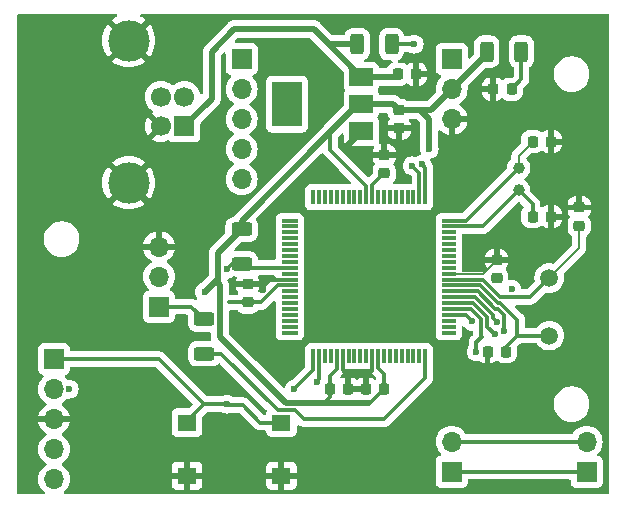
<source format=gbr>
%TF.GenerationSoftware,KiCad,Pcbnew,7.0.7*%
%TF.CreationDate,2023-12-05T11:36:27+01:00*%
%TF.ProjectId,PF,50462e6b-6963-4616-945f-706362585858,rev?*%
%TF.SameCoordinates,Original*%
%TF.FileFunction,Copper,L1,Top*%
%TF.FilePolarity,Positive*%
%FSLAX46Y46*%
G04 Gerber Fmt 4.6, Leading zero omitted, Abs format (unit mm)*
G04 Created by KiCad (PCBNEW 7.0.7) date 2023-12-05 11:36:27*
%MOMM*%
%LPD*%
G01*
G04 APERTURE LIST*
G04 Aperture macros list*
%AMRoundRect*
0 Rectangle with rounded corners*
0 $1 Rounding radius*
0 $2 $3 $4 $5 $6 $7 $8 $9 X,Y pos of 4 corners*
0 Add a 4 corners polygon primitive as box body*
4,1,4,$2,$3,$4,$5,$6,$7,$8,$9,$2,$3,0*
0 Add four circle primitives for the rounded corners*
1,1,$1+$1,$2,$3*
1,1,$1+$1,$4,$5*
1,1,$1+$1,$6,$7*
1,1,$1+$1,$8,$9*
0 Add four rect primitives between the rounded corners*
20,1,$1+$1,$2,$3,$4,$5,0*
20,1,$1+$1,$4,$5,$6,$7,0*
20,1,$1+$1,$6,$7,$8,$9,0*
20,1,$1+$1,$8,$9,$2,$3,0*%
G04 Aperture macros list end*
%TA.AperFunction,SMDPad,CuDef*%
%ADD10RoundRect,0.250000X-0.312500X-0.625000X0.312500X-0.625000X0.312500X0.625000X-0.312500X0.625000X0*%
%TD*%
%TA.AperFunction,SMDPad,CuDef*%
%ADD11RoundRect,0.250000X0.312500X0.625000X-0.312500X0.625000X-0.312500X-0.625000X0.312500X-0.625000X0*%
%TD*%
%TA.AperFunction,SMDPad,CuDef*%
%ADD12RoundRect,0.225000X-0.225000X-0.250000X0.225000X-0.250000X0.225000X0.250000X-0.225000X0.250000X0*%
%TD*%
%TA.AperFunction,SMDPad,CuDef*%
%ADD13RoundRect,0.225000X0.250000X-0.225000X0.250000X0.225000X-0.250000X0.225000X-0.250000X-0.225000X0*%
%TD*%
%TA.AperFunction,SMDPad,CuDef*%
%ADD14RoundRect,0.225000X0.225000X0.250000X-0.225000X0.250000X-0.225000X-0.250000X0.225000X-0.250000X0*%
%TD*%
%TA.AperFunction,SMDPad,CuDef*%
%ADD15R,1.397000X0.300000*%
%TD*%
%TA.AperFunction,SMDPad,CuDef*%
%ADD16R,0.300000X1.200000*%
%TD*%
%TA.AperFunction,SMDPad,CuDef*%
%ADD17R,1.200000X0.300000*%
%TD*%
%TA.AperFunction,SMDPad,CuDef*%
%ADD18RoundRect,0.218750X-0.218750X-0.256250X0.218750X-0.256250X0.218750X0.256250X-0.218750X0.256250X0*%
%TD*%
%TA.AperFunction,ComponentPad*%
%ADD19R,1.700000X1.700000*%
%TD*%
%TA.AperFunction,ComponentPad*%
%ADD20O,1.700000X1.700000*%
%TD*%
%TA.AperFunction,ComponentPad*%
%ADD21C,1.000000*%
%TD*%
%TA.AperFunction,SMDPad,CuDef*%
%ADD22R,1.600000X1.400000*%
%TD*%
%TA.AperFunction,SMDPad,CuDef*%
%ADD23R,2.006600X1.498600*%
%TD*%
%TA.AperFunction,SMDPad,CuDef*%
%ADD24R,2.540000X3.810000*%
%TD*%
%TA.AperFunction,ComponentPad*%
%ADD25C,1.500000*%
%TD*%
%TA.AperFunction,SMDPad,CuDef*%
%ADD26RoundRect,0.225000X-0.250000X0.225000X-0.250000X-0.225000X0.250000X-0.225000X0.250000X0.225000X0*%
%TD*%
%TA.AperFunction,ComponentPad*%
%ADD27C,1.700000*%
%TD*%
%TA.AperFunction,ComponentPad*%
%ADD28C,3.500000*%
%TD*%
%TA.AperFunction,SMDPad,CuDef*%
%ADD29RoundRect,0.250000X0.625000X-0.312500X0.625000X0.312500X-0.625000X0.312500X-0.625000X-0.312500X0*%
%TD*%
%TA.AperFunction,ViaPad*%
%ADD30C,0.600000*%
%TD*%
%TA.AperFunction,Conductor*%
%ADD31C,0.200000*%
%TD*%
%TA.AperFunction,Conductor*%
%ADD32C,0.300000*%
%TD*%
%TA.AperFunction,Conductor*%
%ADD33C,0.500000*%
%TD*%
G04 APERTURE END LIST*
D10*
%TO.P,R4,1*%
%TO.N,+5V*%
X138045000Y-73025000D03*
%TO.P,R4,2*%
%TO.N,Net-(IC1-VBUS)*%
X140970000Y-73025000D03*
%TD*%
D11*
%TO.P,R3,1,1*%
%TO.N,Net-(D1-A)*%
X151957500Y-73660000D03*
%TO.P,R3,2,2*%
%TO.N,+3V3*%
X149032500Y-73660000D03*
%TD*%
D12*
%TO.P,C10,1*%
%TO.N,+5V*%
X141465000Y-75565000D03*
%TO.P,C10,2*%
%TO.N,GND*%
X143015000Y-75565000D03*
%TD*%
D13*
%TO.P,C5,1*%
%TO.N,/pin70*%
X140335000Y-83960000D03*
%TO.P,C5,2*%
%TO.N,GND*%
X140335000Y-82410000D03*
%TD*%
D14*
%TO.P,C3,1,1*%
%TO.N,+3V3*%
X140335000Y-102235000D03*
%TO.P,C3,2,2*%
%TO.N,GND*%
X138785000Y-102235000D03*
%TD*%
D15*
%TO.P,IC1,1,RE5*%
%TO.N,unconnected-(IC1-RE5-Pad1)*%
X132340000Y-87960000D03*
%TO.P,IC1,2,RE6*%
%TO.N,unconnected-(IC1-RE6-Pad2)*%
X132340000Y-88460000D03*
%TO.P,IC1,3,RE7*%
%TO.N,unconnected-(IC1-RE7-Pad3)*%
X132340000Y-88960000D03*
%TO.P,IC1,4,RC1*%
%TO.N,unconnected-(IC1-RC1-Pad4)*%
X132340000Y-89460000D03*
%TO.P,IC1,5,RC3*%
%TO.N,unconnected-(IC1-RC3-Pad5)*%
X132340000Y-89960000D03*
%TO.P,IC1,6,RG6*%
%TO.N,unconnected-(IC1-RG6-Pad6)*%
X132340000Y-90460000D03*
%TO.P,IC1,7,RG7*%
%TO.N,unconnected-(IC1-RG7-Pad7)*%
X132340000Y-90960000D03*
%TO.P,IC1,8,RG8*%
%TO.N,unconnected-(IC1-RG8-Pad8)*%
X132340000Y-91460000D03*
%TO.P,IC1,9,~{MCLR}*%
%TO.N,/~{MCLR}*%
X132340000Y-91960000D03*
%TO.P,IC1,10,RG9*%
%TO.N,unconnected-(IC1-RG9-Pad10)*%
X132340000Y-92460000D03*
%TO.P,IC1,11,VSS@1*%
%TO.N,GND*%
X132340000Y-92960000D03*
%TO.P,IC1,12,VDD@1*%
%TO.N,+3V3*%
X132340000Y-93460000D03*
%TO.P,IC1,13,TMS*%
%TO.N,unconnected-(IC1-TMS-Pad13)*%
X132340000Y-93960000D03*
%TO.P,IC1,14,TDO*%
%TO.N,unconnected-(IC1-TDO-Pad14)*%
X132340000Y-94460000D03*
%TO.P,IC1,15,RB5*%
%TO.N,unconnected-(IC1-RB5-Pad15)*%
X132340000Y-94960000D03*
%TO.P,IC1,16,RB4*%
%TO.N,unconnected-(IC1-RB4-Pad16)*%
X132340000Y-95460000D03*
%TO.P,IC1,17,RB3*%
%TO.N,unconnected-(IC1-RB3-Pad17)*%
X132340000Y-95960000D03*
%TO.P,IC1,18,RB2*%
%TO.N,unconnected-(IC1-RB2-Pad18)*%
X132340000Y-96460000D03*
%TO.P,IC1,19,RB1*%
%TO.N,unconnected-(IC1-RB1-Pad19)*%
X132340000Y-96960000D03*
%TO.P,IC1,20,RB0*%
%TO.N,/AN0*%
X132340000Y-97460000D03*
D16*
%TO.P,IC1,21,RB6*%
%TO.N,/PGC*%
X134315000Y-99435000D03*
%TO.P,IC1,22,RB7*%
%TO.N,/PGD*%
X134815000Y-99435000D03*
%TO.P,IC1,23,RA9*%
%TO.N,unconnected-(IC1-RA9-Pad23)*%
X135315000Y-99435000D03*
%TO.P,IC1,24,RA10*%
%TO.N,unconnected-(IC1-RA10-Pad24)*%
X135815000Y-99435000D03*
%TO.P,IC1,25,AVDD*%
%TO.N,+3V3*%
X136315000Y-99435000D03*
%TO.P,IC1,26,AVSS*%
%TO.N,GND*%
X136815000Y-99435000D03*
%TO.P,IC1,27,RB8*%
%TO.N,unconnected-(IC1-RB8-Pad27)*%
X137315000Y-99435000D03*
%TO.P,IC1,28,RB9*%
%TO.N,unconnected-(IC1-RB9-Pad28)*%
X137815000Y-99435000D03*
%TO.P,IC1,29,RB10*%
%TO.N,unconnected-(IC1-RB10-Pad29)*%
X138315000Y-99435000D03*
%TO.P,IC1,30,RB11*%
%TO.N,unconnected-(IC1-RB11-Pad30)*%
X138815000Y-99435000D03*
%TO.P,IC1,31,VSS@2*%
%TO.N,GND*%
X139315000Y-99435000D03*
%TO.P,IC1,32,VDD@2*%
%TO.N,+3V3*%
X139815000Y-99435000D03*
%TO.P,IC1,33,TCK*%
%TO.N,unconnected-(IC1-TCK-Pad33)*%
X140315000Y-99435000D03*
%TO.P,IC1,34,TDI*%
%TO.N,unconnected-(IC1-TDI-Pad34)*%
X140815000Y-99435000D03*
%TO.P,IC1,35,RB14*%
%TO.N,unconnected-(IC1-RB14-Pad35)*%
X141315000Y-99435000D03*
%TO.P,IC1,36,RB15*%
%TO.N,unconnected-(IC1-RB15-Pad36)*%
X141815000Y-99435000D03*
%TO.P,IC1,37,RD14*%
%TO.N,unconnected-(IC1-RD14-Pad37)*%
X142315000Y-99435000D03*
%TO.P,IC1,38,RD15*%
%TO.N,unconnected-(IC1-RD15-Pad38)*%
X142815000Y-99435000D03*
%TO.P,IC1,39,RF4*%
%TO.N,unconnected-(IC1-RF4-Pad39)*%
X143315000Y-99435000D03*
%TO.P,IC1,40,RF5*%
%TO.N,/BUZZ*%
X143815000Y-99435000D03*
D17*
%TO.P,IC1,41,RF3*%
%TO.N,unconnected-(IC1-RF3-Pad41)*%
X145790000Y-97460000D03*
%TO.P,IC1,42,RF2*%
%TO.N,unconnected-(IC1-RF2-Pad42)*%
X145790000Y-96960000D03*
%TO.P,IC1,43,RF8*%
%TO.N,unconnected-(IC1-RF8-Pad43)*%
X145790000Y-96460000D03*
%TO.P,IC1,44,VBUS*%
%TO.N,Net-(IC1-VBUS)*%
X145790000Y-95960000D03*
%TO.P,IC1,45,VUSB*%
%TO.N,+3V3*%
X145790000Y-95460000D03*
%TO.P,IC1,46,RG3*%
%TO.N,/D-*%
X145790000Y-94960000D03*
%TO.P,IC1,47,RG2*%
%TO.N,/D+*%
X145790000Y-94460000D03*
%TO.P,IC1,48,VDD@3*%
%TO.N,+3V3*%
X145790000Y-93960000D03*
%TO.P,IC1,49,RC12*%
%TO.N,/OSCI*%
X145790000Y-93460000D03*
%TO.P,IC1,50,RC15*%
%TO.N,/OSCO*%
X145790000Y-92960000D03*
%TO.P,IC1,51,VSS@3*%
%TO.N,GND*%
X145790000Y-92460000D03*
%TO.P,IC1,52,RA14*%
%TO.N,unconnected-(IC1-RA14-Pad52)*%
X145790000Y-91960000D03*
%TO.P,IC1,53,RA15*%
%TO.N,unconnected-(IC1-RA15-Pad53)*%
X145790000Y-91460000D03*
%TO.P,IC1,54,RD8*%
%TO.N,unconnected-(IC1-RD8-Pad54)*%
X145790000Y-90960000D03*
%TO.P,IC1,55,RD9*%
%TO.N,unconnected-(IC1-RD9-Pad55)*%
X145790000Y-90460000D03*
%TO.P,IC1,56,RD10*%
%TO.N,unconnected-(IC1-RD10-Pad56)*%
X145790000Y-89960000D03*
%TO.P,IC1,57,RD11*%
%TO.N,unconnected-(IC1-RD11-Pad57)*%
X145790000Y-89460000D03*
%TO.P,IC1,58,RD0*%
%TO.N,unconnected-(IC1-RD0-Pad58)*%
X145790000Y-88960000D03*
%TO.P,IC1,59,RC13*%
%TO.N,/SOSCI*%
X145790000Y-88460000D03*
%TO.P,IC1,60,RC14*%
%TO.N,/SOSCO*%
X145790000Y-87960000D03*
D16*
%TO.P,IC1,61,RD1*%
%TO.N,/RX*%
X143815000Y-85985000D03*
%TO.P,IC1,62,RD2*%
%TO.N,/TX*%
X143315000Y-85985000D03*
%TO.P,IC1,63,RD3*%
%TO.N,unconnected-(IC1-RD3-Pad63)*%
X142815000Y-85985000D03*
%TO.P,IC1,64,RD12*%
%TO.N,unconnected-(IC1-RD12-Pad64)*%
X142315000Y-85985000D03*
%TO.P,IC1,65,RD13*%
%TO.N,unconnected-(IC1-RD13-Pad65)*%
X141815000Y-85985000D03*
%TO.P,IC1,66,RD4*%
%TO.N,unconnected-(IC1-RD4-Pad66)*%
X141315000Y-85985000D03*
%TO.P,IC1,67,RD5*%
%TO.N,unconnected-(IC1-RD5-Pad67)*%
X140815000Y-85985000D03*
%TO.P,IC1,68,RD6*%
%TO.N,unconnected-(IC1-RD6-Pad68)*%
X140315000Y-85985000D03*
%TO.P,IC1,69,RD7*%
%TO.N,unconnected-(IC1-RD7-Pad69)*%
X139815000Y-85985000D03*
%TO.P,IC1,70,VDDCORE*%
%TO.N,/pin70*%
X139315000Y-85985000D03*
%TO.P,IC1,71,ENVREG*%
%TO.N,+3V3*%
X138815000Y-85985000D03*
%TO.P,IC1,72,RF0*%
%TO.N,unconnected-(IC1-RF0-Pad72)*%
X138315000Y-85985000D03*
%TO.P,IC1,73,RF1*%
%TO.N,unconnected-(IC1-RF1-Pad73)*%
X137815000Y-85985000D03*
%TO.P,IC1,74,RG1*%
%TO.N,unconnected-(IC1-RG1-Pad74)*%
X137315000Y-85985000D03*
%TO.P,IC1,75,RG0*%
%TO.N,unconnected-(IC1-RG0-Pad75)*%
X136815000Y-85985000D03*
%TO.P,IC1,76,RE0*%
%TO.N,unconnected-(IC1-RE0-Pad76)*%
X136315000Y-85985000D03*
%TO.P,IC1,77,RE1*%
%TO.N,unconnected-(IC1-RE1-Pad77)*%
X135815000Y-85985000D03*
%TO.P,IC1,78,RE2*%
%TO.N,unconnected-(IC1-RE2-Pad78)*%
X135315000Y-85985000D03*
%TO.P,IC1,79,RE3*%
%TO.N,unconnected-(IC1-RE3-Pad79)*%
X134815000Y-85985000D03*
%TO.P,IC1,80,RE4*%
%TO.N,unconnected-(IC1-RE4-Pad80)*%
X134315000Y-85985000D03*
%TD*%
D13*
%TO.P,C1,1,1*%
%TO.N,+3V3*%
X128765000Y-94895000D03*
%TO.P,C1,2,2*%
%TO.N,GND*%
X128765000Y-93345000D03*
%TD*%
D18*
%TO.P,D1,1,K*%
%TO.N,GND*%
X149555000Y-76835000D03*
%TO.P,D1,2,A*%
%TO.N,Net-(D1-A)*%
X151130000Y-76835000D03*
%TD*%
D19*
%TO.P,CON1,1,VPP*%
%TO.N,/~{MCLR}*%
X112395000Y-99695000D03*
D20*
%TO.P,CON1,2,VDD*%
%TO.N,+3V3*%
X112395000Y-102235000D03*
%TO.P,CON1,3,GND*%
%TO.N,GND*%
X112395000Y-104775000D03*
%TO.P,CON1,4,PGD*%
%TO.N,/PGD*%
X112395000Y-107315000D03*
%TO.P,CON1,5,PGC*%
%TO.N,/PGC*%
X112395000Y-109855000D03*
%TD*%
D21*
%TO.P,Q2,1,1*%
%TO.N,/SOSCI*%
X151715000Y-85405000D03*
%TO.P,Q2,2,2*%
%TO.N,/SOSCO*%
X151715000Y-83505000D03*
%TD*%
D13*
%TO.P,C4,1,1*%
%TO.N,+3V3*%
X149860000Y-92850000D03*
%TO.P,C4,2,2*%
%TO.N,GND*%
X149860000Y-91300000D03*
%TD*%
D22*
%TO.P,RESET0,1,A*%
%TO.N,GND*%
X131635000Y-109565000D03*
X123635000Y-109565000D03*
%TO.P,RESET0,2,B*%
%TO.N,/~{MCLR}*%
X131635000Y-105065000D03*
X123635000Y-105065000D03*
%TD*%
D19*
%TO.P,J3,1,Pin_1*%
%TO.N,/ANT_1*%
X146050000Y-109220000D03*
D20*
%TO.P,J3,2,Pin_2*%
%TO.N,/ANT_2*%
X146050000Y-106680000D03*
%TD*%
D12*
%TO.P,C2,1,1*%
%TO.N,+3V3*%
X135750000Y-102235000D03*
%TO.P,C2,2,2*%
%TO.N,GND*%
X137300000Y-102235000D03*
%TD*%
D23*
%TO.P,U1,1,GND*%
%TO.N,GND*%
X138404600Y-80365600D03*
%TO.P,U1,2,VO*%
%TO.N,+3V3*%
X138404600Y-78079600D03*
%TO.P,U1,3,VI*%
%TO.N,+5V*%
X138404600Y-75793600D03*
D24*
%TO.P,U1,4*%
%TO.N,N/C*%
X132105400Y-78105000D03*
%TD*%
D12*
%TO.P,C8,1,1*%
%TO.N,/SOSCI*%
X152895000Y-87630000D03*
%TO.P,C8,2,2*%
%TO.N,GND*%
X154445000Y-87630000D03*
%TD*%
D14*
%TO.P,C6,1,1*%
%TO.N,/OSCI*%
X150635000Y-99060000D03*
%TO.P,C6,2,2*%
%TO.N,GND*%
X149085000Y-99060000D03*
%TD*%
D25*
%TO.P,Q1,1,1*%
%TO.N,/OSCI*%
X154305000Y-97700000D03*
%TO.P,Q1,2,2*%
%TO.N,/OSCO*%
X154305000Y-92820000D03*
%TD*%
D26*
%TO.P,C11,1*%
%TO.N,+3V3*%
X141605000Y-78600000D03*
%TO.P,C11,2*%
%TO.N,GND*%
X141605000Y-80150000D03*
%TD*%
D19*
%TO.P,J6,1,Pin_1*%
%TO.N,Net-(J6-Pin_1)*%
X121285000Y-95250000D03*
D20*
%TO.P,J6,2,Pin_2*%
%TO.N,unconnected-(J6-Pin_2-Pad2)*%
X121285000Y-92710000D03*
%TO.P,J6,3,Pin_3*%
%TO.N,GND*%
X121285000Y-90170000D03*
%TD*%
D19*
%TO.P,J4,1,Pin_1*%
%TO.N,/RX*%
X128270000Y-74295000D03*
D20*
%TO.P,J4,2,Pin_2*%
%TO.N,/TX*%
X128270000Y-76835000D03*
%TO.P,J4,3,Pin_3*%
%TO.N,unconnected-(J4-Pin_3-Pad3)*%
X128270000Y-79375000D03*
%TO.P,J4,4,Pin_4*%
%TO.N,unconnected-(J4-Pin_4-Pad4)*%
X128270000Y-81915000D03*
%TO.P,J4,5,Pin_5*%
%TO.N,unconnected-(J4-Pin_5-Pad5)*%
X128270000Y-84455000D03*
%TD*%
D13*
%TO.P,C7,1,1*%
%TO.N,/OSCO*%
X156845000Y-88405000D03*
%TO.P,C7,2,2*%
%TO.N,GND*%
X156845000Y-86855000D03*
%TD*%
D19*
%TO.P,J2,1,VBUS*%
%TO.N,+5V*%
X123417500Y-79990000D03*
D27*
%TO.P,J2,2,D-*%
%TO.N,/D-*%
X123417500Y-77490000D03*
%TO.P,J2,3,D+*%
%TO.N,/D+*%
X121417500Y-77490000D03*
%TO.P,J2,4,GND*%
%TO.N,GND*%
X121417500Y-79990000D03*
D28*
%TO.P,J2,5,Shield*%
X118707500Y-84760000D03*
X118707500Y-72720000D03*
%TD*%
D12*
%TO.P,C9,1,1*%
%TO.N,/SOSCO*%
X152895000Y-81280000D03*
%TO.P,C9,2,2*%
%TO.N,GND*%
X154445000Y-81280000D03*
%TD*%
D29*
%TO.P,R1,1,1*%
%TO.N,/~{MCLR}*%
X128270000Y-91632500D03*
%TO.P,R1,2,2*%
%TO.N,+3V3*%
X128270000Y-88707500D03*
%TD*%
D19*
%TO.P,J5,1,Pin_1*%
%TO.N,/ANT_1*%
X157480000Y-109220000D03*
D20*
%TO.P,J5,2,Pin_2*%
%TO.N,/ANT_2*%
X157480000Y-106680000D03*
%TD*%
D19*
%TO.P,J1,1,Pin_1*%
%TO.N,unconnected-(J1-Pin_1-Pad1)*%
X146050000Y-74295000D03*
D20*
%TO.P,J1,2,Pin_2*%
%TO.N,+3V3*%
X146050000Y-76835000D03*
%TO.P,J1,3,Pin_3*%
%TO.N,GND*%
X146050000Y-79375000D03*
%TD*%
D29*
%TO.P,R2,1,1*%
%TO.N,/BUZZ*%
X125095000Y-99252500D03*
%TO.P,R2,2,2*%
%TO.N,Net-(J6-Pin_1)*%
X125095000Y-96327500D03*
%TD*%
D30*
%TO.N,Net-(IC1-VBUS)*%
X142875000Y-73025000D03*
X147773664Y-96505901D03*
%TO.N,+3V3*%
X148135500Y-99060000D03*
X125125000Y-94010000D03*
X113665000Y-102235000D03*
X151130000Y-93775500D03*
X150495000Y-97332819D03*
X144145000Y-81915000D03*
%TO.N,GND*%
X130038984Y-93843984D03*
X138430000Y-100965000D03*
X142875000Y-80010000D03*
%TO.N,/PGC*%
X132715000Y-102235000D03*
%TO.N,/PGD*%
X134620000Y-101600000D03*
%TO.N,/~{MCLR}*%
X127000000Y-103505000D03*
X127000000Y-92075000D03*
%TO.N,/RX*%
X143510000Y-83185000D03*
%TO.N,/TX*%
X142723489Y-83328545D03*
%TO.N,/D-*%
X149678502Y-97608502D03*
%TO.N,/D+*%
X149845500Y-96520000D03*
%TD*%
D31*
%TO.N,GND*%
X145790000Y-92460000D02*
X148700000Y-92460000D01*
X148700000Y-92460000D02*
X149860000Y-91300000D01*
D32*
%TO.N,Net-(IC1-VBUS)*%
X142875000Y-73025000D02*
X140970000Y-73025000D01*
X147227763Y-95960000D02*
X147773664Y-96505901D01*
X145790000Y-95960000D02*
X147227763Y-95960000D01*
%TO.N,+3V3*%
X148135500Y-98244500D02*
X148135500Y-99060000D01*
X148590000Y-97790000D02*
X148135500Y-98244500D01*
X148525508Y-96339213D02*
X148525508Y-97725508D01*
X148525508Y-97725508D02*
X148590000Y-97790000D01*
X145790000Y-95460000D02*
X147646295Y-95460000D01*
X147646295Y-95460000D02*
X148525508Y-96339213D01*
%TO.N,/D-*%
X149678502Y-97608502D02*
X149025508Y-96955508D01*
X149025508Y-96132107D02*
X147853402Y-94960000D01*
X149025508Y-96955508D02*
X149025508Y-96132107D01*
X147853402Y-94960000D02*
X145790000Y-94960000D01*
%TO.N,/D+*%
X149525508Y-96200008D02*
X149845500Y-96520000D01*
X149525508Y-95925000D02*
X149525508Y-96200008D01*
X148060509Y-94460000D02*
X145790000Y-94460000D01*
X149525508Y-95925000D02*
X148060509Y-94460000D01*
%TO.N,+3V3*%
X149962894Y-95425000D02*
X149732615Y-95425000D01*
X149732615Y-95425000D02*
X148267615Y-93960000D01*
X148267615Y-93960000D02*
X145790000Y-93960000D01*
X150495000Y-95957106D02*
X149962894Y-95425000D01*
X150495000Y-97332819D02*
X150495000Y-95957106D01*
%TO.N,/OSCI*%
X150170000Y-94925000D02*
X149939721Y-94925000D01*
X148474721Y-93460000D02*
X145790000Y-93460000D01*
X151602894Y-96357894D02*
X150170000Y-94925000D01*
X151602894Y-97700000D02*
X151602894Y-96357894D01*
X149939721Y-94925000D02*
X148474721Y-93460000D01*
%TO.N,/OSCO*%
X150146827Y-94425000D02*
X148681827Y-92960000D01*
X148681827Y-92960000D02*
X145790000Y-92960000D01*
X152700000Y-94425000D02*
X150146827Y-94425000D01*
X154305000Y-92820000D02*
X152700000Y-94425000D01*
D31*
%TO.N,+5V*%
X135636000Y-73025000D02*
X134810500Y-72199500D01*
D33*
X138045000Y-73025000D02*
X135636000Y-73025000D01*
X134810500Y-72199500D02*
X138404600Y-75793600D01*
X134366000Y-71755000D02*
X134810500Y-72199500D01*
%TO.N,+3V3*%
X144145000Y-79375000D02*
X144145000Y-81915000D01*
X144285000Y-78600000D02*
X142875000Y-78600000D01*
X126250000Y-93230000D02*
X126250000Y-90727500D01*
X138150600Y-78079600D02*
X135737600Y-80492600D01*
X126250000Y-92885000D02*
X126250000Y-93230000D01*
X146050000Y-76835000D02*
X144285000Y-78600000D01*
X126420000Y-97845000D02*
X126420000Y-93400000D01*
D32*
X135750000Y-101105000D02*
X136315000Y-100540000D01*
D33*
X138404600Y-78079600D02*
X141084600Y-78079600D01*
X135737600Y-80492600D02*
X128270000Y-87960200D01*
D32*
X139815000Y-99435000D02*
X139815000Y-100445000D01*
D33*
X126250000Y-90727500D02*
X128270000Y-88707500D01*
D32*
X136315000Y-100540000D02*
X136315000Y-99435000D01*
X135737600Y-81957600D02*
X135737600Y-80492600D01*
D33*
X138404600Y-78079600D02*
X138150600Y-78079600D01*
D32*
X139815000Y-100445000D02*
X140335000Y-100965000D01*
X139155000Y-103415000D02*
X139065000Y-103415000D01*
D33*
X141084600Y-78079600D02*
X141605000Y-78600000D01*
D32*
X138815000Y-85035000D02*
X135737600Y-81957600D01*
D33*
X126420000Y-93400000D02*
X126250000Y-93230000D01*
X128270000Y-87960200D02*
X128270000Y-88707500D01*
D32*
X135750000Y-102920000D02*
X135255000Y-103415000D01*
X131341500Y-93460000D02*
X132340000Y-93460000D01*
X140335000Y-102235000D02*
X139155000Y-103415000D01*
X135750000Y-102235000D02*
X135750000Y-101105000D01*
X140335000Y-100965000D02*
X140335000Y-102265000D01*
D33*
X142875000Y-78600000D02*
X143370000Y-78600000D01*
X143370000Y-78600000D02*
X144145000Y-79375000D01*
X135255000Y-103415000D02*
X131990000Y-103415000D01*
D32*
X138815000Y-85985000D02*
X138815000Y-85035000D01*
D33*
X139065000Y-103415000D02*
X135255000Y-103415000D01*
X149032500Y-73852500D02*
X146050000Y-76835000D01*
D32*
X135750000Y-102235000D02*
X135750000Y-102920000D01*
X129906500Y-94895000D02*
X131341500Y-93460000D01*
D33*
X131990000Y-103415000D02*
X126420000Y-97845000D01*
X125125000Y-94010000D02*
X126250000Y-92885000D01*
D32*
X128765000Y-94895000D02*
X129906500Y-94895000D01*
X128765000Y-94895000D02*
X127220000Y-94895000D01*
D33*
X142875000Y-78600000D02*
X141605000Y-78600000D01*
X149032500Y-73660000D02*
X149032500Y-73852500D01*
D32*
%TO.N,GND*%
X138505000Y-100965000D02*
X138430000Y-100965000D01*
X130560000Y-92960000D02*
X130175000Y-93345000D01*
X130175000Y-93707968D02*
X130038984Y-93843984D01*
X136815000Y-100620000D02*
X137300000Y-101105000D01*
X139315000Y-100715000D02*
X139315000Y-99435000D01*
X138785000Y-101245000D02*
X138505000Y-100965000D01*
X137300000Y-101105000D02*
X137300000Y-102235000D01*
X130175000Y-93345000D02*
X128765000Y-93345000D01*
D31*
X145840000Y-92410000D02*
X145790000Y-92460000D01*
D32*
X138785000Y-101245000D02*
X139315000Y-100715000D01*
X132340000Y-92960000D02*
X130560000Y-92960000D01*
X138785000Y-102265000D02*
X138785000Y-101245000D01*
X130175000Y-93345000D02*
X130175000Y-93707968D01*
X136815000Y-99435000D02*
X136815000Y-100620000D01*
%TO.N,/OSCI*%
X151602894Y-97700000D02*
X150635000Y-98667894D01*
X154305000Y-97700000D02*
X151602894Y-97700000D01*
X150635000Y-98667894D02*
X150635000Y-99060000D01*
D31*
%TO.N,/OSCO*%
X156845000Y-90280000D02*
X156845000Y-88405000D01*
X154305000Y-92820000D02*
X156845000Y-90280000D01*
X154305000Y-92820000D02*
X154300000Y-92825000D01*
D32*
%TO.N,/SOSCI*%
X152895000Y-87630000D02*
X152895000Y-86585000D01*
X152895000Y-86585000D02*
X151715000Y-85405000D01*
X151715000Y-85405000D02*
X148660000Y-88460000D01*
X145790000Y-88460000D02*
X148660000Y-88460000D01*
D31*
%TO.N,/SOSCO*%
X151715000Y-82460000D02*
X152895000Y-81280000D01*
D32*
X147260000Y-87960000D02*
X151715000Y-83505000D01*
D31*
X152080000Y-83505000D02*
X151715000Y-83505000D01*
D32*
X145790000Y-87960000D02*
X147260000Y-87960000D01*
D31*
X151715000Y-83505000D02*
X151715000Y-82460000D01*
D32*
%TO.N,/PGC*%
X134315000Y-100635000D02*
X134315000Y-99435000D01*
X132715000Y-102235000D02*
X134315000Y-100635000D01*
%TO.N,/PGD*%
X134815000Y-101405000D02*
X134815000Y-99435000D01*
X134620000Y-101600000D02*
X134815000Y-101405000D01*
%TO.N,/~{MCLR}*%
X125095000Y-103505000D02*
X123635000Y-104965000D01*
X123635000Y-104965000D02*
X123635000Y-105065000D01*
X127085000Y-103590000D02*
X128355000Y-103590000D01*
X129830000Y-105065000D02*
X131635000Y-105065000D01*
X121285000Y-99695000D02*
X112395000Y-99695000D01*
X121285000Y-99695000D02*
X125095000Y-103505000D01*
X128597500Y-91960000D02*
X132340000Y-91960000D01*
X128270000Y-91632500D02*
X128597500Y-91960000D01*
X127442500Y-91632500D02*
X127000000Y-92075000D01*
X127000000Y-103505000D02*
X127085000Y-103590000D01*
X128355000Y-103590000D02*
X129830000Y-105065000D01*
X127000000Y-103505000D02*
X125095000Y-103505000D01*
X128270000Y-91632500D02*
X127442500Y-91632500D01*
D33*
%TO.N,+5V*%
X141236400Y-75793600D02*
X141465000Y-75565000D01*
X138404600Y-75793600D02*
X141236400Y-75793600D01*
X127635000Y-71755000D02*
X134366000Y-71755000D01*
X125730000Y-77677500D02*
X125730000Y-73660000D01*
X125730000Y-73660000D02*
X127635000Y-71755000D01*
X123417500Y-79990000D02*
X125730000Y-77677500D01*
D32*
%TO.N,/RX*%
X143815000Y-85985000D02*
X143815000Y-83490000D01*
X143815000Y-83490000D02*
X143510000Y-83185000D01*
%TO.N,/TX*%
X143315000Y-83920056D02*
X142723489Y-83328545D01*
X143315000Y-85985000D02*
X143315000Y-83920056D01*
%TO.N,/ANT_1*%
X157480000Y-109220000D02*
X146050000Y-109220000D01*
%TO.N,/ANT_2*%
X157480000Y-106680000D02*
X146050000Y-106680000D01*
%TO.N,/BUZZ*%
X126557500Y-99252500D02*
X131320000Y-104015000D01*
X143815000Y-101295000D02*
X143815000Y-99435000D01*
X131320000Y-104015000D02*
X132785000Y-104015000D01*
X132785000Y-104015000D02*
X133545000Y-104775000D01*
X140335000Y-104775000D02*
X143815000Y-101295000D01*
X125095000Y-99252500D02*
X126557500Y-99252500D01*
X133545000Y-104775000D02*
X140335000Y-104775000D01*
%TO.N,Net-(J6-Pin_1)*%
X124017500Y-95250000D02*
X121285000Y-95250000D01*
X125095000Y-96327500D02*
X124017500Y-95250000D01*
%TO.N,/pin70*%
X140335000Y-83960000D02*
X139315000Y-84980000D01*
X139315000Y-84980000D02*
X139315000Y-85985000D01*
%TO.N,Net-(D1-A)*%
X151957500Y-76007500D02*
X151130000Y-76835000D01*
X151957500Y-73660000D02*
X151957500Y-76007500D01*
%TD*%
%TA.AperFunction,Conductor*%
%TO.N,GND*%
G36*
X117687689Y-70504685D02*
G01*
X117733444Y-70557489D01*
X117743388Y-70626647D01*
X117714363Y-70690203D01*
X117675494Y-70720212D01*
X117580093Y-70767258D01*
X117580080Y-70767265D01*
X117334850Y-70931123D01*
X117301458Y-70960406D01*
X117976418Y-71635365D01*
X118009903Y-71696688D01*
X118004919Y-71766379D01*
X117963466Y-71821999D01*
X117919278Y-71855368D01*
X117801726Y-71984318D01*
X117742015Y-72020600D01*
X117672167Y-72018839D01*
X117622408Y-71988461D01*
X116947906Y-71313958D01*
X116918623Y-71347350D01*
X116754765Y-71592580D01*
X116754758Y-71592593D01*
X116624312Y-71857111D01*
X116529505Y-72136400D01*
X116529501Y-72136415D01*
X116471964Y-72425675D01*
X116471962Y-72425687D01*
X116452672Y-72720000D01*
X116471962Y-73014312D01*
X116471964Y-73014324D01*
X116529501Y-73303584D01*
X116529505Y-73303599D01*
X116624312Y-73582888D01*
X116754758Y-73847406D01*
X116754765Y-73847419D01*
X116918622Y-74092648D01*
X116947906Y-74126039D01*
X117622408Y-73451537D01*
X117683731Y-73418052D01*
X117753422Y-73423036D01*
X117801722Y-73455676D01*
X117919282Y-73584634D01*
X117963464Y-73617998D01*
X118005099Y-73674106D01*
X118009792Y-73743817D01*
X117976418Y-73804633D01*
X117301459Y-74479592D01*
X117301459Y-74479593D01*
X117334844Y-74508872D01*
X117334848Y-74508875D01*
X117580080Y-74672734D01*
X117580093Y-74672741D01*
X117844611Y-74803187D01*
X118123900Y-74897994D01*
X118123915Y-74897998D01*
X118413175Y-74955535D01*
X118413187Y-74955537D01*
X118707499Y-74974827D01*
X119001812Y-74955537D01*
X119001824Y-74955535D01*
X119291084Y-74897998D01*
X119291099Y-74897994D01*
X119570388Y-74803187D01*
X119834906Y-74672741D01*
X119834919Y-74672734D01*
X120080150Y-74508877D01*
X120113539Y-74479593D01*
X120113540Y-74479592D01*
X119438581Y-73804633D01*
X119405096Y-73743310D01*
X119410080Y-73673618D01*
X119451533Y-73618000D01*
X119495718Y-73584634D01*
X119613276Y-73455678D01*
X119672983Y-73419400D01*
X119742831Y-73421160D01*
X119792591Y-73451538D01*
X120467092Y-74126040D01*
X120467093Y-74126039D01*
X120496377Y-74092650D01*
X120660234Y-73847419D01*
X120660241Y-73847406D01*
X120790687Y-73582888D01*
X120885494Y-73303599D01*
X120885498Y-73303584D01*
X120943035Y-73014324D01*
X120943037Y-73014312D01*
X120962327Y-72720000D01*
X120943037Y-72425687D01*
X120943035Y-72425675D01*
X120885498Y-72136415D01*
X120885494Y-72136400D01*
X120790687Y-71857111D01*
X120660241Y-71592593D01*
X120660234Y-71592580D01*
X120496375Y-71347348D01*
X120496372Y-71347344D01*
X120467093Y-71313959D01*
X120467092Y-71313959D01*
X119792590Y-71988461D01*
X119731267Y-72021946D01*
X119661575Y-72016962D01*
X119613276Y-71984321D01*
X119495718Y-71855366D01*
X119451533Y-71821999D01*
X119409898Y-71765890D01*
X119405207Y-71696178D01*
X119438580Y-71635365D01*
X120113539Y-70960406D01*
X120080148Y-70931122D01*
X119834919Y-70767265D01*
X119834906Y-70767258D01*
X119739506Y-70720212D01*
X119688087Y-70672907D01*
X119670405Y-70605312D01*
X119692075Y-70538887D01*
X119746216Y-70494723D01*
X119794350Y-70485000D01*
X159261000Y-70485000D01*
X159328039Y-70504685D01*
X159373794Y-70557489D01*
X159385000Y-70609000D01*
X159385000Y-111001000D01*
X159365315Y-111068039D01*
X159312511Y-111113794D01*
X159261000Y-111125000D01*
X113329056Y-111125000D01*
X113262017Y-111105315D01*
X113216262Y-111052511D01*
X113206318Y-110983353D01*
X113235343Y-110919797D01*
X113257931Y-110899426D01*
X113259429Y-110898376D01*
X113266401Y-110893495D01*
X113433495Y-110726401D01*
X113569035Y-110532830D01*
X113668903Y-110318663D01*
X113730063Y-110090408D01*
X113750659Y-109855000D01*
X113747159Y-109815000D01*
X122335000Y-109815000D01*
X122335000Y-110312844D01*
X122341401Y-110372372D01*
X122341403Y-110372379D01*
X122391645Y-110507086D01*
X122391649Y-110507093D01*
X122477809Y-110622187D01*
X122477812Y-110622190D01*
X122592906Y-110708350D01*
X122592913Y-110708354D01*
X122727620Y-110758596D01*
X122727627Y-110758598D01*
X122787155Y-110764999D01*
X122787172Y-110765000D01*
X123384999Y-110765000D01*
X123385000Y-109815000D01*
X123885000Y-109815000D01*
X123885000Y-110765000D01*
X124482828Y-110765000D01*
X124482844Y-110764999D01*
X124542372Y-110758598D01*
X124542379Y-110758596D01*
X124677086Y-110708354D01*
X124677093Y-110708350D01*
X124792187Y-110622190D01*
X124792190Y-110622187D01*
X124878350Y-110507093D01*
X124878354Y-110507086D01*
X124928596Y-110372379D01*
X124928598Y-110372372D01*
X124934999Y-110312844D01*
X124935000Y-110312827D01*
X124935000Y-109815000D01*
X130335000Y-109815000D01*
X130335000Y-110312844D01*
X130341401Y-110372372D01*
X130341403Y-110372379D01*
X130391645Y-110507086D01*
X130391649Y-110507093D01*
X130477809Y-110622187D01*
X130477812Y-110622190D01*
X130592906Y-110708350D01*
X130592913Y-110708354D01*
X130727620Y-110758596D01*
X130727627Y-110758598D01*
X130787155Y-110764999D01*
X130787172Y-110765000D01*
X131384999Y-110765000D01*
X131385000Y-109815000D01*
X131885000Y-109815000D01*
X131885000Y-110765000D01*
X132482828Y-110765000D01*
X132482844Y-110764999D01*
X132542372Y-110758598D01*
X132542379Y-110758596D01*
X132677086Y-110708354D01*
X132677093Y-110708350D01*
X132792187Y-110622190D01*
X132792190Y-110622187D01*
X132878350Y-110507093D01*
X132878354Y-110507086D01*
X132928596Y-110372379D01*
X132928598Y-110372372D01*
X132934999Y-110312844D01*
X132935000Y-110312827D01*
X132935000Y-109815000D01*
X131885000Y-109815000D01*
X131385000Y-109815000D01*
X130335000Y-109815000D01*
X124935000Y-109815000D01*
X123885000Y-109815000D01*
X123385000Y-109815000D01*
X122335000Y-109815000D01*
X113747159Y-109815000D01*
X113730063Y-109619592D01*
X113668903Y-109391337D01*
X113633306Y-109315000D01*
X122335000Y-109315000D01*
X123384999Y-109315000D01*
X123385000Y-108365000D01*
X123885000Y-108365000D01*
X123885000Y-109315000D01*
X124935000Y-109315000D01*
X130335000Y-109315000D01*
X131384999Y-109315000D01*
X131385000Y-108365000D01*
X131885000Y-108365000D01*
X131885000Y-109315000D01*
X132935000Y-109315000D01*
X132935000Y-108817172D01*
X132934999Y-108817155D01*
X132928598Y-108757627D01*
X132928596Y-108757620D01*
X132878354Y-108622913D01*
X132878350Y-108622906D01*
X132792190Y-108507812D01*
X132792187Y-108507809D01*
X132677093Y-108421649D01*
X132677086Y-108421645D01*
X132542379Y-108371403D01*
X132542372Y-108371401D01*
X132482844Y-108365000D01*
X131885000Y-108365000D01*
X131385000Y-108365000D01*
X130787155Y-108365000D01*
X130727627Y-108371401D01*
X130727620Y-108371403D01*
X130592913Y-108421645D01*
X130592906Y-108421649D01*
X130477812Y-108507809D01*
X130477809Y-108507812D01*
X130391649Y-108622906D01*
X130391645Y-108622913D01*
X130341403Y-108757620D01*
X130341401Y-108757627D01*
X130335000Y-108817155D01*
X130335000Y-109315000D01*
X124935000Y-109315000D01*
X124935000Y-108817172D01*
X124934999Y-108817155D01*
X124928598Y-108757627D01*
X124928596Y-108757620D01*
X124878354Y-108622913D01*
X124878350Y-108622906D01*
X124792190Y-108507812D01*
X124792187Y-108507809D01*
X124677093Y-108421649D01*
X124677086Y-108421645D01*
X124542379Y-108371403D01*
X124542372Y-108371401D01*
X124482844Y-108365000D01*
X123885000Y-108365000D01*
X123385000Y-108365000D01*
X122787155Y-108365000D01*
X122727627Y-108371401D01*
X122727620Y-108371403D01*
X122592913Y-108421645D01*
X122592906Y-108421649D01*
X122477812Y-108507809D01*
X122477809Y-108507812D01*
X122391649Y-108622906D01*
X122391645Y-108622913D01*
X122341403Y-108757620D01*
X122341401Y-108757627D01*
X122335000Y-108817155D01*
X122335000Y-109315000D01*
X113633306Y-109315000D01*
X113569035Y-109177171D01*
X113433495Y-108983599D01*
X113433494Y-108983597D01*
X113266402Y-108816506D01*
X113266396Y-108816501D01*
X113080842Y-108686575D01*
X113037217Y-108631998D01*
X113030023Y-108562500D01*
X113061546Y-108500145D01*
X113080842Y-108483425D01*
X113169073Y-108421645D01*
X113266401Y-108353495D01*
X113433495Y-108186401D01*
X113569035Y-107992830D01*
X113668903Y-107778663D01*
X113730063Y-107550408D01*
X113750659Y-107315000D01*
X113730063Y-107079592D01*
X113668903Y-106851337D01*
X113589007Y-106680000D01*
X144694341Y-106680000D01*
X144714936Y-106915403D01*
X144714938Y-106915413D01*
X144776094Y-107143655D01*
X144776096Y-107143659D01*
X144776097Y-107143663D01*
X144855993Y-107314999D01*
X144875965Y-107357830D01*
X144875967Y-107357834D01*
X144893853Y-107383377D01*
X145011501Y-107551396D01*
X145011506Y-107551402D01*
X145133430Y-107673326D01*
X145166915Y-107734649D01*
X145161931Y-107804341D01*
X145120059Y-107860274D01*
X145089083Y-107877189D01*
X144957669Y-107926203D01*
X144957664Y-107926206D01*
X144842455Y-108012452D01*
X144842452Y-108012455D01*
X144756206Y-108127664D01*
X144756202Y-108127671D01*
X144705908Y-108262517D01*
X144699501Y-108322116D01*
X144699501Y-108322123D01*
X144699500Y-108322135D01*
X144699500Y-110117870D01*
X144699501Y-110117876D01*
X144705908Y-110177483D01*
X144756202Y-110312328D01*
X144756206Y-110312335D01*
X144842452Y-110427544D01*
X144842455Y-110427547D01*
X144957664Y-110513793D01*
X144957671Y-110513797D01*
X145092517Y-110564091D01*
X145092516Y-110564091D01*
X145099444Y-110564835D01*
X145152127Y-110570500D01*
X146947872Y-110570499D01*
X147007483Y-110564091D01*
X147142331Y-110513796D01*
X147257546Y-110427546D01*
X147343796Y-110312331D01*
X147394091Y-110177483D01*
X147400500Y-110117873D01*
X147400500Y-109994500D01*
X147420185Y-109927461D01*
X147472989Y-109881706D01*
X147524500Y-109870500D01*
X156005501Y-109870500D01*
X156072540Y-109890185D01*
X156118295Y-109942989D01*
X156129501Y-109994500D01*
X156129501Y-110117876D01*
X156135908Y-110177483D01*
X156186202Y-110312328D01*
X156186206Y-110312335D01*
X156272452Y-110427544D01*
X156272455Y-110427547D01*
X156387664Y-110513793D01*
X156387671Y-110513797D01*
X156522517Y-110564091D01*
X156522516Y-110564091D01*
X156529444Y-110564835D01*
X156582127Y-110570500D01*
X158377872Y-110570499D01*
X158437483Y-110564091D01*
X158572331Y-110513796D01*
X158687546Y-110427546D01*
X158773796Y-110312331D01*
X158824091Y-110177483D01*
X158830500Y-110117873D01*
X158830499Y-108322128D01*
X158824091Y-108262517D01*
X158795699Y-108186395D01*
X158773797Y-108127671D01*
X158773793Y-108127664D01*
X158687547Y-108012455D01*
X158687544Y-108012452D01*
X158572335Y-107926206D01*
X158572328Y-107926202D01*
X158440917Y-107877189D01*
X158384983Y-107835318D01*
X158360566Y-107769853D01*
X158375418Y-107701580D01*
X158396563Y-107673332D01*
X158518495Y-107551401D01*
X158654035Y-107357830D01*
X158753903Y-107143663D01*
X158815063Y-106915408D01*
X158835659Y-106680000D01*
X158815063Y-106444592D01*
X158767076Y-106265499D01*
X158753905Y-106216344D01*
X158753904Y-106216343D01*
X158753903Y-106216337D01*
X158654035Y-106002171D01*
X158636147Y-105976623D01*
X158518494Y-105808597D01*
X158351402Y-105641506D01*
X158351395Y-105641501D01*
X158157834Y-105505967D01*
X158157830Y-105505965D01*
X158095556Y-105476926D01*
X157943663Y-105406097D01*
X157943659Y-105406096D01*
X157943655Y-105406094D01*
X157715413Y-105344938D01*
X157715403Y-105344936D01*
X157480001Y-105324341D01*
X157479999Y-105324341D01*
X157244596Y-105344936D01*
X157244586Y-105344938D01*
X157016344Y-105406094D01*
X157016335Y-105406098D01*
X156802171Y-105505964D01*
X156802169Y-105505965D01*
X156608597Y-105641505D01*
X156441506Y-105808596D01*
X156323854Y-105976623D01*
X156269277Y-106020248D01*
X156222279Y-106029500D01*
X147307721Y-106029500D01*
X147240682Y-106009815D01*
X147206146Y-105976623D01*
X147182686Y-105943119D01*
X147100853Y-105826248D01*
X147088494Y-105808597D01*
X146921402Y-105641506D01*
X146921395Y-105641501D01*
X146727834Y-105505967D01*
X146727830Y-105505965D01*
X146665556Y-105476926D01*
X146513663Y-105406097D01*
X146513659Y-105406096D01*
X146513655Y-105406094D01*
X146285413Y-105344938D01*
X146285403Y-105344936D01*
X146050001Y-105324341D01*
X146049999Y-105324341D01*
X145814596Y-105344936D01*
X145814586Y-105344938D01*
X145586344Y-105406094D01*
X145586335Y-105406098D01*
X145372171Y-105505964D01*
X145372169Y-105505965D01*
X145178597Y-105641505D01*
X145011505Y-105808597D01*
X144875965Y-106002169D01*
X144875964Y-106002171D01*
X144776098Y-106216335D01*
X144776094Y-106216344D01*
X144714938Y-106444586D01*
X144714936Y-106444596D01*
X144694341Y-106679999D01*
X144694341Y-106680000D01*
X113589007Y-106680000D01*
X113569035Y-106637171D01*
X113434194Y-106444596D01*
X113433494Y-106443597D01*
X113266402Y-106276506D01*
X113266401Y-106276505D01*
X113080405Y-106146269D01*
X113036781Y-106091692D01*
X113029588Y-106022193D01*
X113061110Y-105959839D01*
X113080405Y-105943119D01*
X113266082Y-105813105D01*
X113433105Y-105646082D01*
X113568600Y-105452578D01*
X113668429Y-105238492D01*
X113668432Y-105238486D01*
X113725636Y-105025000D01*
X113008347Y-105025000D01*
X112941308Y-105005315D01*
X112895553Y-104952511D01*
X112885609Y-104883353D01*
X112889369Y-104866067D01*
X112895000Y-104846888D01*
X112895000Y-104703111D01*
X112889369Y-104683933D01*
X112889370Y-104614064D01*
X112927145Y-104555286D01*
X112990701Y-104526262D01*
X113008347Y-104525000D01*
X113725636Y-104525000D01*
X113725635Y-104524999D01*
X113668432Y-104311513D01*
X113668429Y-104311507D01*
X113568600Y-104097422D01*
X113568599Y-104097420D01*
X113433113Y-103903926D01*
X113433108Y-103903920D01*
X113266078Y-103736890D01*
X113080405Y-103606879D01*
X113036780Y-103552302D01*
X113029588Y-103482804D01*
X113061110Y-103420449D01*
X113080406Y-103403730D01*
X113266401Y-103273495D01*
X113433495Y-103106401D01*
X113450896Y-103081548D01*
X113505470Y-103037923D01*
X113566355Y-103029450D01*
X113641552Y-103037923D01*
X113664999Y-103040565D01*
X113665000Y-103040565D01*
X113665004Y-103040565D01*
X113844249Y-103020369D01*
X113844252Y-103020368D01*
X113844255Y-103020368D01*
X114014522Y-102960789D01*
X114167262Y-102864816D01*
X114294816Y-102737262D01*
X114390789Y-102584522D01*
X114450368Y-102414255D01*
X114450369Y-102414249D01*
X114470565Y-102235003D01*
X114470565Y-102234996D01*
X114450369Y-102055750D01*
X114450368Y-102055745D01*
X114425613Y-101985000D01*
X114390789Y-101885478D01*
X114294816Y-101732738D01*
X114167262Y-101605184D01*
X114133847Y-101584188D01*
X114014523Y-101509211D01*
X113844254Y-101449631D01*
X113844249Y-101449630D01*
X113665004Y-101429435D01*
X113664997Y-101429435D01*
X113566355Y-101440549D01*
X113497533Y-101428494D01*
X113450896Y-101388451D01*
X113433495Y-101363599D01*
X113384900Y-101315004D01*
X113311567Y-101241671D01*
X113278084Y-101180351D01*
X113283068Y-101110659D01*
X113324939Y-101054725D01*
X113355915Y-101037810D01*
X113487331Y-100988796D01*
X113602546Y-100902546D01*
X113688796Y-100787331D01*
X113739091Y-100652483D01*
X113745500Y-100592873D01*
X113745500Y-100469499D01*
X113765185Y-100402461D01*
X113817989Y-100356706D01*
X113869500Y-100345500D01*
X120964192Y-100345500D01*
X121031231Y-100365185D01*
X121051873Y-100381819D01*
X124087372Y-103417318D01*
X124120857Y-103478641D01*
X124115873Y-103548333D01*
X124087372Y-103592680D01*
X123851871Y-103828181D01*
X123790548Y-103861666D01*
X123764190Y-103864500D01*
X122787129Y-103864500D01*
X122787123Y-103864501D01*
X122727516Y-103870908D01*
X122592671Y-103921202D01*
X122592664Y-103921206D01*
X122477455Y-104007452D01*
X122477452Y-104007455D01*
X122391206Y-104122664D01*
X122391202Y-104122671D01*
X122340908Y-104257517D01*
X122334501Y-104317116D01*
X122334500Y-104317135D01*
X122334500Y-105812870D01*
X122334501Y-105812876D01*
X122340908Y-105872483D01*
X122391202Y-106007328D01*
X122391206Y-106007335D01*
X122477452Y-106122544D01*
X122477455Y-106122547D01*
X122592664Y-106208793D01*
X122592671Y-106208797D01*
X122727517Y-106259091D01*
X122727516Y-106259091D01*
X122734444Y-106259835D01*
X122787127Y-106265500D01*
X124482872Y-106265499D01*
X124542483Y-106259091D01*
X124677331Y-106208796D01*
X124792546Y-106122546D01*
X124878796Y-106007331D01*
X124929091Y-105872483D01*
X124935500Y-105812873D01*
X124935499Y-104635806D01*
X124955184Y-104568768D01*
X124971813Y-104548131D01*
X125328125Y-104191818D01*
X125389449Y-104158334D01*
X125415807Y-104155500D01*
X126494932Y-104155500D01*
X126560904Y-104174506D01*
X126650477Y-104230789D01*
X126650481Y-104230790D01*
X126820737Y-104290366D01*
X126820743Y-104290367D01*
X126820745Y-104290368D01*
X126820746Y-104290368D01*
X126820750Y-104290369D01*
X126999996Y-104310565D01*
X127000000Y-104310565D01*
X127000004Y-104310565D01*
X127179249Y-104290369D01*
X127179251Y-104290368D01*
X127179255Y-104290368D01*
X127179258Y-104290366D01*
X127179262Y-104290366D01*
X127301884Y-104247459D01*
X127342839Y-104240500D01*
X128034192Y-104240500D01*
X128101231Y-104260185D01*
X128121873Y-104276819D01*
X129309564Y-105464510D01*
X129319635Y-105477080D01*
X129319822Y-105476926D01*
X129324796Y-105482937D01*
X129324798Y-105482940D01*
X129349316Y-105505964D01*
X129377243Y-105532190D01*
X129398967Y-105553913D01*
X129404757Y-105558405D01*
X129409197Y-105562197D01*
X129438498Y-105589711D01*
X129444607Y-105595448D01*
X129444610Y-105595450D01*
X129444612Y-105595451D01*
X129463207Y-105605674D01*
X129479468Y-105616356D01*
X129496232Y-105629359D01*
X129496236Y-105629362D01*
X129540811Y-105648651D01*
X129546050Y-105651217D01*
X129588632Y-105674627D01*
X129609204Y-105679908D01*
X129627594Y-105686205D01*
X129647074Y-105694635D01*
X129691221Y-105701626D01*
X129695048Y-105702233D01*
X129700757Y-105703415D01*
X129747823Y-105715500D01*
X129769045Y-105715500D01*
X129788444Y-105717026D01*
X129809405Y-105720347D01*
X129854104Y-105716121D01*
X129857770Y-105715775D01*
X129863608Y-105715500D01*
X130212649Y-105715500D01*
X130279688Y-105735185D01*
X130325443Y-105787989D01*
X130335939Y-105826248D01*
X130340908Y-105872483D01*
X130391202Y-106007328D01*
X130391206Y-106007335D01*
X130477452Y-106122544D01*
X130477455Y-106122547D01*
X130592664Y-106208793D01*
X130592671Y-106208797D01*
X130727517Y-106259091D01*
X130727516Y-106259091D01*
X130734444Y-106259835D01*
X130787127Y-106265500D01*
X132482872Y-106265499D01*
X132542483Y-106259091D01*
X132677331Y-106208796D01*
X132792546Y-106122546D01*
X132878796Y-106007331D01*
X132929091Y-105872483D01*
X132935500Y-105812873D01*
X132935499Y-105381542D01*
X132955183Y-105314505D01*
X133007987Y-105268750D01*
X133077146Y-105258806D01*
X133140702Y-105287831D01*
X133144381Y-105291150D01*
X133159607Y-105305448D01*
X133159609Y-105305449D01*
X133178205Y-105315672D01*
X133194470Y-105326357D01*
X133211232Y-105339360D01*
X133211235Y-105339361D01*
X133211236Y-105339362D01*
X133255823Y-105358656D01*
X133261059Y-105361221D01*
X133303632Y-105384627D01*
X133319340Y-105388659D01*
X133324186Y-105389904D01*
X133342598Y-105396207D01*
X133362073Y-105404635D01*
X133410071Y-105412237D01*
X133415740Y-105413411D01*
X133462823Y-105425500D01*
X133484051Y-105425500D01*
X133503448Y-105427026D01*
X133524403Y-105430345D01*
X133524404Y-105430346D01*
X133524404Y-105430345D01*
X133524405Y-105430346D01*
X133572760Y-105425775D01*
X133578599Y-105425500D01*
X140249495Y-105425500D01*
X140265505Y-105427267D01*
X140265528Y-105427026D01*
X140273289Y-105427758D01*
X140273296Y-105427760D01*
X140345203Y-105425500D01*
X140375925Y-105425500D01*
X140383190Y-105424581D01*
X140389016Y-105424122D01*
X140437569Y-105422597D01*
X140457956Y-105416673D01*
X140476996Y-105412731D01*
X140498058Y-105410071D01*
X140543235Y-105392183D01*
X140548735Y-105390300D01*
X140595398Y-105376744D01*
X140613665Y-105365939D01*
X140631136Y-105357380D01*
X140650871Y-105349568D01*
X140690177Y-105321010D01*
X140695043Y-105317813D01*
X140736865Y-105293081D01*
X140751870Y-105278075D01*
X140766668Y-105265436D01*
X140775794Y-105258806D01*
X140783837Y-105252963D01*
X140814809Y-105215522D01*
X140818723Y-105211221D01*
X142400610Y-103629334D01*
X154709500Y-103629334D01*
X154750429Y-103874616D01*
X154831169Y-104109802D01*
X154831172Y-104109811D01*
X154949524Y-104328506D01*
X154949526Y-104328509D01*
X155102262Y-104524744D01*
X155222909Y-104635807D01*
X155285217Y-104693166D01*
X155493393Y-104829173D01*
X155721118Y-104929063D01*
X155941392Y-104984844D01*
X155962179Y-104990108D01*
X155962181Y-104990108D01*
X155962186Y-104990109D01*
X156095376Y-105001145D01*
X156147933Y-105005500D01*
X156147935Y-105005500D01*
X156272065Y-105005500D01*
X156272067Y-105005500D01*
X156333284Y-105000427D01*
X156457813Y-104990109D01*
X156457816Y-104990108D01*
X156457821Y-104990108D01*
X156698881Y-104929063D01*
X156926607Y-104829173D01*
X157134785Y-104693164D01*
X157317738Y-104524744D01*
X157470474Y-104328509D01*
X157588828Y-104109810D01*
X157669571Y-103874614D01*
X157710500Y-103629335D01*
X157710500Y-103380665D01*
X157669571Y-103135386D01*
X157588828Y-102900190D01*
X157470474Y-102681491D01*
X157317738Y-102485256D01*
X157144511Y-102325789D01*
X157134782Y-102316833D01*
X156926606Y-102180826D01*
X156698881Y-102080936D01*
X156457824Y-102019892D01*
X156457813Y-102019890D01*
X156292548Y-102006197D01*
X156272067Y-102004500D01*
X156147933Y-102004500D01*
X156128521Y-102006108D01*
X155962186Y-102019890D01*
X155962175Y-102019892D01*
X155721118Y-102080936D01*
X155493393Y-102180826D01*
X155285217Y-102316833D01*
X155102261Y-102485257D01*
X154949524Y-102681493D01*
X154831172Y-102900188D01*
X154831169Y-102900197D01*
X154750429Y-103135383D01*
X154709500Y-103380665D01*
X154709500Y-103629334D01*
X142400610Y-103629334D01*
X144214513Y-101815431D01*
X144227079Y-101805365D01*
X144226925Y-101805178D01*
X144232937Y-101800204D01*
X144232937Y-101800203D01*
X144232940Y-101800202D01*
X144282190Y-101747755D01*
X144303911Y-101726035D01*
X144308401Y-101720245D01*
X144312183Y-101715815D01*
X144345448Y-101680393D01*
X144355674Y-101661790D01*
X144366353Y-101645533D01*
X144379362Y-101628764D01*
X144398656Y-101584175D01*
X144401212Y-101578956D01*
X144424627Y-101536368D01*
X144429905Y-101515806D01*
X144436207Y-101497399D01*
X144444635Y-101477927D01*
X144452233Y-101429953D01*
X144453414Y-101424247D01*
X144465500Y-101377177D01*
X144465500Y-101355949D01*
X144467027Y-101336549D01*
X144467569Y-101333125D01*
X144470346Y-101315595D01*
X144465775Y-101267238D01*
X144465500Y-101261400D01*
X144465500Y-99390773D01*
X144465499Y-99390751D01*
X144465499Y-98787129D01*
X144465498Y-98787123D01*
X144465497Y-98787116D01*
X144459091Y-98727517D01*
X144452735Y-98710477D01*
X144408797Y-98592671D01*
X144408793Y-98592664D01*
X144322547Y-98477455D01*
X144322544Y-98477452D01*
X144207335Y-98391206D01*
X144207328Y-98391202D01*
X144072486Y-98340910D01*
X144072485Y-98340909D01*
X144072483Y-98340909D01*
X144012873Y-98334500D01*
X144012863Y-98334500D01*
X143617130Y-98334500D01*
X143617119Y-98334501D01*
X143578253Y-98338679D01*
X143551748Y-98338679D01*
X143512874Y-98334500D01*
X143117130Y-98334500D01*
X143117119Y-98334501D01*
X143078253Y-98338679D01*
X143051748Y-98338679D01*
X143012874Y-98334500D01*
X142617130Y-98334500D01*
X142617119Y-98334501D01*
X142578253Y-98338679D01*
X142551748Y-98338679D01*
X142512874Y-98334500D01*
X142117130Y-98334500D01*
X142117119Y-98334501D01*
X142078253Y-98338679D01*
X142051748Y-98338679D01*
X142012874Y-98334500D01*
X141617130Y-98334500D01*
X141617119Y-98334501D01*
X141578253Y-98338679D01*
X141551748Y-98338679D01*
X141512874Y-98334500D01*
X141117130Y-98334500D01*
X141117119Y-98334501D01*
X141078253Y-98338679D01*
X141051748Y-98338679D01*
X141012874Y-98334500D01*
X140617130Y-98334500D01*
X140617119Y-98334501D01*
X140578253Y-98338679D01*
X140551748Y-98338679D01*
X140512874Y-98334500D01*
X140117130Y-98334500D01*
X140117119Y-98334501D01*
X140078253Y-98338679D01*
X140051748Y-98338679D01*
X140012874Y-98334500D01*
X139617132Y-98334500D01*
X139617117Y-98334501D01*
X139575904Y-98338931D01*
X139549402Y-98338931D01*
X139512834Y-98335000D01*
X139117165Y-98335000D01*
X139080598Y-98338931D01*
X139054092Y-98338931D01*
X139012873Y-98334500D01*
X138617130Y-98334500D01*
X138617119Y-98334501D01*
X138578253Y-98338679D01*
X138551748Y-98338679D01*
X138512874Y-98334500D01*
X138117130Y-98334500D01*
X138117119Y-98334501D01*
X138078253Y-98338679D01*
X138051748Y-98338679D01*
X138012874Y-98334500D01*
X137617130Y-98334500D01*
X137617119Y-98334501D01*
X137578253Y-98338679D01*
X137551748Y-98338679D01*
X137512874Y-98334500D01*
X137117132Y-98334500D01*
X137117117Y-98334501D01*
X137075904Y-98338931D01*
X137049402Y-98338931D01*
X137012834Y-98335000D01*
X136617165Y-98335000D01*
X136580598Y-98338931D01*
X136554092Y-98338931D01*
X136512873Y-98334500D01*
X136117130Y-98334500D01*
X136117119Y-98334501D01*
X136078253Y-98338679D01*
X136051748Y-98338679D01*
X136012874Y-98334500D01*
X135617130Y-98334500D01*
X135617119Y-98334501D01*
X135578253Y-98338679D01*
X135551748Y-98338679D01*
X135512874Y-98334500D01*
X135117130Y-98334500D01*
X135117119Y-98334501D01*
X135078253Y-98338679D01*
X135051748Y-98338679D01*
X135012874Y-98334500D01*
X134617130Y-98334500D01*
X134617119Y-98334501D01*
X134578253Y-98338679D01*
X134551748Y-98338679D01*
X134512874Y-98334500D01*
X134117129Y-98334500D01*
X134117123Y-98334501D01*
X134057516Y-98340908D01*
X133922671Y-98391202D01*
X133922664Y-98391206D01*
X133807455Y-98477452D01*
X133807452Y-98477455D01*
X133721206Y-98592664D01*
X133721202Y-98592671D01*
X133670908Y-98727517D01*
X133664503Y-98787102D01*
X133664501Y-98787123D01*
X133664500Y-98787135D01*
X133664500Y-99352823D01*
X133664499Y-100314191D01*
X133644814Y-100381231D01*
X133628180Y-100401872D01*
X132616775Y-101413277D01*
X132555452Y-101446762D01*
X132542988Y-101448815D01*
X132535752Y-101449630D01*
X132535744Y-101449632D01*
X132365478Y-101509210D01*
X132212737Y-101605184D01*
X132085184Y-101732737D01*
X131989209Y-101885480D01*
X131933241Y-102045426D01*
X131892519Y-102102202D01*
X131827567Y-102127949D01*
X131759005Y-102114493D01*
X131728519Y-102092152D01*
X129520703Y-99884336D01*
X127206819Y-97570451D01*
X127173334Y-97509128D01*
X127170500Y-97482770D01*
X127170500Y-95669500D01*
X127190185Y-95602461D01*
X127242989Y-95556706D01*
X127294500Y-95545500D01*
X127863126Y-95545500D01*
X127930165Y-95565185D01*
X127950807Y-95581819D01*
X128061955Y-95692967D01*
X128061959Y-95692970D01*
X128206294Y-95781998D01*
X128206297Y-95781999D01*
X128206303Y-95782003D01*
X128367292Y-95835349D01*
X128466655Y-95845500D01*
X129063344Y-95845499D01*
X129063352Y-95845498D01*
X129063355Y-95845498D01*
X129117760Y-95839940D01*
X129162708Y-95835349D01*
X129323697Y-95782003D01*
X129468044Y-95692968D01*
X129579192Y-95581819D01*
X129640516Y-95548334D01*
X129666874Y-95545500D01*
X129820995Y-95545500D01*
X129837005Y-95547267D01*
X129837028Y-95547026D01*
X129844789Y-95547758D01*
X129844796Y-95547760D01*
X129916703Y-95545500D01*
X129947425Y-95545500D01*
X129954690Y-95544581D01*
X129960516Y-95544122D01*
X130009069Y-95542597D01*
X130029456Y-95536673D01*
X130048496Y-95532731D01*
X130069558Y-95530071D01*
X130114735Y-95512183D01*
X130120235Y-95510300D01*
X130166898Y-95496744D01*
X130185165Y-95485939D01*
X130202636Y-95477380D01*
X130222371Y-95469568D01*
X130261677Y-95441010D01*
X130266543Y-95437813D01*
X130308365Y-95413081D01*
X130323370Y-95398075D01*
X130338168Y-95385436D01*
X130355337Y-95372963D01*
X130386309Y-95335522D01*
X130390223Y-95331221D01*
X130929321Y-94792123D01*
X130990642Y-94758640D01*
X131060334Y-94763624D01*
X131116267Y-94805496D01*
X131140684Y-94870960D01*
X131141000Y-94879806D01*
X131141000Y-95157868D01*
X131141001Y-95157878D01*
X131145179Y-95196745D01*
X131145179Y-95223250D01*
X131141000Y-95262122D01*
X131141000Y-95657869D01*
X131141001Y-95657878D01*
X131145179Y-95696745D01*
X131145179Y-95723250D01*
X131141000Y-95762122D01*
X131141000Y-96157869D01*
X131141001Y-96157878D01*
X131145179Y-96196745D01*
X131145179Y-96223250D01*
X131141000Y-96262122D01*
X131141000Y-96657869D01*
X131141001Y-96657878D01*
X131145179Y-96696745D01*
X131145179Y-96723250D01*
X131141000Y-96762122D01*
X131141000Y-97157869D01*
X131141001Y-97157878D01*
X131145179Y-97196745D01*
X131145179Y-97223250D01*
X131141000Y-97262122D01*
X131141000Y-97657870D01*
X131141001Y-97657876D01*
X131147408Y-97717483D01*
X131197702Y-97852328D01*
X131197706Y-97852335D01*
X131283952Y-97967544D01*
X131283955Y-97967547D01*
X131399164Y-98053793D01*
X131399171Y-98053797D01*
X131534017Y-98104091D01*
X131534016Y-98104091D01*
X131540944Y-98104835D01*
X131593627Y-98110500D01*
X133086372Y-98110499D01*
X133145983Y-98104091D01*
X133280831Y-98053796D01*
X133396046Y-97967546D01*
X133482296Y-97852331D01*
X133532591Y-97717483D01*
X133539000Y-97657873D01*
X133539000Y-97657870D01*
X144689500Y-97657870D01*
X144689501Y-97657876D01*
X144695908Y-97717483D01*
X144746202Y-97852328D01*
X144746206Y-97852335D01*
X144832452Y-97967544D01*
X144832455Y-97967547D01*
X144947664Y-98053793D01*
X144947671Y-98053797D01*
X145082517Y-98104091D01*
X145082516Y-98104091D01*
X145089444Y-98104835D01*
X145142127Y-98110500D01*
X146437872Y-98110499D01*
X146497483Y-98104091D01*
X146632331Y-98053796D01*
X146747546Y-97967546D01*
X146833796Y-97852331D01*
X146884091Y-97717483D01*
X146890500Y-97657873D01*
X146890499Y-97262128D01*
X146890499Y-97262127D01*
X146890498Y-97262111D01*
X146886320Y-97223253D01*
X146886320Y-97196745D01*
X146890500Y-97157873D01*
X146890499Y-97035373D01*
X146910183Y-96968336D01*
X146962987Y-96922581D01*
X147032145Y-96912637D01*
X147095701Y-96941661D01*
X147119492Y-96969402D01*
X147136597Y-96996623D01*
X147143848Y-97008163D01*
X147271402Y-97135717D01*
X147306663Y-97157873D01*
X147410714Y-97223253D01*
X147424142Y-97231690D01*
X147594409Y-97291269D01*
X147594413Y-97291270D01*
X147681218Y-97301049D01*
X147764892Y-97310477D01*
X147829305Y-97337543D01*
X147868860Y-97395137D01*
X147875008Y-97433697D01*
X147875008Y-97533682D01*
X147855323Y-97600721D01*
X147838689Y-97621364D01*
X147735981Y-97724071D01*
X147723410Y-97734143D01*
X147723565Y-97734330D01*
X147717559Y-97739298D01*
X147692934Y-97765521D01*
X147668309Y-97791744D01*
X147657448Y-97802604D01*
X147646588Y-97813465D01*
X147646578Y-97813477D01*
X147642087Y-97819265D01*
X147638301Y-97823697D01*
X147605052Y-97859106D01*
X147594822Y-97877713D01*
X147584146Y-97893964D01*
X147571140Y-97910732D01*
X147571136Y-97910738D01*
X147551848Y-97955311D01*
X147549277Y-97960558D01*
X147525872Y-98003130D01*
X147525872Y-98003131D01*
X147520591Y-98023699D01*
X147514291Y-98042101D01*
X147505864Y-98061573D01*
X147498266Y-98109547D01*
X147497081Y-98115270D01*
X147485000Y-98162318D01*
X147485000Y-98183544D01*
X147483473Y-98202944D01*
X147480153Y-98223903D01*
X147484725Y-98272267D01*
X147485000Y-98278106D01*
X147485000Y-98554931D01*
X147465994Y-98620903D01*
X147409711Y-98710477D01*
X147409709Y-98710481D01*
X147350133Y-98880737D01*
X147350130Y-98880750D01*
X147329935Y-99059996D01*
X147329935Y-99060003D01*
X147350130Y-99239249D01*
X147350131Y-99239254D01*
X147409711Y-99409523D01*
X147458446Y-99487083D01*
X147505684Y-99562262D01*
X147633238Y-99689816D01*
X147677773Y-99717799D01*
X147749779Y-99763044D01*
X147785978Y-99785789D01*
X147940493Y-99839856D01*
X147956245Y-99845368D01*
X147956250Y-99845369D01*
X148135496Y-99865565D01*
X148135500Y-99865565D01*
X148135503Y-99865565D01*
X148216672Y-99856419D01*
X148305123Y-99846453D01*
X148373944Y-99858507D01*
X148401477Y-99878255D01*
X148401605Y-99878095D01*
X148405033Y-99880805D01*
X148406687Y-99881992D01*
X148407267Y-99882572D01*
X148407271Y-99882575D01*
X148551507Y-99971542D01*
X148551518Y-99971547D01*
X148712393Y-100024855D01*
X148811683Y-100034999D01*
X148835000Y-100034998D01*
X148835000Y-99487083D01*
X148854005Y-99421113D01*
X148861289Y-99409522D01*
X148904579Y-99285807D01*
X148920866Y-99239262D01*
X148920869Y-99239249D01*
X148941065Y-99060003D01*
X148941065Y-99059996D01*
X148928433Y-98947883D01*
X148940487Y-98879062D01*
X148987837Y-98827682D01*
X149051653Y-98810000D01*
X149211000Y-98810000D01*
X149278039Y-98829685D01*
X149323794Y-98882489D01*
X149335000Y-98934000D01*
X149335000Y-100034999D01*
X149358308Y-100034999D01*
X149358322Y-100034998D01*
X149457607Y-100024855D01*
X149618481Y-99971547D01*
X149618492Y-99971542D01*
X149762731Y-99882573D01*
X149771959Y-99873345D01*
X149833279Y-99839856D01*
X149902971Y-99844835D01*
X149947327Y-99873339D01*
X149956955Y-99882967D01*
X149956959Y-99882970D01*
X150101294Y-99971998D01*
X150101297Y-99971999D01*
X150101303Y-99972003D01*
X150262292Y-100025349D01*
X150361655Y-100035500D01*
X150908344Y-100035499D01*
X150908352Y-100035498D01*
X150908355Y-100035498D01*
X150962760Y-100029940D01*
X151007708Y-100025349D01*
X151168697Y-99972003D01*
X151313044Y-99882968D01*
X151432968Y-99763044D01*
X151522003Y-99618697D01*
X151575349Y-99457708D01*
X151585500Y-99358345D01*
X151585499Y-98761656D01*
X151579964Y-98707477D01*
X151592733Y-98638788D01*
X151615638Y-98607200D01*
X151836020Y-98386818D01*
X151897343Y-98353334D01*
X151923701Y-98350500D01*
X153169355Y-98350500D01*
X153236394Y-98370185D01*
X153270928Y-98403374D01*
X153343402Y-98506877D01*
X153498123Y-98661598D01*
X153677361Y-98787102D01*
X153875670Y-98879575D01*
X153875676Y-98879576D01*
X153875677Y-98879577D01*
X153880036Y-98880745D01*
X154087023Y-98936207D01*
X154269926Y-98952208D01*
X154304998Y-98955277D01*
X154305000Y-98955277D01*
X154305002Y-98955277D01*
X154333254Y-98952805D01*
X154522977Y-98936207D01*
X154734330Y-98879575D01*
X154932639Y-98787102D01*
X155111877Y-98661598D01*
X155266598Y-98506877D01*
X155392102Y-98327639D01*
X155484575Y-98129330D01*
X155541207Y-97917977D01*
X155558747Y-97717486D01*
X155560277Y-97700002D01*
X155560277Y-97699997D01*
X155548943Y-97570451D01*
X155541207Y-97482023D01*
X155490095Y-97291270D01*
X155484577Y-97270677D01*
X155484576Y-97270676D01*
X155484575Y-97270670D01*
X155392102Y-97072362D01*
X155392100Y-97072359D01*
X155392099Y-97072357D01*
X155266599Y-96893124D01*
X155228898Y-96855423D01*
X155111877Y-96738402D01*
X154932639Y-96612898D01*
X154932640Y-96612898D01*
X154932638Y-96612897D01*
X154784449Y-96543796D01*
X154734330Y-96520425D01*
X154734326Y-96520424D01*
X154734322Y-96520422D01*
X154522977Y-96463793D01*
X154305002Y-96444723D01*
X154304998Y-96444723D01*
X154159681Y-96457436D01*
X154087023Y-96463793D01*
X154087020Y-96463793D01*
X153875677Y-96520422D01*
X153875668Y-96520426D01*
X153677361Y-96612898D01*
X153677357Y-96612900D01*
X153498121Y-96738402D01*
X153343403Y-96893120D01*
X153270931Y-96996623D01*
X153216355Y-97040248D01*
X153169356Y-97049500D01*
X152377394Y-97049500D01*
X152310355Y-97029815D01*
X152264600Y-96977011D01*
X152253394Y-96925500D01*
X152253394Y-96443395D01*
X152255162Y-96427382D01*
X152254920Y-96427360D01*
X152255652Y-96419604D01*
X152255654Y-96419597D01*
X152253394Y-96347690D01*
X152253394Y-96316969D01*
X152252473Y-96309682D01*
X152252016Y-96303873D01*
X152250491Y-96255325D01*
X152244570Y-96234947D01*
X152240625Y-96215898D01*
X152237965Y-96194836D01*
X152220080Y-96149665D01*
X152218192Y-96144148D01*
X152204638Y-96097496D01*
X152204638Y-96097495D01*
X152193833Y-96079226D01*
X152185273Y-96061752D01*
X152184245Y-96059156D01*
X152177462Y-96042023D01*
X152148908Y-96002722D01*
X152145704Y-95997844D01*
X152120976Y-95956031D01*
X152120975Y-95956029D01*
X152105969Y-95941022D01*
X152093329Y-95926224D01*
X152080855Y-95909054D01*
X152043422Y-95878088D01*
X152039100Y-95874154D01*
X151452127Y-95287181D01*
X151418642Y-95225858D01*
X151423626Y-95156166D01*
X151465498Y-95100233D01*
X151530962Y-95075816D01*
X151539808Y-95075500D01*
X152614495Y-95075500D01*
X152630505Y-95077267D01*
X152630528Y-95077026D01*
X152638289Y-95077758D01*
X152638296Y-95077760D01*
X152710203Y-95075500D01*
X152740925Y-95075500D01*
X152748190Y-95074581D01*
X152754016Y-95074122D01*
X152802569Y-95072597D01*
X152822956Y-95066673D01*
X152841996Y-95062731D01*
X152863058Y-95060071D01*
X152908235Y-95042183D01*
X152913735Y-95040300D01*
X152960398Y-95026744D01*
X152978665Y-95015939D01*
X152996136Y-95007380D01*
X153015871Y-94999568D01*
X153055177Y-94971010D01*
X153060043Y-94967813D01*
X153101865Y-94943081D01*
X153116870Y-94928075D01*
X153131668Y-94915436D01*
X153148837Y-94902963D01*
X153179809Y-94865522D01*
X153183723Y-94861221D01*
X153958886Y-94086057D01*
X154020207Y-94052574D01*
X154078663Y-94053966D01*
X154087023Y-94056207D01*
X154269926Y-94072208D01*
X154304998Y-94075277D01*
X154305000Y-94075277D01*
X154305002Y-94075277D01*
X154333254Y-94072805D01*
X154522977Y-94056207D01*
X154734330Y-93999575D01*
X154932639Y-93907102D01*
X155111877Y-93781598D01*
X155266598Y-93626877D01*
X155392102Y-93447639D01*
X155484575Y-93249330D01*
X155541207Y-93037977D01*
X155560277Y-92820000D01*
X155541207Y-92602023D01*
X155524022Y-92537891D01*
X155525686Y-92468041D01*
X155556115Y-92418119D01*
X157238916Y-90735318D01*
X157245006Y-90729977D01*
X157273282Y-90708282D01*
X157309069Y-90661644D01*
X157369536Y-90582841D01*
X157430044Y-90436762D01*
X157446431Y-90312289D01*
X157450682Y-90280001D01*
X157450682Y-90279999D01*
X157446031Y-90244673D01*
X157445500Y-90236571D01*
X157445500Y-89335424D01*
X157465185Y-89268385D01*
X157504402Y-89229886D01*
X157548044Y-89202968D01*
X157667968Y-89083044D01*
X157757003Y-88938697D01*
X157810349Y-88777708D01*
X157820500Y-88678345D01*
X157820499Y-88131656D01*
X157818382Y-88110936D01*
X157810349Y-88032292D01*
X157810348Y-88032289D01*
X157775908Y-87928355D01*
X157757003Y-87871303D01*
X157756999Y-87871297D01*
X157756998Y-87871294D01*
X157667970Y-87726959D01*
X157667967Y-87726955D01*
X157658339Y-87717327D01*
X157624854Y-87656004D01*
X157629838Y-87586312D01*
X157658345Y-87541959D01*
X157667573Y-87532731D01*
X157756542Y-87388492D01*
X157756547Y-87388481D01*
X157809855Y-87227606D01*
X157819999Y-87128322D01*
X157820000Y-87128309D01*
X157820000Y-87105000D01*
X155870001Y-87105000D01*
X155870001Y-87128322D01*
X155880144Y-87227607D01*
X155933452Y-87388481D01*
X155933457Y-87388492D01*
X156022424Y-87532728D01*
X156022427Y-87532732D01*
X156031660Y-87541965D01*
X156065145Y-87603288D01*
X156060161Y-87672980D01*
X156031663Y-87717324D01*
X156022033Y-87726953D01*
X156022029Y-87726959D01*
X155933001Y-87871294D01*
X155932996Y-87871305D01*
X155879651Y-88032290D01*
X155869500Y-88131647D01*
X155869500Y-88678337D01*
X155869501Y-88678355D01*
X155879650Y-88777707D01*
X155879651Y-88777710D01*
X155932996Y-88938694D01*
X155933001Y-88938705D01*
X156022029Y-89083040D01*
X156022032Y-89083044D01*
X156141956Y-89202968D01*
X156185597Y-89229886D01*
X156232321Y-89281832D01*
X156244500Y-89335424D01*
X156244500Y-89979901D01*
X156224815Y-90046940D01*
X156208181Y-90067582D01*
X154706880Y-91568882D01*
X154645557Y-91602367D01*
X154587106Y-91600976D01*
X154522977Y-91583793D01*
X154305002Y-91564723D01*
X154304998Y-91564723D01*
X154206710Y-91573322D01*
X154087023Y-91583793D01*
X154087020Y-91583793D01*
X153875677Y-91640422D01*
X153875668Y-91640426D01*
X153677361Y-91732898D01*
X153677357Y-91732900D01*
X153498121Y-91858402D01*
X153343402Y-92013121D01*
X153217900Y-92192357D01*
X153217898Y-92192361D01*
X153125426Y-92390668D01*
X153125422Y-92390677D01*
X153068793Y-92602020D01*
X153068793Y-92602024D01*
X153049723Y-92819997D01*
X153049723Y-92820002D01*
X153068792Y-93037970D01*
X153068794Y-93037983D01*
X153071035Y-93046346D01*
X153069368Y-93116196D01*
X153038939Y-93166113D01*
X152466873Y-93738181D01*
X152405550Y-93771666D01*
X152379192Y-93774500D01*
X152046266Y-93774500D01*
X151979227Y-93754815D01*
X151933472Y-93702011D01*
X151923046Y-93664384D01*
X151915369Y-93596249D01*
X151915368Y-93596245D01*
X151865829Y-93454671D01*
X151855789Y-93425978D01*
X151759816Y-93273238D01*
X151632262Y-93145684D01*
X151528787Y-93080666D01*
X151479523Y-93049711D01*
X151309254Y-92990131D01*
X151309249Y-92990130D01*
X151130004Y-92969935D01*
X151129996Y-92969935D01*
X150973382Y-92987580D01*
X150904560Y-92975525D01*
X150853181Y-92928176D01*
X150835499Y-92864360D01*
X150835499Y-92576662D01*
X150835498Y-92576644D01*
X150825349Y-92477292D01*
X150825348Y-92477289D01*
X150824452Y-92474586D01*
X150772003Y-92316303D01*
X150771999Y-92316297D01*
X150771998Y-92316294D01*
X150682970Y-92171959D01*
X150682967Y-92171955D01*
X150673339Y-92162327D01*
X150639854Y-92101004D01*
X150644838Y-92031312D01*
X150673345Y-91986959D01*
X150682573Y-91977731D01*
X150771542Y-91833492D01*
X150771547Y-91833481D01*
X150824855Y-91672606D01*
X150834999Y-91573322D01*
X150835000Y-91573309D01*
X150835000Y-91550000D01*
X148885001Y-91550000D01*
X148885001Y-91573322D01*
X148895144Y-91672607D01*
X148948452Y-91833481D01*
X148948457Y-91833492D01*
X149037424Y-91977728D01*
X149037427Y-91977732D01*
X149046660Y-91986965D01*
X149080145Y-92048288D01*
X149075161Y-92117980D01*
X149046663Y-92162324D01*
X149037034Y-92171953D01*
X148976045Y-92270829D01*
X148924096Y-92317552D01*
X148855133Y-92328773D01*
X148851111Y-92328204D01*
X148816779Y-92322766D01*
X148811063Y-92321582D01*
X148790465Y-92316294D01*
X148764007Y-92309500D01*
X148764004Y-92309500D01*
X148742782Y-92309500D01*
X148723382Y-92307973D01*
X148702423Y-92304653D01*
X148702422Y-92304653D01*
X148678613Y-92306903D01*
X148654057Y-92309225D01*
X148648219Y-92309500D01*
X147012244Y-92309500D01*
X146945205Y-92289815D01*
X146899450Y-92237011D01*
X146888954Y-92172247D01*
X146890500Y-92157873D01*
X146890499Y-91762128D01*
X146890499Y-91762127D01*
X146890498Y-91762111D01*
X146886320Y-91723253D01*
X146886320Y-91696745D01*
X146890500Y-91657873D01*
X146890499Y-91262128D01*
X146890499Y-91262127D01*
X146890498Y-91262111D01*
X146886320Y-91223253D01*
X146886320Y-91196745D01*
X146890500Y-91157873D01*
X146890500Y-91050000D01*
X148885000Y-91050000D01*
X149610000Y-91050000D01*
X149610000Y-90350000D01*
X150110000Y-90350000D01*
X150110000Y-91050000D01*
X150834999Y-91050000D01*
X150834999Y-91026692D01*
X150834998Y-91026677D01*
X150824855Y-90927392D01*
X150771547Y-90766518D01*
X150771542Y-90766507D01*
X150682575Y-90622271D01*
X150682572Y-90622267D01*
X150562732Y-90502427D01*
X150562728Y-90502424D01*
X150418492Y-90413457D01*
X150418481Y-90413452D01*
X150257606Y-90360144D01*
X150158322Y-90350000D01*
X150110000Y-90350000D01*
X149610000Y-90350000D01*
X149609999Y-90349999D01*
X149561693Y-90350000D01*
X149561675Y-90350001D01*
X149462392Y-90360144D01*
X149301518Y-90413452D01*
X149301507Y-90413457D01*
X149157271Y-90502424D01*
X149157267Y-90502427D01*
X149037427Y-90622267D01*
X149037424Y-90622271D01*
X148948457Y-90766507D01*
X148948452Y-90766518D01*
X148895144Y-90927393D01*
X148885000Y-91026677D01*
X148885000Y-91050000D01*
X146890500Y-91050000D01*
X146890499Y-90762128D01*
X146890499Y-90762127D01*
X146890498Y-90762111D01*
X146886320Y-90723253D01*
X146886320Y-90696745D01*
X146890500Y-90657873D01*
X146890499Y-90262128D01*
X146890499Y-90262127D01*
X146890498Y-90262111D01*
X146886320Y-90223253D01*
X146886320Y-90196745D01*
X146890500Y-90157873D01*
X146890499Y-89762128D01*
X146890499Y-89762127D01*
X146890498Y-89762111D01*
X146886320Y-89723253D01*
X146886320Y-89696745D01*
X146890500Y-89657873D01*
X146890499Y-89262128D01*
X146888954Y-89247753D01*
X146901361Y-89178994D01*
X146948972Y-89127857D01*
X147012244Y-89110500D01*
X148574495Y-89110500D01*
X148590505Y-89112267D01*
X148590528Y-89112026D01*
X148598289Y-89112758D01*
X148598296Y-89112760D01*
X148670203Y-89110500D01*
X148700925Y-89110500D01*
X148708190Y-89109581D01*
X148714016Y-89109122D01*
X148762569Y-89107597D01*
X148782956Y-89101673D01*
X148801996Y-89097731D01*
X148823058Y-89095071D01*
X148868235Y-89077183D01*
X148873735Y-89075300D01*
X148920398Y-89061744D01*
X148938665Y-89050939D01*
X148956136Y-89042380D01*
X148975871Y-89034568D01*
X149015177Y-89006010D01*
X149020043Y-89002813D01*
X149061865Y-88978081D01*
X149076870Y-88963075D01*
X149091668Y-88950436D01*
X149108837Y-88937963D01*
X149139809Y-88900522D01*
X149143723Y-88896221D01*
X151595792Y-86444152D01*
X151657113Y-86410669D01*
X151695622Y-86408432D01*
X151715000Y-86410341D01*
X151734369Y-86408433D01*
X151803015Y-86421449D01*
X151834208Y-86444154D01*
X152119341Y-86729287D01*
X152152825Y-86790608D01*
X152147841Y-86860299D01*
X152119342Y-86904646D01*
X152097029Y-86926959D01*
X152008001Y-87071294D01*
X152007996Y-87071305D01*
X151954651Y-87232290D01*
X151944500Y-87331647D01*
X151944500Y-87928337D01*
X151944501Y-87928355D01*
X151954650Y-88027707D01*
X151954651Y-88027710D01*
X152007996Y-88188694D01*
X152008001Y-88188705D01*
X152097029Y-88333040D01*
X152097032Y-88333044D01*
X152216955Y-88452967D01*
X152216959Y-88452970D01*
X152361294Y-88541998D01*
X152361297Y-88541999D01*
X152361303Y-88542003D01*
X152522292Y-88595349D01*
X152621655Y-88605500D01*
X153168344Y-88605499D01*
X153168352Y-88605498D01*
X153168355Y-88605498D01*
X153222760Y-88599940D01*
X153267708Y-88595349D01*
X153428697Y-88542003D01*
X153573044Y-88452968D01*
X153582668Y-88443343D01*
X153643987Y-88409856D01*
X153713679Y-88414835D01*
X153758034Y-88443339D01*
X153767267Y-88452572D01*
X153767271Y-88452575D01*
X153911507Y-88541542D01*
X153911518Y-88541547D01*
X154072393Y-88594855D01*
X154171683Y-88604999D01*
X154195000Y-88604998D01*
X154195000Y-87880000D01*
X154695000Y-87880000D01*
X154695000Y-88604999D01*
X154718308Y-88604999D01*
X154718322Y-88604998D01*
X154817607Y-88594855D01*
X154978481Y-88541547D01*
X154978492Y-88541542D01*
X155122728Y-88452575D01*
X155122732Y-88452572D01*
X155242572Y-88332732D01*
X155242575Y-88332728D01*
X155331542Y-88188492D01*
X155331547Y-88188481D01*
X155384855Y-88027606D01*
X155394999Y-87928322D01*
X155395000Y-87928309D01*
X155395000Y-87880000D01*
X154695000Y-87880000D01*
X154195000Y-87880000D01*
X154195000Y-87379999D01*
X154694999Y-87379999D01*
X154695000Y-87380000D01*
X155394999Y-87380000D01*
X155394999Y-87331692D01*
X155394998Y-87331677D01*
X155384855Y-87232392D01*
X155331547Y-87071518D01*
X155331542Y-87071507D01*
X155242575Y-86927271D01*
X155242572Y-86927267D01*
X155122732Y-86807427D01*
X155122728Y-86807424D01*
X154978492Y-86718457D01*
X154978481Y-86718452D01*
X154817606Y-86665144D01*
X154718322Y-86655000D01*
X154695000Y-86655000D01*
X154694999Y-87379999D01*
X154195000Y-87379999D01*
X154195000Y-86654999D01*
X154171693Y-86655000D01*
X154171674Y-86655001D01*
X154072392Y-86665144D01*
X153911518Y-86718452D01*
X153911507Y-86718457D01*
X153767271Y-86807424D01*
X153767264Y-86807430D01*
X153758028Y-86816665D01*
X153696703Y-86850146D01*
X153627011Y-86845157D01*
X153582672Y-86816659D01*
X153581819Y-86815806D01*
X153548334Y-86754483D01*
X153545500Y-86728125D01*
X153545500Y-86670502D01*
X153547268Y-86654489D01*
X153547026Y-86654467D01*
X153547758Y-86646711D01*
X153547760Y-86646704D01*
X153546449Y-86605000D01*
X155870000Y-86605000D01*
X156595000Y-86605000D01*
X156595000Y-85905000D01*
X157095000Y-85905000D01*
X157095000Y-86605000D01*
X157819999Y-86605000D01*
X157819999Y-86581692D01*
X157819998Y-86581677D01*
X157809855Y-86482392D01*
X157756547Y-86321518D01*
X157756542Y-86321507D01*
X157667575Y-86177271D01*
X157667572Y-86177267D01*
X157547732Y-86057427D01*
X157547728Y-86057424D01*
X157403492Y-85968457D01*
X157403481Y-85968452D01*
X157242606Y-85915144D01*
X157143322Y-85905000D01*
X157095000Y-85905000D01*
X156595000Y-85905000D01*
X156594999Y-85904999D01*
X156546693Y-85905000D01*
X156546675Y-85905001D01*
X156447392Y-85915144D01*
X156286518Y-85968452D01*
X156286507Y-85968457D01*
X156142271Y-86057424D01*
X156142267Y-86057427D01*
X156022427Y-86177267D01*
X156022424Y-86177271D01*
X155933457Y-86321507D01*
X155933452Y-86321518D01*
X155880144Y-86482393D01*
X155870000Y-86581677D01*
X155870000Y-86605000D01*
X153546449Y-86605000D01*
X153545500Y-86574796D01*
X153545500Y-86544075D01*
X153544579Y-86536788D01*
X153544122Y-86530979D01*
X153542597Y-86482431D01*
X153536676Y-86462053D01*
X153532731Y-86443004D01*
X153530071Y-86421942D01*
X153512185Y-86376769D01*
X153510296Y-86371249D01*
X153496743Y-86324600D01*
X153485940Y-86306334D01*
X153477378Y-86288856D01*
X153469568Y-86269129D01*
X153469565Y-86269125D01*
X153441014Y-86229827D01*
X153437811Y-86224951D01*
X153413081Y-86183135D01*
X153413079Y-86183133D01*
X153413078Y-86183131D01*
X153398075Y-86168129D01*
X153385435Y-86153330D01*
X153372961Y-86136160D01*
X153335528Y-86105194D01*
X153331206Y-86101260D01*
X152754154Y-85524208D01*
X152720669Y-85462885D01*
X152718433Y-85424369D01*
X152720341Y-85405003D01*
X152720341Y-85405001D01*
X152720341Y-85405000D01*
X152701024Y-85208868D01*
X152643814Y-85020273D01*
X152643811Y-85020269D01*
X152643811Y-85020266D01*
X152550913Y-84846467D01*
X152550909Y-84846460D01*
X152425883Y-84694116D01*
X152273539Y-84569091D01*
X152273538Y-84569090D01*
X152264687Y-84564359D01*
X152214843Y-84515398D01*
X152199381Y-84447261D01*
X152223211Y-84381581D01*
X152264686Y-84345641D01*
X152273538Y-84340910D01*
X152425883Y-84215883D01*
X152550910Y-84063538D01*
X152643814Y-83889727D01*
X152701024Y-83701132D01*
X152720341Y-83505000D01*
X152701024Y-83308868D01*
X152643814Y-83120273D01*
X152643811Y-83120269D01*
X152643811Y-83120266D01*
X152550913Y-82946467D01*
X152550909Y-82946460D01*
X152425884Y-82794118D01*
X152424114Y-82792665D01*
X152423436Y-82791670D01*
X152421581Y-82789815D01*
X152421933Y-82789462D01*
X152384781Y-82734918D01*
X152382912Y-82665074D01*
X152415098Y-82609135D01*
X152732415Y-82291818D01*
X152793739Y-82258333D01*
X152820097Y-82255499D01*
X153168338Y-82255499D01*
X153168344Y-82255499D01*
X153168352Y-82255498D01*
X153168355Y-82255498D01*
X153222760Y-82249940D01*
X153267708Y-82245349D01*
X153428697Y-82192003D01*
X153573044Y-82102968D01*
X153582668Y-82093343D01*
X153643987Y-82059856D01*
X153713679Y-82064835D01*
X153758034Y-82093339D01*
X153767267Y-82102572D01*
X153767271Y-82102575D01*
X153911507Y-82191542D01*
X153911518Y-82191547D01*
X154072393Y-82244855D01*
X154171683Y-82254999D01*
X154195000Y-82254998D01*
X154195000Y-81530000D01*
X154695000Y-81530000D01*
X154695000Y-82254999D01*
X154718308Y-82254999D01*
X154718322Y-82254998D01*
X154817607Y-82244855D01*
X154978481Y-82191547D01*
X154978492Y-82191542D01*
X155122728Y-82102575D01*
X155122732Y-82102572D01*
X155242572Y-81982732D01*
X155242575Y-81982728D01*
X155331542Y-81838492D01*
X155331547Y-81838481D01*
X155384855Y-81677606D01*
X155394999Y-81578322D01*
X155395000Y-81578309D01*
X155395000Y-81530000D01*
X154695000Y-81530000D01*
X154195000Y-81530000D01*
X154195000Y-81029999D01*
X154694999Y-81029999D01*
X154695000Y-81030000D01*
X155394999Y-81030000D01*
X155394999Y-80981692D01*
X155394998Y-80981677D01*
X155384855Y-80882392D01*
X155331547Y-80721518D01*
X155331542Y-80721507D01*
X155242575Y-80577271D01*
X155242572Y-80577267D01*
X155122732Y-80457427D01*
X155122728Y-80457424D01*
X154978492Y-80368457D01*
X154978481Y-80368452D01*
X154817606Y-80315144D01*
X154718322Y-80305000D01*
X154695000Y-80305000D01*
X154694999Y-81029999D01*
X154195000Y-81029999D01*
X154195000Y-80304999D01*
X154171693Y-80305000D01*
X154171674Y-80305001D01*
X154072392Y-80315144D01*
X153911518Y-80368452D01*
X153911507Y-80368457D01*
X153767271Y-80457424D01*
X153767265Y-80457428D01*
X153758031Y-80466663D01*
X153696707Y-80500146D01*
X153627015Y-80495159D01*
X153582672Y-80466660D01*
X153573044Y-80457032D01*
X153573040Y-80457029D01*
X153428705Y-80368001D01*
X153428699Y-80367998D01*
X153428697Y-80367997D01*
X153410632Y-80362011D01*
X153267709Y-80314651D01*
X153168346Y-80304500D01*
X152621662Y-80304500D01*
X152621644Y-80304501D01*
X152522292Y-80314650D01*
X152522289Y-80314651D01*
X152361305Y-80367996D01*
X152361294Y-80368001D01*
X152216959Y-80457029D01*
X152216955Y-80457032D01*
X152097032Y-80576955D01*
X152097029Y-80576959D01*
X152008001Y-80721294D01*
X152007996Y-80721305D01*
X151954651Y-80882290D01*
X151944500Y-80981647D01*
X151944500Y-81329901D01*
X151924815Y-81396940D01*
X151908181Y-81417582D01*
X151321096Y-82004668D01*
X151314994Y-82010019D01*
X151286717Y-82031718D01*
X151239435Y-82093339D01*
X151238732Y-82094255D01*
X151195641Y-82150413D01*
X151190462Y-82157162D01*
X151190461Y-82157163D01*
X151129957Y-82303234D01*
X151129955Y-82303239D01*
X151109318Y-82459998D01*
X151109318Y-82460000D01*
X151113969Y-82495326D01*
X151114500Y-82503427D01*
X151114500Y-82644880D01*
X151094815Y-82711919D01*
X151069169Y-82740729D01*
X151004117Y-82794117D01*
X151004114Y-82794119D01*
X151004112Y-82794122D01*
X150879090Y-82946460D01*
X150879086Y-82946467D01*
X150786188Y-83120266D01*
X150728975Y-83308870D01*
X150709659Y-83504999D01*
X150711567Y-83524372D01*
X150698548Y-83593019D01*
X150675845Y-83624207D01*
X147026873Y-87273181D01*
X146965550Y-87306666D01*
X146939192Y-87309500D01*
X145142129Y-87309500D01*
X145142123Y-87309501D01*
X145082516Y-87315908D01*
X144947671Y-87366202D01*
X144947664Y-87366206D01*
X144832455Y-87452452D01*
X144832452Y-87452455D01*
X144746206Y-87567664D01*
X144746202Y-87567671D01*
X144695910Y-87702513D01*
X144695909Y-87702517D01*
X144689500Y-87762127D01*
X144689500Y-87762134D01*
X144689500Y-87762135D01*
X144689500Y-88157869D01*
X144689501Y-88157878D01*
X144693679Y-88196745D01*
X144693679Y-88223250D01*
X144689500Y-88262122D01*
X144689500Y-88657869D01*
X144689501Y-88657878D01*
X144693679Y-88696745D01*
X144693679Y-88723250D01*
X144689500Y-88762122D01*
X144689500Y-89157869D01*
X144689501Y-89157878D01*
X144693679Y-89196745D01*
X144693679Y-89223250D01*
X144689500Y-89262122D01*
X144689500Y-89657869D01*
X144689501Y-89657878D01*
X144693679Y-89696745D01*
X144693679Y-89723250D01*
X144689500Y-89762122D01*
X144689500Y-90157869D01*
X144689501Y-90157878D01*
X144693679Y-90196745D01*
X144693679Y-90223250D01*
X144689500Y-90262122D01*
X144689500Y-90657869D01*
X144689501Y-90657878D01*
X144693679Y-90696745D01*
X144693679Y-90723250D01*
X144689500Y-90762122D01*
X144689500Y-91157869D01*
X144689501Y-91157878D01*
X144693679Y-91196745D01*
X144693679Y-91223250D01*
X144689500Y-91262122D01*
X144689500Y-91657869D01*
X144689501Y-91657878D01*
X144693679Y-91696745D01*
X144693679Y-91723250D01*
X144689500Y-91762122D01*
X144689500Y-92157869D01*
X144689501Y-92157880D01*
X144693931Y-92199093D01*
X144693931Y-92225596D01*
X144690000Y-92262165D01*
X144690000Y-92657832D01*
X144693931Y-92694399D01*
X144693931Y-92720905D01*
X144689500Y-92762122D01*
X144689500Y-93157869D01*
X144689501Y-93157878D01*
X144693679Y-93196745D01*
X144693679Y-93223250D01*
X144689500Y-93262122D01*
X144689500Y-93657869D01*
X144689501Y-93657878D01*
X144693679Y-93696745D01*
X144693679Y-93723250D01*
X144689500Y-93762122D01*
X144689500Y-94157869D01*
X144689501Y-94157878D01*
X144693679Y-94196745D01*
X144693679Y-94223250D01*
X144689500Y-94262122D01*
X144689500Y-94657869D01*
X144689501Y-94657878D01*
X144693679Y-94696745D01*
X144693679Y-94723250D01*
X144689500Y-94762122D01*
X144689500Y-95157869D01*
X144689501Y-95157878D01*
X144693679Y-95196745D01*
X144693679Y-95223250D01*
X144689500Y-95262122D01*
X144689500Y-95657869D01*
X144689501Y-95657878D01*
X144693679Y-95696745D01*
X144693679Y-95723250D01*
X144689500Y-95762122D01*
X144689500Y-96157869D01*
X144689501Y-96157878D01*
X144693679Y-96196745D01*
X144693679Y-96223250D01*
X144689500Y-96262122D01*
X144689500Y-96657869D01*
X144689501Y-96657878D01*
X144693679Y-96696745D01*
X144693679Y-96723250D01*
X144689500Y-96762122D01*
X144689500Y-97157869D01*
X144689501Y-97157878D01*
X144693679Y-97196745D01*
X144693679Y-97223250D01*
X144689500Y-97262122D01*
X144689500Y-97657870D01*
X133539000Y-97657870D01*
X133538999Y-97262128D01*
X133538999Y-97262127D01*
X133538998Y-97262111D01*
X133534820Y-97223253D01*
X133534820Y-97196745D01*
X133539000Y-97157873D01*
X133538999Y-96762128D01*
X133538999Y-96762127D01*
X133538998Y-96762111D01*
X133534820Y-96723253D01*
X133534820Y-96696745D01*
X133539000Y-96657873D01*
X133538999Y-96262128D01*
X133538999Y-96262127D01*
X133538998Y-96262111D01*
X133534820Y-96223253D01*
X133534820Y-96196745D01*
X133539000Y-96157873D01*
X133538999Y-95762128D01*
X133538999Y-95762127D01*
X133538998Y-95762111D01*
X133534820Y-95723253D01*
X133534820Y-95696745D01*
X133539000Y-95657873D01*
X133538999Y-95262128D01*
X133538999Y-95262127D01*
X133538998Y-95262111D01*
X133534820Y-95223253D01*
X133534820Y-95196745D01*
X133539000Y-95157873D01*
X133538999Y-94762128D01*
X133538999Y-94762127D01*
X133538998Y-94762111D01*
X133534820Y-94723253D01*
X133534820Y-94696745D01*
X133539000Y-94657873D01*
X133538999Y-94262128D01*
X133538999Y-94262127D01*
X133538998Y-94262111D01*
X133534820Y-94223253D01*
X133534820Y-94196745D01*
X133539000Y-94157873D01*
X133538999Y-93762128D01*
X133538999Y-93762127D01*
X133538998Y-93762111D01*
X133534820Y-93723253D01*
X133534820Y-93696745D01*
X133539000Y-93657873D01*
X133538999Y-93262128D01*
X133534567Y-93220898D01*
X133534568Y-93194393D01*
X133538499Y-93157833D01*
X133538500Y-93157819D01*
X133538500Y-92762182D01*
X133538499Y-92762164D01*
X133534568Y-92725602D01*
X133534568Y-92699094D01*
X133539000Y-92657873D01*
X133538999Y-92262128D01*
X133538998Y-92262111D01*
X133534820Y-92223253D01*
X133534820Y-92196747D01*
X133539000Y-92157873D01*
X133538999Y-91762128D01*
X133538999Y-91762127D01*
X133538998Y-91762111D01*
X133534820Y-91723253D01*
X133534820Y-91696745D01*
X133539000Y-91657873D01*
X133538999Y-91262128D01*
X133538999Y-91262127D01*
X133538998Y-91262111D01*
X133534820Y-91223253D01*
X133534820Y-91196745D01*
X133539000Y-91157873D01*
X133538999Y-90762128D01*
X133538999Y-90762127D01*
X133538998Y-90762111D01*
X133534820Y-90723253D01*
X133534820Y-90696745D01*
X133539000Y-90657873D01*
X133538999Y-90262128D01*
X133538999Y-90262127D01*
X133538998Y-90262111D01*
X133534820Y-90223253D01*
X133534820Y-90196745D01*
X133539000Y-90157873D01*
X133538999Y-89762128D01*
X133538999Y-89762127D01*
X133538998Y-89762111D01*
X133534820Y-89723253D01*
X133534820Y-89696745D01*
X133539000Y-89657873D01*
X133538999Y-89262128D01*
X133538999Y-89262127D01*
X133538998Y-89262111D01*
X133534820Y-89223253D01*
X133534820Y-89196745D01*
X133539000Y-89157873D01*
X133538999Y-88762128D01*
X133538999Y-88762127D01*
X133538998Y-88762111D01*
X133534820Y-88723253D01*
X133534820Y-88696745D01*
X133539000Y-88657873D01*
X133538999Y-88262128D01*
X133538999Y-88262127D01*
X133538998Y-88262111D01*
X133534820Y-88223253D01*
X133534820Y-88196745D01*
X133539000Y-88157873D01*
X133538999Y-87762128D01*
X133532591Y-87702517D01*
X133521574Y-87672980D01*
X133482297Y-87567671D01*
X133482293Y-87567664D01*
X133396047Y-87452455D01*
X133396044Y-87452452D01*
X133280835Y-87366206D01*
X133280828Y-87366202D01*
X133145982Y-87315908D01*
X133145983Y-87315908D01*
X133086383Y-87309501D01*
X133086381Y-87309500D01*
X133086373Y-87309500D01*
X133086364Y-87309500D01*
X131593629Y-87309500D01*
X131593623Y-87309501D01*
X131534016Y-87315908D01*
X131399171Y-87366202D01*
X131399164Y-87366206D01*
X131283955Y-87452452D01*
X131283952Y-87452455D01*
X131197706Y-87567664D01*
X131197702Y-87567671D01*
X131147410Y-87702513D01*
X131147409Y-87702517D01*
X131141000Y-87762127D01*
X131141000Y-87762134D01*
X131141000Y-87762135D01*
X131141000Y-88157869D01*
X131141001Y-88157878D01*
X131145179Y-88196745D01*
X131145179Y-88223250D01*
X131141000Y-88262122D01*
X131141000Y-88657869D01*
X131141001Y-88657878D01*
X131145179Y-88696745D01*
X131145179Y-88723250D01*
X131141000Y-88762122D01*
X131141000Y-89157869D01*
X131141001Y-89157878D01*
X131145179Y-89196745D01*
X131145179Y-89223250D01*
X131141000Y-89262122D01*
X131141000Y-89657869D01*
X131141001Y-89657878D01*
X131145179Y-89696745D01*
X131145179Y-89723250D01*
X131141000Y-89762122D01*
X131141000Y-90157869D01*
X131141001Y-90157878D01*
X131145179Y-90196745D01*
X131145179Y-90223250D01*
X131141000Y-90262122D01*
X131141000Y-90657869D01*
X131141001Y-90657878D01*
X131145179Y-90696745D01*
X131145179Y-90723250D01*
X131141000Y-90762122D01*
X131141000Y-91157869D01*
X131141001Y-91157878D01*
X131142546Y-91172248D01*
X131130138Y-91241007D01*
X131082527Y-91292143D01*
X131019256Y-91309500D01*
X129761513Y-91309500D01*
X129694474Y-91289815D01*
X129648719Y-91237011D01*
X129638155Y-91198100D01*
X129634999Y-91167203D01*
X129634998Y-91167200D01*
X129631906Y-91157869D01*
X129579814Y-91000666D01*
X129487712Y-90851344D01*
X129363656Y-90727288D01*
X129245558Y-90654445D01*
X129214336Y-90635187D01*
X129214331Y-90635185D01*
X129175347Y-90622267D01*
X129047797Y-90580001D01*
X129047795Y-90580000D01*
X128945016Y-90569500D01*
X127768727Y-90569500D01*
X127701688Y-90549815D01*
X127655933Y-90497011D01*
X127645989Y-90427853D01*
X127675014Y-90364297D01*
X127681022Y-90357843D01*
X128232048Y-89806817D01*
X128293371Y-89773333D01*
X128319729Y-89770499D01*
X128945002Y-89770499D01*
X128945008Y-89770499D01*
X129047797Y-89759999D01*
X129214334Y-89704814D01*
X129363656Y-89612712D01*
X129487712Y-89488656D01*
X129579814Y-89339334D01*
X129634999Y-89172797D01*
X129645500Y-89070009D01*
X129645499Y-88344992D01*
X129644278Y-88333044D01*
X129634999Y-88242203D01*
X129634998Y-88242200D01*
X129579814Y-88075666D01*
X129492452Y-87934029D01*
X129474013Y-87866639D01*
X129494936Y-87799976D01*
X129510306Y-87781259D01*
X134999381Y-82292184D01*
X135060702Y-82258701D01*
X135130394Y-82263685D01*
X135186327Y-82305557D01*
X135187377Y-82306981D01*
X135191582Y-82312768D01*
X135194788Y-82317649D01*
X135219519Y-82359465D01*
X135219523Y-82359469D01*
X135234525Y-82374471D01*
X135247163Y-82389269D01*
X135259633Y-82406433D01*
X135259636Y-82406437D01*
X135297064Y-82437399D01*
X135301376Y-82441322D01*
X136529071Y-83669016D01*
X137532874Y-84672819D01*
X137566359Y-84734142D01*
X137561375Y-84803834D01*
X137519503Y-84859767D01*
X137454039Y-84884184D01*
X137445193Y-84884500D01*
X137117131Y-84884500D01*
X137117119Y-84884501D01*
X137078253Y-84888679D01*
X137051748Y-84888679D01*
X137012874Y-84884500D01*
X136617130Y-84884500D01*
X136617119Y-84884501D01*
X136578253Y-84888679D01*
X136551748Y-84888679D01*
X136512874Y-84884500D01*
X136117130Y-84884500D01*
X136117119Y-84884501D01*
X136078253Y-84888679D01*
X136051748Y-84888679D01*
X136012874Y-84884500D01*
X135617130Y-84884500D01*
X135617119Y-84884501D01*
X135578253Y-84888679D01*
X135551748Y-84888679D01*
X135512874Y-84884500D01*
X135117130Y-84884500D01*
X135117119Y-84884501D01*
X135078253Y-84888679D01*
X135051748Y-84888679D01*
X135012874Y-84884500D01*
X134617130Y-84884500D01*
X134617119Y-84884501D01*
X134578253Y-84888679D01*
X134551748Y-84888679D01*
X134512874Y-84884500D01*
X134117129Y-84884500D01*
X134117123Y-84884501D01*
X134057516Y-84890908D01*
X133922671Y-84941202D01*
X133922664Y-84941206D01*
X133807455Y-85027452D01*
X133807452Y-85027455D01*
X133721206Y-85142664D01*
X133721202Y-85142671D01*
X133670908Y-85277517D01*
X133664501Y-85337116D01*
X133664500Y-85337135D01*
X133664500Y-86632870D01*
X133664501Y-86632876D01*
X133670908Y-86692483D01*
X133721202Y-86827328D01*
X133721206Y-86827335D01*
X133807452Y-86942544D01*
X133807455Y-86942547D01*
X133922664Y-87028793D01*
X133922671Y-87028797D01*
X133967618Y-87045560D01*
X134057517Y-87079091D01*
X134117127Y-87085500D01*
X134512872Y-87085499D01*
X134512873Y-87085498D01*
X134512885Y-87085498D01*
X134551744Y-87081320D01*
X134578252Y-87081320D01*
X134617127Y-87085500D01*
X135012872Y-87085499D01*
X135012873Y-87085498D01*
X135012885Y-87085498D01*
X135051744Y-87081320D01*
X135078252Y-87081320D01*
X135117127Y-87085500D01*
X135512872Y-87085499D01*
X135512873Y-87085498D01*
X135512885Y-87085498D01*
X135551744Y-87081320D01*
X135578252Y-87081320D01*
X135617127Y-87085500D01*
X136012872Y-87085499D01*
X136012873Y-87085498D01*
X136012885Y-87085498D01*
X136051744Y-87081320D01*
X136078252Y-87081320D01*
X136117127Y-87085500D01*
X136512872Y-87085499D01*
X136512873Y-87085498D01*
X136512885Y-87085498D01*
X136551744Y-87081320D01*
X136578252Y-87081320D01*
X136617127Y-87085500D01*
X137012872Y-87085499D01*
X137012873Y-87085498D01*
X137012885Y-87085498D01*
X137051744Y-87081320D01*
X137078252Y-87081320D01*
X137117127Y-87085500D01*
X137512872Y-87085499D01*
X137512873Y-87085498D01*
X137512885Y-87085498D01*
X137551744Y-87081320D01*
X137578252Y-87081320D01*
X137617127Y-87085500D01*
X138012872Y-87085499D01*
X138012873Y-87085498D01*
X138012885Y-87085498D01*
X138051744Y-87081320D01*
X138078252Y-87081320D01*
X138117127Y-87085500D01*
X138512872Y-87085499D01*
X138512873Y-87085498D01*
X138512885Y-87085498D01*
X138551744Y-87081320D01*
X138578252Y-87081320D01*
X138617127Y-87085500D01*
X139012872Y-87085499D01*
X139012873Y-87085498D01*
X139012885Y-87085498D01*
X139051744Y-87081320D01*
X139078252Y-87081320D01*
X139117127Y-87085500D01*
X139512872Y-87085499D01*
X139512873Y-87085498D01*
X139512885Y-87085498D01*
X139551744Y-87081320D01*
X139578252Y-87081320D01*
X139617127Y-87085500D01*
X140012872Y-87085499D01*
X140012873Y-87085498D01*
X140012885Y-87085498D01*
X140051744Y-87081320D01*
X140078252Y-87081320D01*
X140117127Y-87085500D01*
X140512872Y-87085499D01*
X140512873Y-87085498D01*
X140512885Y-87085498D01*
X140551744Y-87081320D01*
X140578252Y-87081320D01*
X140617127Y-87085500D01*
X141012872Y-87085499D01*
X141012873Y-87085498D01*
X141012885Y-87085498D01*
X141051744Y-87081320D01*
X141078252Y-87081320D01*
X141117127Y-87085500D01*
X141512872Y-87085499D01*
X141512873Y-87085498D01*
X141512885Y-87085498D01*
X141551744Y-87081320D01*
X141578252Y-87081320D01*
X141617127Y-87085500D01*
X142012872Y-87085499D01*
X142012873Y-87085498D01*
X142012885Y-87085498D01*
X142051744Y-87081320D01*
X142078252Y-87081320D01*
X142117127Y-87085500D01*
X142512872Y-87085499D01*
X142512873Y-87085498D01*
X142512885Y-87085498D01*
X142551744Y-87081320D01*
X142578252Y-87081320D01*
X142617127Y-87085500D01*
X143012872Y-87085499D01*
X143012873Y-87085498D01*
X143012885Y-87085498D01*
X143051744Y-87081320D01*
X143078252Y-87081320D01*
X143117127Y-87085500D01*
X143512872Y-87085499D01*
X143512873Y-87085498D01*
X143512885Y-87085498D01*
X143551744Y-87081320D01*
X143578252Y-87081320D01*
X143617127Y-87085500D01*
X144012872Y-87085499D01*
X144072483Y-87079091D01*
X144207331Y-87028796D01*
X144322546Y-86942546D01*
X144408796Y-86827331D01*
X144459091Y-86692483D01*
X144465500Y-86632873D01*
X144465500Y-85991732D01*
X144465500Y-83575501D01*
X144467268Y-83559488D01*
X144467026Y-83559466D01*
X144467758Y-83551710D01*
X144467760Y-83551703D01*
X144465500Y-83479796D01*
X144465500Y-83449075D01*
X144464579Y-83441788D01*
X144464122Y-83435979D01*
X144463510Y-83416501D01*
X144462597Y-83387431D01*
X144456676Y-83367053D01*
X144452731Y-83348004D01*
X144450071Y-83326942D01*
X144432186Y-83281771D01*
X144430298Y-83276254D01*
X144416744Y-83229602D01*
X144416744Y-83229601D01*
X144405939Y-83211332D01*
X144397379Y-83193858D01*
X144393872Y-83185000D01*
X144389568Y-83174129D01*
X144361014Y-83134828D01*
X144357810Y-83129950D01*
X144340183Y-83100145D01*
X144333081Y-83088135D01*
X144333079Y-83088133D01*
X144333076Y-83088129D01*
X144331722Y-83086775D01*
X144330999Y-83085451D01*
X144328298Y-83081969D01*
X144328859Y-83081533D01*
X144298237Y-83025452D01*
X144296182Y-83012973D01*
X144295791Y-83009501D01*
X144295368Y-83005745D01*
X144244274Y-82859726D01*
X144240713Y-82789948D01*
X144275442Y-82729320D01*
X144320362Y-82701730D01*
X144324254Y-82700368D01*
X144324255Y-82700368D01*
X144494522Y-82640789D01*
X144647262Y-82544816D01*
X144774816Y-82417262D01*
X144870789Y-82264522D01*
X144930368Y-82094255D01*
X144930471Y-82093345D01*
X144950565Y-81915003D01*
X144950565Y-81914996D01*
X144930368Y-81735747D01*
X144930368Y-81735745D01*
X144902458Y-81655982D01*
X144895500Y-81615028D01*
X144895500Y-80429050D01*
X144915185Y-80362011D01*
X144967989Y-80316256D01*
X145037147Y-80306312D01*
X145100703Y-80335337D01*
X145107181Y-80341369D01*
X145178917Y-80413105D01*
X145372421Y-80548600D01*
X145586507Y-80648429D01*
X145586516Y-80648433D01*
X145800000Y-80705634D01*
X145800000Y-79987301D01*
X145819685Y-79920262D01*
X145872489Y-79874507D01*
X145941647Y-79864563D01*
X146014237Y-79875000D01*
X146014238Y-79875000D01*
X146085762Y-79875000D01*
X146085763Y-79875000D01*
X146158353Y-79864563D01*
X146227512Y-79874507D01*
X146280315Y-79920262D01*
X146300000Y-79987301D01*
X146300000Y-80705633D01*
X146513483Y-80648433D01*
X146513492Y-80648429D01*
X146727578Y-80548600D01*
X146921082Y-80413105D01*
X147088105Y-80246082D01*
X147223600Y-80052578D01*
X147323429Y-79838492D01*
X147323432Y-79838486D01*
X147380636Y-79625000D01*
X146663347Y-79625000D01*
X146596308Y-79605315D01*
X146550553Y-79552511D01*
X146540609Y-79483353D01*
X146544369Y-79466067D01*
X146550000Y-79446888D01*
X146550000Y-79303111D01*
X146544369Y-79283933D01*
X146544370Y-79214064D01*
X146582145Y-79155286D01*
X146645701Y-79126262D01*
X146663347Y-79125000D01*
X147380636Y-79125000D01*
X147380635Y-79124999D01*
X147323432Y-78911513D01*
X147323429Y-78911507D01*
X147223600Y-78697422D01*
X147223599Y-78697420D01*
X147088113Y-78503926D01*
X147088108Y-78503920D01*
X146921078Y-78336890D01*
X146735405Y-78206879D01*
X146691780Y-78152302D01*
X146684588Y-78082804D01*
X146716110Y-78020449D01*
X146735406Y-78003730D01*
X146735842Y-78003425D01*
X146921401Y-77873495D01*
X147088495Y-77706401D01*
X147224035Y-77512830D01*
X147323903Y-77298663D01*
X147381153Y-77085000D01*
X148617501Y-77085000D01*
X148617501Y-77139152D01*
X148627556Y-77237583D01*
X148680406Y-77397072D01*
X148680408Y-77397077D01*
X148768614Y-77540080D01*
X148887419Y-77658885D01*
X149030422Y-77747091D01*
X149030427Y-77747093D01*
X149189916Y-77799942D01*
X149288356Y-77809999D01*
X149805000Y-77809999D01*
X149821636Y-77809999D01*
X149821652Y-77809998D01*
X149920083Y-77799943D01*
X150079572Y-77747093D01*
X150079577Y-77747091D01*
X150222580Y-77658885D01*
X150254466Y-77627000D01*
X150315789Y-77593515D01*
X150385481Y-77598499D01*
X150429828Y-77627000D01*
X150462108Y-77659280D01*
X150462112Y-77659283D01*
X150605204Y-77747544D01*
X150605207Y-77747545D01*
X150605213Y-77747549D01*
X150764815Y-77800436D01*
X150863326Y-77810500D01*
X150863331Y-77810500D01*
X151396669Y-77810500D01*
X151396674Y-77810500D01*
X151495185Y-77800436D01*
X151654787Y-77747549D01*
X151797891Y-77659281D01*
X151916781Y-77540391D01*
X152005049Y-77397287D01*
X152057936Y-77237685D01*
X152068000Y-77139174D01*
X152068000Y-76868306D01*
X152087685Y-76801268D01*
X152104315Y-76780630D01*
X152357013Y-76527931D01*
X152369579Y-76517865D01*
X152369425Y-76517678D01*
X152375437Y-76512704D01*
X152375437Y-76512703D01*
X152375440Y-76512702D01*
X152424690Y-76460255D01*
X152446412Y-76438534D01*
X152450902Y-76432744D01*
X152454684Y-76428314D01*
X152487948Y-76392893D01*
X152498174Y-76374289D01*
X152508847Y-76358041D01*
X152521863Y-76341263D01*
X152541151Y-76296687D01*
X152543724Y-76291436D01*
X152544061Y-76290821D01*
X152567127Y-76248868D01*
X152572404Y-76228308D01*
X152578706Y-76209903D01*
X152587136Y-76190426D01*
X152594735Y-76142445D01*
X152595917Y-76136734D01*
X152608000Y-76089677D01*
X152608000Y-76068454D01*
X152609527Y-76049055D01*
X152610486Y-76043000D01*
X152612847Y-76028095D01*
X152608275Y-75979727D01*
X152608000Y-75973889D01*
X152608000Y-75689335D01*
X154709500Y-75689335D01*
X154712266Y-75705909D01*
X154750429Y-75934616D01*
X154831169Y-76169802D01*
X154831172Y-76169811D01*
X154949233Y-76387968D01*
X154949526Y-76388509D01*
X155102262Y-76584744D01*
X155261744Y-76731557D01*
X155285217Y-76753166D01*
X155493393Y-76889173D01*
X155721118Y-76989063D01*
X155953906Y-77048013D01*
X155962179Y-77050108D01*
X155962181Y-77050108D01*
X155962186Y-77050109D01*
X156095376Y-77061145D01*
X156147933Y-77065500D01*
X156147935Y-77065500D01*
X156272065Y-77065500D01*
X156272067Y-77065500D01*
X156333284Y-77060427D01*
X156457813Y-77050109D01*
X156457816Y-77050108D01*
X156457821Y-77050108D01*
X156698881Y-76989063D01*
X156926607Y-76889173D01*
X157134785Y-76753164D01*
X157317738Y-76584744D01*
X157470474Y-76388509D01*
X157588828Y-76169810D01*
X157669571Y-75934614D01*
X157710500Y-75689335D01*
X157710500Y-75440665D01*
X157669571Y-75195386D01*
X157588828Y-74960190D01*
X157470474Y-74741491D01*
X157317738Y-74545256D01*
X157134785Y-74376836D01*
X157134782Y-74376833D01*
X156926606Y-74240826D01*
X156698881Y-74140936D01*
X156457824Y-74079892D01*
X156457813Y-74079890D01*
X156292548Y-74066197D01*
X156272067Y-74064500D01*
X156147933Y-74064500D01*
X156128521Y-74066108D01*
X155962186Y-74079890D01*
X155962175Y-74079892D01*
X155721118Y-74140936D01*
X155493393Y-74240826D01*
X155285217Y-74376833D01*
X155102261Y-74545257D01*
X154949524Y-74741493D01*
X154831172Y-74960188D01*
X154831169Y-74960197D01*
X154750429Y-75195383D01*
X154730469Y-75315000D01*
X154709500Y-75440665D01*
X154709500Y-75689335D01*
X152608000Y-75689335D01*
X152608000Y-75027507D01*
X152627685Y-74960468D01*
X152666903Y-74921968D01*
X152738656Y-74877712D01*
X152862712Y-74753656D01*
X152954814Y-74604334D01*
X153009999Y-74437797D01*
X153020500Y-74335009D01*
X153020499Y-72984992D01*
X153009999Y-72882203D01*
X152954814Y-72715666D01*
X152862712Y-72566344D01*
X152738656Y-72442288D01*
X152589334Y-72350186D01*
X152422797Y-72295001D01*
X152422795Y-72295000D01*
X152320010Y-72284500D01*
X151594998Y-72284500D01*
X151594980Y-72284501D01*
X151492203Y-72295000D01*
X151492200Y-72295001D01*
X151325668Y-72350185D01*
X151325663Y-72350187D01*
X151176342Y-72442289D01*
X151052289Y-72566342D01*
X150960187Y-72715663D01*
X150960185Y-72715666D01*
X150960186Y-72715666D01*
X150905001Y-72882203D01*
X150905001Y-72882204D01*
X150905000Y-72882204D01*
X150894500Y-72984983D01*
X150894500Y-74335001D01*
X150894501Y-74335018D01*
X150905000Y-74437796D01*
X150905001Y-74437799D01*
X150958634Y-74599651D01*
X150960186Y-74604334D01*
X151052288Y-74753656D01*
X151176344Y-74877712D01*
X151248096Y-74921968D01*
X151294821Y-74973915D01*
X151307000Y-75027507D01*
X151307000Y-75686690D01*
X151287315Y-75753729D01*
X151270682Y-75774370D01*
X151221873Y-75823180D01*
X151160550Y-75856666D01*
X151134191Y-75859500D01*
X150863318Y-75859500D01*
X150764816Y-75869563D01*
X150764815Y-75869564D01*
X150685719Y-75895773D01*
X150605215Y-75922450D01*
X150605204Y-75922455D01*
X150462112Y-76010716D01*
X150462107Y-76010719D01*
X150429827Y-76043000D01*
X150368503Y-76076485D01*
X150298812Y-76071499D01*
X150254467Y-76043000D01*
X150222580Y-76011114D01*
X150079577Y-75922908D01*
X150079572Y-75922906D01*
X149920083Y-75870057D01*
X149821650Y-75860000D01*
X149805000Y-75860000D01*
X149805000Y-77809999D01*
X149288356Y-77809999D01*
X149305000Y-77809998D01*
X149305000Y-77085000D01*
X148617501Y-77085000D01*
X147381153Y-77085000D01*
X147385063Y-77070408D01*
X147405659Y-76835000D01*
X147404079Y-76816946D01*
X147389507Y-76650383D01*
X147387022Y-76621985D01*
X147394455Y-76585000D01*
X148617500Y-76585000D01*
X149305000Y-76585000D01*
X149305000Y-75859999D01*
X149288356Y-75860000D01*
X149189915Y-75870057D01*
X149030427Y-75922906D01*
X149030422Y-75922908D01*
X148887419Y-76011114D01*
X148768614Y-76129919D01*
X148680408Y-76272922D01*
X148680406Y-76272927D01*
X148627557Y-76432416D01*
X148617500Y-76530849D01*
X148617500Y-76585000D01*
X147394455Y-76585000D01*
X147400788Y-76553486D01*
X147422866Y-76523500D01*
X148874549Y-75071818D01*
X148935872Y-75038333D01*
X148962230Y-75035499D01*
X149395002Y-75035499D01*
X149395008Y-75035499D01*
X149497797Y-75024999D01*
X149664334Y-74969814D01*
X149813656Y-74877712D01*
X149937712Y-74753656D01*
X150029814Y-74604334D01*
X150084999Y-74437797D01*
X150095500Y-74335009D01*
X150095499Y-72984992D01*
X150084999Y-72882203D01*
X150029814Y-72715666D01*
X149937712Y-72566344D01*
X149813656Y-72442288D01*
X149664334Y-72350186D01*
X149497797Y-72295001D01*
X149497795Y-72295000D01*
X149395010Y-72284500D01*
X148669998Y-72284500D01*
X148669980Y-72284501D01*
X148567203Y-72295000D01*
X148567200Y-72295001D01*
X148400668Y-72350185D01*
X148400663Y-72350187D01*
X148251342Y-72442289D01*
X148127289Y-72566342D01*
X148035187Y-72715663D01*
X148035185Y-72715666D01*
X148035186Y-72715666D01*
X147980001Y-72882203D01*
X147980001Y-72882204D01*
X147980000Y-72882204D01*
X147969500Y-72984983D01*
X147969499Y-72984996D01*
X147969500Y-73802769D01*
X147949815Y-73869808D01*
X147933181Y-73890450D01*
X147612180Y-74211451D01*
X147550857Y-74244936D01*
X147481165Y-74239952D01*
X147425232Y-74198080D01*
X147400815Y-74132616D01*
X147400499Y-74123770D01*
X147400499Y-73397129D01*
X147400498Y-73397123D01*
X147400497Y-73397116D01*
X147394091Y-73337517D01*
X147392384Y-73332941D01*
X147343797Y-73202671D01*
X147343793Y-73202664D01*
X147257547Y-73087455D01*
X147257544Y-73087452D01*
X147142335Y-73001206D01*
X147142328Y-73001202D01*
X147007482Y-72950908D01*
X147007483Y-72950908D01*
X146947883Y-72944501D01*
X146947881Y-72944500D01*
X146947873Y-72944500D01*
X146947864Y-72944500D01*
X145152129Y-72944500D01*
X145152123Y-72944501D01*
X145092516Y-72950908D01*
X144957671Y-73001202D01*
X144957664Y-73001206D01*
X144842455Y-73087452D01*
X144842452Y-73087455D01*
X144756206Y-73202664D01*
X144756202Y-73202671D01*
X144705908Y-73337517D01*
X144701930Y-73374522D01*
X144699501Y-73397123D01*
X144699500Y-73397135D01*
X144699500Y-75192870D01*
X144699501Y-75192876D01*
X144705908Y-75252483D01*
X144756202Y-75387328D01*
X144756206Y-75387335D01*
X144842452Y-75502544D01*
X144842455Y-75502547D01*
X144957664Y-75588793D01*
X144957671Y-75588797D01*
X145089081Y-75637810D01*
X145145015Y-75679681D01*
X145169432Y-75745145D01*
X145154580Y-75813418D01*
X145133430Y-75841673D01*
X145011503Y-75963600D01*
X144875965Y-76157169D01*
X144875964Y-76157171D01*
X144776098Y-76371335D01*
X144776094Y-76371344D01*
X144714938Y-76599586D01*
X144714936Y-76599596D01*
X144694341Y-76834999D01*
X144694341Y-76835001D01*
X144712977Y-77048013D01*
X144699210Y-77116513D01*
X144677130Y-77146501D01*
X144010451Y-77813181D01*
X143949128Y-77846666D01*
X143922770Y-77849500D01*
X143459345Y-77849500D01*
X143443055Y-77847835D01*
X143443050Y-77847895D01*
X143435860Y-77847265D01*
X143359083Y-77849500D01*
X142406874Y-77849500D01*
X142339835Y-77829815D01*
X142319193Y-77813181D01*
X142308044Y-77802032D01*
X142308040Y-77802029D01*
X142163705Y-77713001D01*
X142163699Y-77712998D01*
X142163697Y-77712997D01*
X142163694Y-77712996D01*
X142002709Y-77659651D01*
X141903352Y-77649500D01*
X141903345Y-77649500D01*
X141767230Y-77649500D01*
X141700191Y-77629815D01*
X141679549Y-77613181D01*
X141660329Y-77593961D01*
X141648549Y-77580330D01*
X141641082Y-77570301D01*
X141634212Y-77561072D01*
X141634210Y-77561070D01*
X141594187Y-77527486D01*
X141590212Y-77523844D01*
X141587290Y-77520922D01*
X141584380Y-77518011D01*
X141558640Y-77497659D01*
X141499809Y-77448294D01*
X141493780Y-77444329D01*
X141493812Y-77444280D01*
X141487453Y-77440228D01*
X141487422Y-77440279D01*
X141481280Y-77436491D01*
X141481278Y-77436490D01*
X141481277Y-77436489D01*
X141442074Y-77418208D01*
X141411658Y-77404024D01*
X141377494Y-77386867D01*
X141343033Y-77369560D01*
X141343031Y-77369559D01*
X141343030Y-77369559D01*
X141336245Y-77367089D01*
X141336265Y-77367033D01*
X141329149Y-77364559D01*
X141329131Y-77364615D01*
X141322271Y-77362342D01*
X141294441Y-77356596D01*
X141247034Y-77346807D01*
X141198072Y-77335203D01*
X141172319Y-77329099D01*
X141165147Y-77328261D01*
X141165153Y-77328201D01*
X141157655Y-77327435D01*
X141157650Y-77327495D01*
X141150460Y-77326865D01*
X141073683Y-77329100D01*
X140024801Y-77329100D01*
X139957762Y-77309415D01*
X139912007Y-77256611D01*
X139904745Y-77230138D01*
X139903776Y-77230368D01*
X139901992Y-77222820D01*
X139851697Y-77087971D01*
X139851693Y-77087964D01*
X139794011Y-77010911D01*
X139769593Y-76945447D01*
X139784444Y-76877174D01*
X139794011Y-76862289D01*
X139851693Y-76785235D01*
X139851692Y-76785235D01*
X139851696Y-76785231D01*
X139901991Y-76650383D01*
X139901991Y-76650381D01*
X139903774Y-76642838D01*
X139906239Y-76643420D01*
X139928261Y-76590280D01*
X139985659Y-76550440D01*
X140024801Y-76544100D01*
X141172695Y-76544100D01*
X141190665Y-76545409D01*
X141214423Y-76548889D01*
X141266468Y-76544335D01*
X141271870Y-76544100D01*
X141280104Y-76544100D01*
X141280109Y-76544100D01*
X141307317Y-76540919D01*
X141314523Y-76540499D01*
X141738338Y-76540499D01*
X141738344Y-76540499D01*
X141738352Y-76540498D01*
X141738355Y-76540498D01*
X141792760Y-76534940D01*
X141837708Y-76530349D01*
X141998697Y-76477003D01*
X142143044Y-76387968D01*
X142152668Y-76378343D01*
X142213987Y-76344856D01*
X142283679Y-76349835D01*
X142328034Y-76378339D01*
X142337267Y-76387572D01*
X142337271Y-76387575D01*
X142481507Y-76476542D01*
X142481518Y-76476547D01*
X142642393Y-76529855D01*
X142741683Y-76539999D01*
X142765000Y-76539998D01*
X142765000Y-75815000D01*
X143265000Y-75815000D01*
X143265000Y-76539999D01*
X143288308Y-76539999D01*
X143288322Y-76539998D01*
X143387607Y-76529855D01*
X143548481Y-76476547D01*
X143548492Y-76476542D01*
X143692728Y-76387575D01*
X143692732Y-76387572D01*
X143812572Y-76267732D01*
X143812575Y-76267728D01*
X143901542Y-76123492D01*
X143901547Y-76123481D01*
X143954855Y-75962606D01*
X143964999Y-75863322D01*
X143965000Y-75863309D01*
X143965000Y-75815000D01*
X143265000Y-75815000D01*
X142765000Y-75815000D01*
X142765000Y-74590000D01*
X143265000Y-74590000D01*
X143265000Y-75315000D01*
X143964999Y-75315000D01*
X143964999Y-75266692D01*
X143964998Y-75266677D01*
X143954855Y-75167392D01*
X143901547Y-75006518D01*
X143901542Y-75006507D01*
X143812575Y-74862271D01*
X143812572Y-74862267D01*
X143692732Y-74742427D01*
X143692728Y-74742424D01*
X143548492Y-74653457D01*
X143548481Y-74653452D01*
X143387606Y-74600144D01*
X143288322Y-74590000D01*
X143265000Y-74590000D01*
X142765000Y-74590000D01*
X142765000Y-74589999D01*
X142741693Y-74590000D01*
X142741674Y-74590001D01*
X142642392Y-74600144D01*
X142481518Y-74653452D01*
X142481507Y-74653457D01*
X142337271Y-74742424D01*
X142337265Y-74742428D01*
X142328031Y-74751663D01*
X142266707Y-74785146D01*
X142197015Y-74780159D01*
X142152672Y-74751660D01*
X142143044Y-74742032D01*
X142143040Y-74742029D01*
X141998705Y-74653001D01*
X141998699Y-74652998D01*
X141998697Y-74652997D01*
X141966126Y-74642204D01*
X141837709Y-74599651D01*
X141738352Y-74589500D01*
X141601665Y-74589500D01*
X141534626Y-74569815D01*
X141488871Y-74517011D01*
X141478927Y-74447853D01*
X141507952Y-74384297D01*
X141562659Y-74347795D01*
X141601834Y-74334814D01*
X141751156Y-74242712D01*
X141875212Y-74118656D01*
X141967314Y-73969334D01*
X142022499Y-73802797D01*
X142024123Y-73786898D01*
X142050518Y-73722207D01*
X142107698Y-73682055D01*
X142147481Y-73675500D01*
X142369932Y-73675500D01*
X142435904Y-73694506D01*
X142525477Y-73750789D01*
X142525481Y-73750790D01*
X142695737Y-73810366D01*
X142695743Y-73810367D01*
X142695745Y-73810368D01*
X142695746Y-73810368D01*
X142695750Y-73810369D01*
X142874996Y-73830565D01*
X142875000Y-73830565D01*
X142875004Y-73830565D01*
X143054249Y-73810369D01*
X143054252Y-73810368D01*
X143054255Y-73810368D01*
X143224522Y-73750789D01*
X143377262Y-73654816D01*
X143504816Y-73527262D01*
X143600789Y-73374522D01*
X143660368Y-73204255D01*
X143660369Y-73204249D01*
X143680565Y-73025003D01*
X143680565Y-73024996D01*
X143660369Y-72845750D01*
X143660368Y-72845745D01*
X143600788Y-72675476D01*
X143516805Y-72541819D01*
X143504816Y-72522738D01*
X143377262Y-72395184D01*
X143314096Y-72355494D01*
X143224523Y-72299211D01*
X143054254Y-72239631D01*
X143054249Y-72239630D01*
X142875004Y-72219435D01*
X142874996Y-72219435D01*
X142695750Y-72239630D01*
X142695737Y-72239633D01*
X142525481Y-72299209D01*
X142525477Y-72299210D01*
X142435904Y-72355494D01*
X142369932Y-72374500D01*
X142147481Y-72374500D01*
X142080442Y-72354815D01*
X142034687Y-72302011D01*
X142024123Y-72263101D01*
X142022499Y-72247203D01*
X142022498Y-72247200D01*
X142019509Y-72238181D01*
X141967314Y-72080666D01*
X141875212Y-71931344D01*
X141751156Y-71807288D01*
X141601834Y-71715186D01*
X141435297Y-71660001D01*
X141435295Y-71660000D01*
X141332510Y-71649500D01*
X140607498Y-71649500D01*
X140607480Y-71649501D01*
X140504703Y-71660000D01*
X140504700Y-71660001D01*
X140338168Y-71715185D01*
X140338163Y-71715187D01*
X140188842Y-71807289D01*
X140064789Y-71931342D01*
X139972687Y-72080663D01*
X139972685Y-72080668D01*
X139944849Y-72164670D01*
X139917501Y-72247203D01*
X139917501Y-72247204D01*
X139917500Y-72247204D01*
X139907000Y-72349983D01*
X139907000Y-73700001D01*
X139907001Y-73700018D01*
X139917500Y-73802796D01*
X139917501Y-73802799D01*
X139939706Y-73869808D01*
X139972686Y-73969334D01*
X140064788Y-74118656D01*
X140188844Y-74242712D01*
X140338166Y-74334814D01*
X140504703Y-74389999D01*
X140607491Y-74400500D01*
X140924867Y-74400499D01*
X140991905Y-74420183D01*
X141037660Y-74472987D01*
X141047604Y-74542146D01*
X141018579Y-74605701D01*
X140963872Y-74642204D01*
X140931309Y-74652994D01*
X140931294Y-74653001D01*
X140786959Y-74742029D01*
X140786955Y-74742032D01*
X140667032Y-74861955D01*
X140667029Y-74861959D01*
X140591632Y-74984197D01*
X140539684Y-75030922D01*
X140486094Y-75043100D01*
X140024801Y-75043100D01*
X139957762Y-75023415D01*
X139912007Y-74970611D01*
X139904745Y-74944138D01*
X139903776Y-74944368D01*
X139901992Y-74936820D01*
X139851697Y-74801971D01*
X139851693Y-74801964D01*
X139765447Y-74686755D01*
X139765444Y-74686752D01*
X139650235Y-74600506D01*
X139650228Y-74600502D01*
X139515382Y-74550208D01*
X139515383Y-74550208D01*
X139455783Y-74543801D01*
X139455781Y-74543800D01*
X139455773Y-74543800D01*
X139455765Y-74543800D01*
X138775252Y-74543800D01*
X138708213Y-74524115D01*
X138662458Y-74471311D01*
X138652514Y-74402153D01*
X138681539Y-74338597D01*
X138710156Y-74314261D01*
X138719189Y-74308689D01*
X138826156Y-74242712D01*
X138950212Y-74118656D01*
X139042314Y-73969334D01*
X139097499Y-73802797D01*
X139108000Y-73700009D01*
X139107999Y-72349992D01*
X139102811Y-72299209D01*
X139097499Y-72247203D01*
X139097498Y-72247200D01*
X139094509Y-72238181D01*
X139042314Y-72080666D01*
X138950212Y-71931344D01*
X138826156Y-71807288D01*
X138676834Y-71715186D01*
X138510297Y-71660001D01*
X138510295Y-71660000D01*
X138407510Y-71649500D01*
X137682498Y-71649500D01*
X137682480Y-71649501D01*
X137579703Y-71660000D01*
X137579700Y-71660001D01*
X137413168Y-71715185D01*
X137413163Y-71715187D01*
X137263842Y-71807289D01*
X137139789Y-71931342D01*
X137047687Y-72080663D01*
X137047685Y-72080668D01*
X137011621Y-72189504D01*
X136971848Y-72246949D01*
X136907333Y-72273772D01*
X136893915Y-72274500D01*
X135998230Y-72274500D01*
X135931191Y-72254815D01*
X135910549Y-72238181D01*
X134941729Y-71269361D01*
X134929949Y-71255730D01*
X134922482Y-71245701D01*
X134915612Y-71236472D01*
X134915610Y-71236470D01*
X134875587Y-71202886D01*
X134871612Y-71199244D01*
X134868690Y-71196322D01*
X134865780Y-71193411D01*
X134840040Y-71173059D01*
X134781209Y-71123694D01*
X134775180Y-71119729D01*
X134775212Y-71119680D01*
X134768853Y-71115628D01*
X134768822Y-71115679D01*
X134762680Y-71111891D01*
X134762678Y-71111890D01*
X134762677Y-71111889D01*
X134723474Y-71093608D01*
X134693058Y-71079424D01*
X134658894Y-71062267D01*
X134624433Y-71044960D01*
X134624431Y-71044959D01*
X134624430Y-71044959D01*
X134617645Y-71042489D01*
X134617665Y-71042433D01*
X134610549Y-71039959D01*
X134610531Y-71040015D01*
X134603671Y-71037742D01*
X134575841Y-71031996D01*
X134528434Y-71022207D01*
X134479472Y-71010603D01*
X134453719Y-71004499D01*
X134446547Y-71003661D01*
X134446553Y-71003601D01*
X134439055Y-71002835D01*
X134439050Y-71002895D01*
X134431860Y-71002265D01*
X134355083Y-71004500D01*
X127698705Y-71004500D01*
X127680735Y-71003191D01*
X127656972Y-70999710D01*
X127612512Y-71003601D01*
X127604931Y-71004264D01*
X127599530Y-71004500D01*
X127591289Y-71004500D01*
X127569579Y-71007037D01*
X127558724Y-71008306D01*
X127543419Y-71009645D01*
X127482199Y-71015001D01*
X127475132Y-71016460D01*
X127475120Y-71016404D01*
X127467763Y-71018035D01*
X127467777Y-71018092D01*
X127460743Y-71019759D01*
X127388575Y-71046025D01*
X127315675Y-71070181D01*
X127309126Y-71073236D01*
X127309101Y-71073183D01*
X127302308Y-71076471D01*
X127302334Y-71076523D01*
X127295880Y-71079764D01*
X127231708Y-71121971D01*
X127166347Y-71162285D01*
X127160683Y-71166765D01*
X127160647Y-71166719D01*
X127154798Y-71171484D01*
X127154835Y-71171528D01*
X127149310Y-71176164D01*
X127096597Y-71232035D01*
X125244358Y-73084272D01*
X125230729Y-73096051D01*
X125211468Y-73110390D01*
X125177898Y-73150397D01*
X125174253Y-73154376D01*
X125168409Y-73160222D01*
X125148059Y-73185959D01*
X125098695Y-73244789D01*
X125094729Y-73250819D01*
X125094682Y-73250788D01*
X125090630Y-73257147D01*
X125090679Y-73257177D01*
X125086889Y-73263321D01*
X125054424Y-73332941D01*
X125019960Y-73401566D01*
X125017488Y-73408357D01*
X125017432Y-73408336D01*
X125014960Y-73415450D01*
X125015015Y-73415469D01*
X125012742Y-73422327D01*
X125006711Y-73451537D01*
X124997207Y-73497565D01*
X124984001Y-73553284D01*
X124979498Y-73572286D01*
X124978661Y-73579454D01*
X124978601Y-73579447D01*
X124977835Y-73586945D01*
X124977895Y-73586951D01*
X124977265Y-73594140D01*
X124979500Y-73670916D01*
X124979500Y-77159657D01*
X124959815Y-77226696D01*
X124907011Y-77272451D01*
X124837853Y-77282395D01*
X124774297Y-77253370D01*
X124736523Y-77194592D01*
X124735725Y-77191750D01*
X124691405Y-77026344D01*
X124691404Y-77026343D01*
X124691403Y-77026337D01*
X124591535Y-76812171D01*
X124572675Y-76785235D01*
X124455994Y-76618597D01*
X124288902Y-76451506D01*
X124288895Y-76451501D01*
X124270376Y-76438534D01*
X124250021Y-76424281D01*
X124095334Y-76315967D01*
X124095330Y-76315965D01*
X124053988Y-76296687D01*
X123881163Y-76216097D01*
X123881159Y-76216096D01*
X123881155Y-76216094D01*
X123652913Y-76154938D01*
X123652903Y-76154936D01*
X123417501Y-76134341D01*
X123417499Y-76134341D01*
X123182096Y-76154936D01*
X123182086Y-76154938D01*
X122953844Y-76216094D01*
X122953835Y-76216098D01*
X122739671Y-76315964D01*
X122739669Y-76315965D01*
X122546096Y-76451506D01*
X122505179Y-76492423D01*
X122443856Y-76525908D01*
X122374164Y-76520922D01*
X122329818Y-76492422D01*
X122288902Y-76451506D01*
X122288895Y-76451501D01*
X122270376Y-76438534D01*
X122250021Y-76424281D01*
X122095334Y-76315967D01*
X122095330Y-76315965D01*
X122053988Y-76296687D01*
X121881163Y-76216097D01*
X121881159Y-76216096D01*
X121881155Y-76216094D01*
X121652913Y-76154938D01*
X121652903Y-76154936D01*
X121417501Y-76134341D01*
X121417499Y-76134341D01*
X121182096Y-76154936D01*
X121182086Y-76154938D01*
X120953844Y-76216094D01*
X120953835Y-76216098D01*
X120739671Y-76315964D01*
X120739669Y-76315965D01*
X120546097Y-76451505D01*
X120379005Y-76618597D01*
X120243465Y-76812169D01*
X120243464Y-76812171D01*
X120143598Y-77026335D01*
X120143594Y-77026344D01*
X120082438Y-77254586D01*
X120082436Y-77254596D01*
X120061841Y-77489999D01*
X120061841Y-77490000D01*
X120082436Y-77725403D01*
X120082438Y-77725413D01*
X120143594Y-77953655D01*
X120143596Y-77953659D01*
X120143597Y-77953663D01*
X120174740Y-78020449D01*
X120243465Y-78167830D01*
X120243467Y-78167834D01*
X120324603Y-78283707D01*
X120379005Y-78361401D01*
X120546099Y-78528495D01*
X120703531Y-78638730D01*
X120747155Y-78693307D01*
X120754348Y-78762806D01*
X120722826Y-78825160D01*
X120703530Y-78841880D01*
X120656126Y-78875072D01*
X120656125Y-78875072D01*
X121187950Y-79406897D01*
X121221435Y-79468220D01*
X121216451Y-79537912D01*
X121174579Y-79593845D01*
X121157755Y-79604062D01*
X121155448Y-79605634D01*
X121053795Y-79699955D01*
X121053790Y-79699961D01*
X121032145Y-79737451D01*
X120981578Y-79785666D01*
X120912971Y-79798888D01*
X120848106Y-79772920D01*
X120837078Y-79763131D01*
X120302572Y-79228625D01*
X120243901Y-79312419D01*
X120144070Y-79526507D01*
X120144066Y-79526516D01*
X120082932Y-79754673D01*
X120082930Y-79754684D01*
X120062343Y-79989998D01*
X120062343Y-79990001D01*
X120082930Y-80225315D01*
X120082932Y-80225326D01*
X120144066Y-80453483D01*
X120144070Y-80453492D01*
X120243900Y-80667579D01*
X120243902Y-80667583D01*
X120302572Y-80751373D01*
X120302573Y-80751373D01*
X120835197Y-80218748D01*
X120896520Y-80185263D01*
X120966211Y-80190247D01*
X121019825Y-80229116D01*
X121101085Y-80331012D01*
X121101086Y-80331013D01*
X121173026Y-80380061D01*
X121217328Y-80434089D01*
X121225388Y-80503492D01*
X121194645Y-80566235D01*
X121190856Y-80570195D01*
X120656125Y-81104925D01*
X120739921Y-81163599D01*
X120954007Y-81263429D01*
X120954016Y-81263433D01*
X121182173Y-81324567D01*
X121182184Y-81324569D01*
X121417498Y-81345157D01*
X121417502Y-81345157D01*
X121652815Y-81324569D01*
X121652826Y-81324567D01*
X121880983Y-81263433D01*
X121880992Y-81263430D01*
X122071580Y-81174557D01*
X122140657Y-81164065D01*
X122204441Y-81192585D01*
X122209208Y-81196988D01*
X122325164Y-81283793D01*
X122325171Y-81283797D01*
X122460017Y-81334091D01*
X122460016Y-81334091D01*
X122466944Y-81334835D01*
X122519627Y-81340500D01*
X124315372Y-81340499D01*
X124374983Y-81334091D01*
X124509831Y-81283796D01*
X124625046Y-81197546D01*
X124711296Y-81082331D01*
X124761591Y-80947483D01*
X124768000Y-80887873D01*
X124767999Y-79752228D01*
X124787684Y-79685190D01*
X124804313Y-79664553D01*
X126215642Y-78253224D01*
X126229271Y-78241447D01*
X126248530Y-78227110D01*
X126265505Y-78206879D01*
X126282101Y-78187101D01*
X126285761Y-78183106D01*
X126291590Y-78177278D01*
X126311941Y-78151539D01*
X126332112Y-78127500D01*
X126361302Y-78092714D01*
X126361306Y-78092705D01*
X126365274Y-78086675D01*
X126365325Y-78086708D01*
X126369372Y-78080356D01*
X126369320Y-78080324D01*
X126373112Y-78074175D01*
X126405575Y-78004558D01*
X126440036Y-77935940D01*
X126440040Y-77935933D01*
X126440042Y-77935921D01*
X126442509Y-77929146D01*
X126442567Y-77929167D01*
X126445043Y-77922046D01*
X126444986Y-77922028D01*
X126447257Y-77915173D01*
X126462792Y-77839934D01*
X126471776Y-77802029D01*
X126480500Y-77765221D01*
X126480500Y-77765210D01*
X126481338Y-77758048D01*
X126481398Y-77758055D01*
X126482164Y-77750555D01*
X126482105Y-77750550D01*
X126482734Y-77743360D01*
X126480500Y-77666582D01*
X126480500Y-74022229D01*
X126500185Y-73955190D01*
X126516815Y-73934552D01*
X126707820Y-73743547D01*
X126769142Y-73710063D01*
X126838834Y-73715047D01*
X126894767Y-73756919D01*
X126919184Y-73822383D01*
X126919500Y-73831229D01*
X126919500Y-75192870D01*
X126919501Y-75192876D01*
X126925908Y-75252483D01*
X126976202Y-75387328D01*
X126976206Y-75387335D01*
X127062452Y-75502544D01*
X127062455Y-75502547D01*
X127177664Y-75588793D01*
X127177671Y-75588797D01*
X127309081Y-75637810D01*
X127365015Y-75679681D01*
X127389432Y-75745145D01*
X127374580Y-75813418D01*
X127353430Y-75841673D01*
X127231503Y-75963600D01*
X127095965Y-76157169D01*
X127095964Y-76157171D01*
X126996098Y-76371335D01*
X126996094Y-76371344D01*
X126934938Y-76599586D01*
X126934936Y-76599596D01*
X126914341Y-76834999D01*
X126914341Y-76835000D01*
X126934936Y-77070403D01*
X126934938Y-77070413D01*
X126996094Y-77298655D01*
X126996096Y-77298659D01*
X126996097Y-77298663D01*
X127065871Y-77448294D01*
X127095965Y-77512830D01*
X127095967Y-77512834D01*
X127231501Y-77706395D01*
X127231506Y-77706402D01*
X127398597Y-77873493D01*
X127398603Y-77873498D01*
X127584158Y-78003425D01*
X127627783Y-78058002D01*
X127634977Y-78127500D01*
X127603454Y-78189855D01*
X127584158Y-78206575D01*
X127398597Y-78336505D01*
X127231505Y-78503597D01*
X127095965Y-78697169D01*
X127095964Y-78697171D01*
X126996098Y-78911335D01*
X126996094Y-78911344D01*
X126934938Y-79139586D01*
X126934936Y-79139596D01*
X126914341Y-79374999D01*
X126914341Y-79375000D01*
X126934936Y-79610403D01*
X126934938Y-79610413D01*
X126996094Y-79838655D01*
X126996096Y-79838659D01*
X126996097Y-79838663D01*
X127065408Y-79987301D01*
X127095965Y-80052830D01*
X127095967Y-80052834D01*
X127204281Y-80207521D01*
X127216740Y-80225315D01*
X127231501Y-80246395D01*
X127231506Y-80246402D01*
X127398597Y-80413493D01*
X127398603Y-80413498D01*
X127584158Y-80543425D01*
X127627783Y-80598002D01*
X127634977Y-80667500D01*
X127603454Y-80729855D01*
X127584158Y-80746575D01*
X127398597Y-80876505D01*
X127231505Y-81043597D01*
X127095965Y-81237169D01*
X127095964Y-81237171D01*
X126996098Y-81451335D01*
X126996094Y-81451344D01*
X126934938Y-81679586D01*
X126934936Y-81679596D01*
X126914341Y-81914999D01*
X126914341Y-81915000D01*
X126934936Y-82150403D01*
X126934938Y-82150413D01*
X126996094Y-82378655D01*
X126996096Y-82378659D01*
X126996097Y-82378663D01*
X127072811Y-82543176D01*
X127095965Y-82592830D01*
X127095967Y-82592834D01*
X127173476Y-82703527D01*
X127228848Y-82782607D01*
X127231501Y-82786395D01*
X127231506Y-82786402D01*
X127398597Y-82953493D01*
X127398603Y-82953498D01*
X127584158Y-83083425D01*
X127627783Y-83138002D01*
X127634977Y-83207500D01*
X127603454Y-83269855D01*
X127584158Y-83286575D01*
X127398597Y-83416505D01*
X127231505Y-83583597D01*
X127095965Y-83777169D01*
X127095964Y-83777171D01*
X126996098Y-83991335D01*
X126996094Y-83991344D01*
X126934938Y-84219586D01*
X126934936Y-84219596D01*
X126914341Y-84454999D01*
X126914341Y-84455000D01*
X126934936Y-84690403D01*
X126934938Y-84690413D01*
X126996094Y-84918655D01*
X126996096Y-84918659D01*
X126996097Y-84918663D01*
X127059357Y-85054324D01*
X127095965Y-85132830D01*
X127095967Y-85132834D01*
X127197276Y-85277517D01*
X127231505Y-85326401D01*
X127398599Y-85493495D01*
X127442462Y-85524208D01*
X127592165Y-85629032D01*
X127592167Y-85629033D01*
X127592170Y-85629035D01*
X127806337Y-85728903D01*
X128034592Y-85790063D01*
X128222918Y-85806539D01*
X128269999Y-85810659D01*
X128270000Y-85810659D01*
X128270001Y-85810659D01*
X128309234Y-85807226D01*
X128505408Y-85790063D01*
X128733663Y-85728903D01*
X128947830Y-85629035D01*
X129141401Y-85493495D01*
X129308495Y-85326401D01*
X129444035Y-85132830D01*
X129543903Y-84918663D01*
X129605063Y-84690408D01*
X129625659Y-84455000D01*
X129605063Y-84219592D01*
X129543903Y-83991337D01*
X129444035Y-83777171D01*
X129390793Y-83701132D01*
X129308494Y-83583597D01*
X129141402Y-83416506D01*
X129141396Y-83416501D01*
X128955842Y-83286575D01*
X128912217Y-83231998D01*
X128905023Y-83162500D01*
X128936546Y-83100145D01*
X128955842Y-83083425D01*
X129038636Y-83025452D01*
X129141401Y-82953495D01*
X129308495Y-82786401D01*
X129444035Y-82592830D01*
X129543903Y-82378663D01*
X129605063Y-82150408D01*
X129625659Y-81915000D01*
X129605063Y-81679592D01*
X129548942Y-81470144D01*
X129543905Y-81451344D01*
X129543904Y-81451343D01*
X129543903Y-81451337D01*
X129444035Y-81237171D01*
X129433606Y-81222276D01*
X129308494Y-81043597D01*
X129141402Y-80876506D01*
X129141401Y-80876505D01*
X129019746Y-80791321D01*
X128955841Y-80746574D01*
X128912216Y-80691997D01*
X128905024Y-80622498D01*
X128936546Y-80560144D01*
X128955836Y-80543428D01*
X129141401Y-80413495D01*
X129308495Y-80246401D01*
X129440506Y-80057870D01*
X130334900Y-80057870D01*
X130334901Y-80057876D01*
X130341308Y-80117483D01*
X130391602Y-80252328D01*
X130391606Y-80252335D01*
X130477852Y-80367544D01*
X130477855Y-80367547D01*
X130593064Y-80453793D01*
X130593071Y-80453797D01*
X130727917Y-80504091D01*
X130727916Y-80504091D01*
X130734844Y-80504835D01*
X130787527Y-80510500D01*
X133423272Y-80510499D01*
X133482883Y-80504091D01*
X133617731Y-80453796D01*
X133732946Y-80367546D01*
X133819196Y-80252331D01*
X133869491Y-80117483D01*
X133875900Y-80057873D01*
X133875899Y-76152128D01*
X133869491Y-76092517D01*
X133863511Y-76076485D01*
X133819197Y-75957671D01*
X133819193Y-75957664D01*
X133732947Y-75842455D01*
X133732944Y-75842452D01*
X133617735Y-75756206D01*
X133617728Y-75756202D01*
X133482882Y-75705908D01*
X133482883Y-75705908D01*
X133423283Y-75699501D01*
X133423281Y-75699500D01*
X133423273Y-75699500D01*
X133423264Y-75699500D01*
X130787529Y-75699500D01*
X130787523Y-75699501D01*
X130727916Y-75705908D01*
X130593071Y-75756202D01*
X130593064Y-75756206D01*
X130477855Y-75842452D01*
X130477852Y-75842455D01*
X130391606Y-75957664D01*
X130391602Y-75957671D01*
X130341308Y-76092517D01*
X130336812Y-76134341D01*
X130334901Y-76152123D01*
X130334900Y-76152135D01*
X130334900Y-80057870D01*
X129440506Y-80057870D01*
X129444035Y-80052830D01*
X129543903Y-79838663D01*
X129605063Y-79610408D01*
X129625659Y-79375000D01*
X129623515Y-79350500D01*
X129613136Y-79231862D01*
X129605063Y-79139592D01*
X129543903Y-78911337D01*
X129444035Y-78697171D01*
X129441330Y-78693307D01*
X129308494Y-78503597D01*
X129141402Y-78336506D01*
X129141396Y-78336501D01*
X128955842Y-78206575D01*
X128912217Y-78151998D01*
X128905023Y-78082500D01*
X128936546Y-78020145D01*
X128955842Y-78003425D01*
X129061923Y-77929146D01*
X129141401Y-77873495D01*
X129308495Y-77706401D01*
X129444035Y-77512830D01*
X129543903Y-77298663D01*
X129605063Y-77070408D01*
X129625659Y-76835000D01*
X129605063Y-76599592D01*
X129543903Y-76371337D01*
X129444035Y-76157171D01*
X129442471Y-76154938D01*
X129308496Y-75963600D01*
X129267346Y-75922450D01*
X129186567Y-75841671D01*
X129153084Y-75780351D01*
X129158068Y-75710659D01*
X129199939Y-75654725D01*
X129230915Y-75637810D01*
X129362331Y-75588796D01*
X129477546Y-75502546D01*
X129563796Y-75387331D01*
X129614091Y-75252483D01*
X129620500Y-75192873D01*
X129620499Y-73397128D01*
X129614091Y-73337517D01*
X129612384Y-73332941D01*
X129563797Y-73202671D01*
X129563793Y-73202664D01*
X129477547Y-73087455D01*
X129477544Y-73087452D01*
X129362335Y-73001206D01*
X129362328Y-73001202D01*
X129227482Y-72950908D01*
X129227483Y-72950908D01*
X129167883Y-72944501D01*
X129167881Y-72944500D01*
X129167873Y-72944500D01*
X129167865Y-72944500D01*
X127806229Y-72944500D01*
X127739190Y-72924815D01*
X127693435Y-72872011D01*
X127683491Y-72802853D01*
X127712516Y-72739297D01*
X127718548Y-72732819D01*
X127731368Y-72720000D01*
X127909548Y-72541819D01*
X127970872Y-72508334D01*
X127997230Y-72505500D01*
X134003770Y-72505500D01*
X134070809Y-72525185D01*
X134091451Y-72541819D01*
X135060270Y-73510638D01*
X135072051Y-73524270D01*
X135086389Y-73543529D01*
X135086390Y-73543530D01*
X135126411Y-73577112D01*
X135130400Y-73580768D01*
X136864481Y-75314849D01*
X136897966Y-75376172D01*
X136900800Y-75402530D01*
X136900800Y-76590770D01*
X136900801Y-76590776D01*
X136907208Y-76650383D01*
X136957502Y-76785228D01*
X136957506Y-76785235D01*
X137015189Y-76862289D01*
X137039607Y-76927753D01*
X137024756Y-76996026D01*
X137015189Y-77010911D01*
X136957506Y-77087964D01*
X136957502Y-77087971D01*
X136907208Y-77222817D01*
X136900801Y-77282416D01*
X136900800Y-77282435D01*
X136900800Y-78216668D01*
X136881115Y-78283707D01*
X136864481Y-78304349D01*
X135210360Y-79958469D01*
X135210356Y-79958475D01*
X127784358Y-87384472D01*
X127770729Y-87396251D01*
X127751468Y-87410590D01*
X127717898Y-87450597D01*
X127714253Y-87454576D01*
X127708409Y-87460422D01*
X127688059Y-87486159D01*
X127638695Y-87544989D01*
X127634729Y-87551019D01*
X127634682Y-87550988D01*
X127630630Y-87557347D01*
X127630679Y-87557377D01*
X127626889Y-87563520D01*
X127618582Y-87581335D01*
X127572407Y-87633772D01*
X127518806Y-87652283D01*
X127492201Y-87655001D01*
X127325668Y-87710185D01*
X127325663Y-87710187D01*
X127176342Y-87802289D01*
X127052289Y-87926342D01*
X126960187Y-88075663D01*
X126960185Y-88075668D01*
X126948498Y-88110937D01*
X126905001Y-88242203D01*
X126905001Y-88242204D01*
X126905000Y-88242204D01*
X126894500Y-88344983D01*
X126894499Y-88344996D01*
X126894499Y-88970269D01*
X126874814Y-89037309D01*
X126858180Y-89057950D01*
X125764358Y-90151772D01*
X125750729Y-90163551D01*
X125731468Y-90177890D01*
X125697898Y-90217897D01*
X125694253Y-90221876D01*
X125688409Y-90227722D01*
X125668059Y-90253459D01*
X125618695Y-90312289D01*
X125614729Y-90318319D01*
X125614682Y-90318288D01*
X125610630Y-90324647D01*
X125610679Y-90324677D01*
X125606889Y-90330821D01*
X125574424Y-90400441D01*
X125539960Y-90469066D01*
X125537488Y-90475857D01*
X125537432Y-90475836D01*
X125534960Y-90482950D01*
X125535015Y-90482969D01*
X125532742Y-90489827D01*
X125530141Y-90502427D01*
X125517207Y-90565065D01*
X125510124Y-90594952D01*
X125499498Y-90639786D01*
X125498661Y-90646954D01*
X125498601Y-90646947D01*
X125497835Y-90654445D01*
X125497895Y-90654451D01*
X125497265Y-90661640D01*
X125499500Y-90738416D01*
X125499500Y-92522769D01*
X125479815Y-92589808D01*
X125463181Y-92610450D01*
X124816937Y-93256693D01*
X124780876Y-93279362D01*
X124781756Y-93281188D01*
X124775478Y-93284211D01*
X124622737Y-93380184D01*
X124495184Y-93507737D01*
X124399211Y-93660476D01*
X124339631Y-93830745D01*
X124339630Y-93830750D01*
X124319435Y-94009996D01*
X124319435Y-94010003D01*
X124339630Y-94189249D01*
X124339631Y-94189254D01*
X124399211Y-94359523D01*
X124485808Y-94497341D01*
X124504808Y-94564578D01*
X124484440Y-94631413D01*
X124431172Y-94676627D01*
X124361916Y-94685864D01*
X124331569Y-94677115D01*
X124330027Y-94676448D01*
X124306669Y-94666339D01*
X124301456Y-94663786D01*
X124258868Y-94640373D01*
X124258865Y-94640372D01*
X124238301Y-94635092D01*
X124219896Y-94628790D01*
X124200427Y-94620365D01*
X124200421Y-94620363D01*
X124152451Y-94612766D01*
X124146736Y-94611582D01*
X124130272Y-94607355D01*
X124099680Y-94599500D01*
X124099677Y-94599500D01*
X124078455Y-94599500D01*
X124059055Y-94597973D01*
X124056561Y-94597578D01*
X124052511Y-94596936D01*
X124038096Y-94594653D01*
X124038095Y-94594653D01*
X124014286Y-94596903D01*
X123989730Y-94599225D01*
X123983892Y-94599500D01*
X122759499Y-94599500D01*
X122692460Y-94579815D01*
X122646705Y-94527011D01*
X122635499Y-94475500D01*
X122635499Y-94352129D01*
X122635498Y-94352123D01*
X122635497Y-94352116D01*
X122629091Y-94292517D01*
X122617756Y-94262127D01*
X122578797Y-94157671D01*
X122578793Y-94157664D01*
X122492547Y-94042455D01*
X122492544Y-94042452D01*
X122377335Y-93956206D01*
X122377328Y-93956202D01*
X122245917Y-93907189D01*
X122189983Y-93865318D01*
X122165566Y-93799853D01*
X122180418Y-93731580D01*
X122201563Y-93703332D01*
X122323495Y-93581401D01*
X122459035Y-93387830D01*
X122558903Y-93173663D01*
X122620063Y-92945408D01*
X122640659Y-92710000D01*
X122640205Y-92704816D01*
X122628993Y-92576662D01*
X122620063Y-92474592D01*
X122558903Y-92246337D01*
X122459035Y-92032171D01*
X122445697Y-92013121D01*
X122323494Y-91838597D01*
X122156402Y-91671506D01*
X122156401Y-91671505D01*
X121970405Y-91541269D01*
X121926781Y-91486692D01*
X121919588Y-91417193D01*
X121951110Y-91354839D01*
X121970405Y-91338119D01*
X122156082Y-91208105D01*
X122323105Y-91041082D01*
X122458600Y-90847578D01*
X122558429Y-90633492D01*
X122558432Y-90633486D01*
X122615636Y-90420000D01*
X121898347Y-90420000D01*
X121831308Y-90400315D01*
X121785553Y-90347511D01*
X121775609Y-90278353D01*
X121779369Y-90261067D01*
X121781603Y-90253459D01*
X121785000Y-90241889D01*
X121785000Y-90098111D01*
X121779368Y-90078933D01*
X121779370Y-90009064D01*
X121817145Y-89950286D01*
X121880701Y-89921262D01*
X121898347Y-89920000D01*
X122615636Y-89920000D01*
X122615635Y-89919999D01*
X122558432Y-89706513D01*
X122558429Y-89706507D01*
X122458600Y-89492422D01*
X122458599Y-89492420D01*
X122323113Y-89298926D01*
X122323108Y-89298920D01*
X122156082Y-89131894D01*
X121962578Y-88996399D01*
X121748492Y-88896570D01*
X121748486Y-88896567D01*
X121535000Y-88839364D01*
X121535000Y-89557698D01*
X121515315Y-89624737D01*
X121462511Y-89670492D01*
X121393355Y-89680436D01*
X121320766Y-89670000D01*
X121320763Y-89670000D01*
X121249237Y-89670000D01*
X121249233Y-89670000D01*
X121176644Y-89680436D01*
X121107486Y-89670492D01*
X121054683Y-89624736D01*
X121034999Y-89557698D01*
X121034999Y-88839364D01*
X121034998Y-88839364D01*
X120821505Y-88896570D01*
X120607422Y-88996399D01*
X120607420Y-88996400D01*
X120413926Y-89131886D01*
X120413920Y-89131891D01*
X120246891Y-89298920D01*
X120246886Y-89298926D01*
X120111400Y-89492420D01*
X120111399Y-89492422D01*
X120011570Y-89706507D01*
X120011567Y-89706513D01*
X119954364Y-89919999D01*
X119954364Y-89920000D01*
X120671653Y-89920000D01*
X120738692Y-89939685D01*
X120784447Y-89992489D01*
X120794391Y-90061647D01*
X120790631Y-90078933D01*
X120785000Y-90098111D01*
X120785000Y-90241889D01*
X120788397Y-90253459D01*
X120790631Y-90261067D01*
X120790630Y-90330936D01*
X120752855Y-90389714D01*
X120689299Y-90418738D01*
X120671653Y-90420000D01*
X119954364Y-90420000D01*
X120011567Y-90633486D01*
X120011570Y-90633492D01*
X120111399Y-90847578D01*
X120246894Y-91041082D01*
X120413917Y-91208105D01*
X120599595Y-91338119D01*
X120643219Y-91392696D01*
X120650412Y-91462195D01*
X120618890Y-91524549D01*
X120599595Y-91541269D01*
X120413594Y-91671508D01*
X120246505Y-91838597D01*
X120110965Y-92032169D01*
X120110964Y-92032171D01*
X120011098Y-92246335D01*
X120011094Y-92246344D01*
X119949938Y-92474586D01*
X119949936Y-92474596D01*
X119929341Y-92709999D01*
X119929341Y-92710000D01*
X119949936Y-92945403D01*
X119949938Y-92945413D01*
X120011094Y-93173655D01*
X120011096Y-93173659D01*
X120011097Y-93173663D01*
X120081064Y-93323707D01*
X120110965Y-93387830D01*
X120110967Y-93387834D01*
X120219281Y-93542521D01*
X120246501Y-93581396D01*
X120246506Y-93581402D01*
X120368430Y-93703326D01*
X120401915Y-93764649D01*
X120396931Y-93834341D01*
X120355059Y-93890274D01*
X120324083Y-93907189D01*
X120192669Y-93956203D01*
X120192664Y-93956206D01*
X120077455Y-94042452D01*
X120077452Y-94042455D01*
X119991206Y-94157664D01*
X119991202Y-94157671D01*
X119940908Y-94292517D01*
X119934501Y-94352116D01*
X119934501Y-94352123D01*
X119934500Y-94352135D01*
X119934500Y-96147870D01*
X119934501Y-96147876D01*
X119940908Y-96207483D01*
X119991202Y-96342328D01*
X119991206Y-96342335D01*
X120077452Y-96457544D01*
X120077455Y-96457547D01*
X120192664Y-96543793D01*
X120192671Y-96543797D01*
X120327517Y-96594091D01*
X120327516Y-96594091D01*
X120334444Y-96594835D01*
X120387127Y-96600500D01*
X122182872Y-96600499D01*
X122242483Y-96594091D01*
X122377331Y-96543796D01*
X122492546Y-96457546D01*
X122578796Y-96342331D01*
X122629091Y-96207483D01*
X122635500Y-96147873D01*
X122635500Y-96024499D01*
X122655185Y-95957461D01*
X122707989Y-95911706D01*
X122759500Y-95900500D01*
X123595500Y-95900500D01*
X123662539Y-95920185D01*
X123708294Y-95972989D01*
X123719500Y-96024500D01*
X123719500Y-96690001D01*
X123719501Y-96690019D01*
X123730000Y-96792796D01*
X123730001Y-96792799D01*
X123779330Y-96941661D01*
X123785186Y-96959334D01*
X123877288Y-97108656D01*
X124001344Y-97232712D01*
X124150666Y-97324814D01*
X124317203Y-97379999D01*
X124419991Y-97390500D01*
X125545500Y-97390499D01*
X125612539Y-97410184D01*
X125658294Y-97462987D01*
X125669500Y-97514499D01*
X125669500Y-97781294D01*
X125668191Y-97799263D01*
X125664710Y-97823025D01*
X125669264Y-97875064D01*
X125669500Y-97880470D01*
X125669500Y-97888709D01*
X125673306Y-97921274D01*
X125680000Y-97997791D01*
X125681461Y-98004867D01*
X125681403Y-98004878D01*
X125683034Y-98012237D01*
X125683092Y-98012224D01*
X125684758Y-98019253D01*
X125686156Y-98023093D01*
X125686334Y-98025898D01*
X125686423Y-98026273D01*
X125686358Y-98026288D01*
X125690585Y-98092822D01*
X125656613Y-98153877D01*
X125595025Y-98186872D01*
X125569633Y-98189500D01*
X124419998Y-98189500D01*
X124419981Y-98189501D01*
X124317203Y-98200000D01*
X124317200Y-98200001D01*
X124150668Y-98255185D01*
X124150663Y-98255187D01*
X124001342Y-98347289D01*
X123877289Y-98471342D01*
X123785187Y-98620663D01*
X123785185Y-98620668D01*
X123771624Y-98661593D01*
X123730001Y-98787203D01*
X123730001Y-98787204D01*
X123730000Y-98787204D01*
X123719500Y-98889983D01*
X123719500Y-99615001D01*
X123719501Y-99615019D01*
X123730000Y-99717796D01*
X123730001Y-99717799D01*
X123781543Y-99873339D01*
X123785186Y-99884334D01*
X123877288Y-100033656D01*
X124001344Y-100157712D01*
X124150666Y-100249814D01*
X124317203Y-100304999D01*
X124419991Y-100315500D01*
X125770008Y-100315499D01*
X125872797Y-100304999D01*
X126039334Y-100249814D01*
X126188656Y-100157712D01*
X126278029Y-100068338D01*
X126339353Y-100034853D01*
X126409045Y-100039837D01*
X126453392Y-100068338D01*
X130366719Y-103981665D01*
X130400204Y-104042988D01*
X130395220Y-104112680D01*
X130393632Y-104116156D01*
X130344660Y-104247459D01*
X130340909Y-104257517D01*
X130335937Y-104303757D01*
X130309201Y-104368306D01*
X130251809Y-104408154D01*
X130212649Y-104414500D01*
X130150808Y-104414500D01*
X130083769Y-104394815D01*
X130063127Y-104378181D01*
X128875434Y-103190488D01*
X128865361Y-103177914D01*
X128865174Y-103178070D01*
X128860201Y-103172059D01*
X128807756Y-103122810D01*
X128786035Y-103101089D01*
X128780240Y-103096594D01*
X128775798Y-103092799D01*
X128740396Y-103059554D01*
X128740388Y-103059548D01*
X128721792Y-103049325D01*
X128705531Y-103038644D01*
X128688763Y-103025637D01*
X128665295Y-103015482D01*
X128644178Y-103006343D01*
X128638956Y-103003786D01*
X128596368Y-102980373D01*
X128596365Y-102980372D01*
X128575801Y-102975092D01*
X128557396Y-102968790D01*
X128537927Y-102960365D01*
X128537921Y-102960363D01*
X128489951Y-102952766D01*
X128484236Y-102951582D01*
X128467772Y-102947355D01*
X128437180Y-102939500D01*
X128437177Y-102939500D01*
X128415955Y-102939500D01*
X128396555Y-102937973D01*
X128375596Y-102934653D01*
X128375595Y-102934653D01*
X128351786Y-102936903D01*
X128327230Y-102939225D01*
X128321392Y-102939500D01*
X127617940Y-102939500D01*
X127550901Y-102919815D01*
X127530259Y-102903181D01*
X127502262Y-102875184D01*
X127349523Y-102779211D01*
X127179254Y-102719631D01*
X127179249Y-102719630D01*
X127000004Y-102699435D01*
X126999996Y-102699435D01*
X126820750Y-102719630D01*
X126820737Y-102719633D01*
X126650481Y-102779209D01*
X126650477Y-102779210D01*
X126560904Y-102835494D01*
X126494932Y-102854500D01*
X125415808Y-102854500D01*
X125348769Y-102834815D01*
X125328127Y-102818181D01*
X121805434Y-99295488D01*
X121795361Y-99282914D01*
X121795174Y-99283070D01*
X121790201Y-99277059D01*
X121737756Y-99227810D01*
X121716035Y-99206089D01*
X121710240Y-99201594D01*
X121705798Y-99197799D01*
X121670396Y-99164554D01*
X121670388Y-99164548D01*
X121651792Y-99154325D01*
X121635531Y-99143644D01*
X121618763Y-99130637D01*
X121595295Y-99120482D01*
X121574178Y-99111343D01*
X121568956Y-99108786D01*
X121526368Y-99085373D01*
X121526365Y-99085372D01*
X121505801Y-99080092D01*
X121487396Y-99073790D01*
X121467927Y-99065365D01*
X121467921Y-99065363D01*
X121419951Y-99057766D01*
X121414236Y-99056582D01*
X121397772Y-99052355D01*
X121367180Y-99044500D01*
X121367177Y-99044500D01*
X121345955Y-99044500D01*
X121326555Y-99042973D01*
X121305596Y-99039653D01*
X121305595Y-99039653D01*
X121281786Y-99041903D01*
X121257230Y-99044225D01*
X121251392Y-99044500D01*
X113869499Y-99044500D01*
X113802460Y-99024815D01*
X113756705Y-98972011D01*
X113745499Y-98920500D01*
X113745499Y-98797129D01*
X113745498Y-98797123D01*
X113745497Y-98797116D01*
X113739091Y-98737517D01*
X113735361Y-98727517D01*
X113688797Y-98602671D01*
X113688793Y-98602664D01*
X113602547Y-98487455D01*
X113602544Y-98487452D01*
X113487335Y-98401206D01*
X113487328Y-98401202D01*
X113352482Y-98350908D01*
X113352483Y-98350908D01*
X113292883Y-98344501D01*
X113292881Y-98344500D01*
X113292873Y-98344500D01*
X113292864Y-98344500D01*
X111497129Y-98344500D01*
X111497123Y-98344501D01*
X111437516Y-98350908D01*
X111302671Y-98401202D01*
X111302664Y-98401206D01*
X111187455Y-98487452D01*
X111187452Y-98487455D01*
X111101206Y-98602664D01*
X111101202Y-98602671D01*
X111050908Y-98737517D01*
X111045575Y-98787127D01*
X111044501Y-98797123D01*
X111044500Y-98797135D01*
X111044500Y-100592870D01*
X111044501Y-100592876D01*
X111050908Y-100652483D01*
X111101202Y-100787328D01*
X111101206Y-100787335D01*
X111187452Y-100902544D01*
X111187455Y-100902547D01*
X111302664Y-100988793D01*
X111302671Y-100988797D01*
X111434081Y-101037810D01*
X111490015Y-101079681D01*
X111514432Y-101145145D01*
X111499580Y-101213418D01*
X111478430Y-101241673D01*
X111356503Y-101363600D01*
X111220965Y-101557169D01*
X111220964Y-101557171D01*
X111121098Y-101771335D01*
X111121094Y-101771344D01*
X111059938Y-101999586D01*
X111059936Y-101999596D01*
X111039341Y-102234999D01*
X111039341Y-102235000D01*
X111059936Y-102470403D01*
X111059938Y-102470413D01*
X111121094Y-102698655D01*
X111121096Y-102698659D01*
X111121097Y-102698663D01*
X111184586Y-102834815D01*
X111220965Y-102912830D01*
X111220967Y-102912834D01*
X111296848Y-103021202D01*
X111356505Y-103106401D01*
X111523599Y-103273495D01*
X111701840Y-103398301D01*
X111709594Y-103403730D01*
X111753219Y-103458307D01*
X111760413Y-103527805D01*
X111728890Y-103590160D01*
X111709595Y-103606880D01*
X111523922Y-103736890D01*
X111523920Y-103736891D01*
X111356891Y-103903920D01*
X111356886Y-103903926D01*
X111221400Y-104097420D01*
X111221399Y-104097422D01*
X111121570Y-104311507D01*
X111121567Y-104311513D01*
X111064364Y-104524999D01*
X111064364Y-104525000D01*
X111781653Y-104525000D01*
X111848692Y-104544685D01*
X111894447Y-104597489D01*
X111904391Y-104666647D01*
X111900631Y-104683933D01*
X111895000Y-104703111D01*
X111895000Y-104846888D01*
X111900631Y-104866067D01*
X111900630Y-104935936D01*
X111862855Y-104994714D01*
X111799299Y-105023738D01*
X111781653Y-105025000D01*
X111064364Y-105025000D01*
X111121567Y-105238486D01*
X111121570Y-105238492D01*
X111221399Y-105452578D01*
X111356894Y-105646082D01*
X111523917Y-105813105D01*
X111709595Y-105943119D01*
X111753219Y-105997696D01*
X111760412Y-106067195D01*
X111728890Y-106129549D01*
X111709595Y-106146269D01*
X111523594Y-106276508D01*
X111356505Y-106443597D01*
X111220965Y-106637169D01*
X111220964Y-106637171D01*
X111121098Y-106851335D01*
X111121094Y-106851344D01*
X111059938Y-107079586D01*
X111059936Y-107079596D01*
X111039341Y-107314999D01*
X111039341Y-107315000D01*
X111059936Y-107550403D01*
X111059938Y-107550413D01*
X111121094Y-107778655D01*
X111121096Y-107778659D01*
X111121097Y-107778663D01*
X111133071Y-107804341D01*
X111220965Y-107992830D01*
X111220967Y-107992834D01*
X111356501Y-108186395D01*
X111356506Y-108186402D01*
X111523597Y-108353493D01*
X111523603Y-108353498D01*
X111709158Y-108483425D01*
X111752783Y-108538002D01*
X111759977Y-108607500D01*
X111728454Y-108669855D01*
X111709158Y-108686575D01*
X111523597Y-108816505D01*
X111356505Y-108983597D01*
X111220965Y-109177169D01*
X111220964Y-109177171D01*
X111121098Y-109391335D01*
X111121094Y-109391344D01*
X111059938Y-109619586D01*
X111059936Y-109619596D01*
X111039341Y-109854999D01*
X111039341Y-109855000D01*
X111059936Y-110090403D01*
X111059938Y-110090413D01*
X111121094Y-110318655D01*
X111121096Y-110318659D01*
X111121097Y-110318663D01*
X111171869Y-110427544D01*
X111220965Y-110532830D01*
X111220967Y-110532834D01*
X111329281Y-110687521D01*
X111356505Y-110726401D01*
X111523599Y-110893495D01*
X111528923Y-110897223D01*
X111532069Y-110899426D01*
X111575693Y-110954003D01*
X111582885Y-111023502D01*
X111551362Y-111085856D01*
X111491132Y-111121269D01*
X111460944Y-111125000D01*
X109344000Y-111125000D01*
X109276961Y-111105315D01*
X109231206Y-111052511D01*
X109220000Y-111001000D01*
X109220000Y-89659335D01*
X111529500Y-89659335D01*
X111537954Y-89709999D01*
X111570429Y-89904616D01*
X111651169Y-90139802D01*
X111651172Y-90139811D01*
X111769524Y-90358506D01*
X111769526Y-90358509D01*
X111922262Y-90554744D01*
X112076509Y-90696738D01*
X112105217Y-90723166D01*
X112313393Y-90859173D01*
X112541118Y-90959063D01*
X112782175Y-91020107D01*
X112782179Y-91020108D01*
X112782181Y-91020108D01*
X112782186Y-91020109D01*
X112915376Y-91031145D01*
X112967933Y-91035500D01*
X112967935Y-91035500D01*
X113092065Y-91035500D01*
X113092067Y-91035500D01*
X113153284Y-91030427D01*
X113277813Y-91020109D01*
X113277816Y-91020108D01*
X113277821Y-91020108D01*
X113518881Y-90959063D01*
X113746607Y-90859173D01*
X113954785Y-90723164D01*
X114137738Y-90554744D01*
X114290474Y-90358509D01*
X114408828Y-90139810D01*
X114489571Y-89904614D01*
X114530500Y-89659335D01*
X114530500Y-89410665D01*
X114489571Y-89165386D01*
X114486993Y-89157878D01*
X114470287Y-89109214D01*
X114408828Y-88930190D01*
X114290474Y-88711491D01*
X114137738Y-88515256D01*
X113954785Y-88346836D01*
X113954782Y-88346833D01*
X113746606Y-88210826D01*
X113518881Y-88110936D01*
X113277824Y-88049892D01*
X113277813Y-88049890D01*
X113112548Y-88036197D01*
X113092067Y-88034500D01*
X112967933Y-88034500D01*
X112948521Y-88036108D01*
X112782186Y-88049890D01*
X112782175Y-88049892D01*
X112541118Y-88110936D01*
X112313393Y-88210826D01*
X112105217Y-88346833D01*
X111922261Y-88515257D01*
X111769524Y-88711493D01*
X111651172Y-88930188D01*
X111651169Y-88930197D01*
X111570429Y-89165383D01*
X111542055Y-89335424D01*
X111529500Y-89410665D01*
X111529500Y-89659335D01*
X109220000Y-89659335D01*
X109220000Y-84760000D01*
X116452672Y-84760000D01*
X116471962Y-85054312D01*
X116471964Y-85054324D01*
X116529501Y-85343584D01*
X116529505Y-85343599D01*
X116624312Y-85622888D01*
X116754758Y-85887406D01*
X116754765Y-85887419D01*
X116918622Y-86132648D01*
X116947906Y-86166039D01*
X117622408Y-85491537D01*
X117683731Y-85458052D01*
X117753422Y-85463036D01*
X117801722Y-85495676D01*
X117919282Y-85624634D01*
X117963464Y-85657998D01*
X118005099Y-85714106D01*
X118009792Y-85783817D01*
X117976418Y-85844633D01*
X117301459Y-86519592D01*
X117301459Y-86519593D01*
X117334844Y-86548872D01*
X117334848Y-86548875D01*
X117580080Y-86712734D01*
X117580093Y-86712741D01*
X117844611Y-86843187D01*
X118123900Y-86937994D01*
X118123915Y-86937998D01*
X118413175Y-86995535D01*
X118413187Y-86995537D01*
X118707499Y-87014827D01*
X119001812Y-86995537D01*
X119001824Y-86995535D01*
X119291084Y-86937998D01*
X119291099Y-86937994D01*
X119570388Y-86843187D01*
X119834906Y-86712741D01*
X119834919Y-86712734D01*
X120080150Y-86548877D01*
X120113539Y-86519593D01*
X120113540Y-86519592D01*
X119438581Y-85844633D01*
X119405096Y-85783310D01*
X119410080Y-85713618D01*
X119451533Y-85658000D01*
X119495718Y-85624634D01*
X119613276Y-85495678D01*
X119672983Y-85459400D01*
X119742831Y-85461160D01*
X119792591Y-85491538D01*
X120467092Y-86166040D01*
X120467093Y-86166039D01*
X120496377Y-86132650D01*
X120660234Y-85887419D01*
X120660241Y-85887406D01*
X120790687Y-85622888D01*
X120885494Y-85343599D01*
X120885498Y-85343584D01*
X120943035Y-85054324D01*
X120943037Y-85054312D01*
X120962327Y-84760000D01*
X120943037Y-84465687D01*
X120943035Y-84465675D01*
X120885498Y-84176415D01*
X120885494Y-84176400D01*
X120790687Y-83897111D01*
X120660241Y-83632593D01*
X120660234Y-83632580D01*
X120496375Y-83387348D01*
X120496372Y-83387344D01*
X120467093Y-83353959D01*
X120467092Y-83353959D01*
X119792590Y-84028461D01*
X119731267Y-84061946D01*
X119661575Y-84056962D01*
X119613276Y-84024321D01*
X119495718Y-83895366D01*
X119451533Y-83861999D01*
X119409898Y-83805890D01*
X119405207Y-83736178D01*
X119438580Y-83675365D01*
X120113539Y-83000406D01*
X120080148Y-82971122D01*
X119834919Y-82807265D01*
X119834906Y-82807258D01*
X119570388Y-82676812D01*
X119291099Y-82582005D01*
X119291084Y-82582001D01*
X119001824Y-82524464D01*
X119001812Y-82524462D01*
X118707499Y-82505172D01*
X118413187Y-82524462D01*
X118413175Y-82524464D01*
X118123915Y-82582001D01*
X118123900Y-82582005D01*
X117844611Y-82676812D01*
X117580093Y-82807258D01*
X117580080Y-82807265D01*
X117334850Y-82971123D01*
X117301458Y-83000406D01*
X117976418Y-83675365D01*
X118009903Y-83736688D01*
X118004919Y-83806379D01*
X117963466Y-83861999D01*
X117919278Y-83895368D01*
X117801726Y-84024318D01*
X117742015Y-84060600D01*
X117672167Y-84058839D01*
X117622408Y-84028461D01*
X116947906Y-83353958D01*
X116918623Y-83387350D01*
X116754765Y-83632580D01*
X116754758Y-83632593D01*
X116624312Y-83897111D01*
X116529505Y-84176400D01*
X116529501Y-84176415D01*
X116471964Y-84465675D01*
X116471962Y-84465687D01*
X116452672Y-84760000D01*
X109220000Y-84760000D01*
X109220000Y-70609000D01*
X109239685Y-70541961D01*
X109292489Y-70496206D01*
X109344000Y-70485000D01*
X117620650Y-70485000D01*
X117687689Y-70504685D01*
G37*
%TD.AperFunction*%
%TA.AperFunction,Conductor*%
G36*
X137617127Y-100535500D02*
G01*
X138012872Y-100535499D01*
X138012873Y-100535498D01*
X138012885Y-100535498D01*
X138051744Y-100531320D01*
X138078252Y-100531320D01*
X138117127Y-100535500D01*
X138512872Y-100535499D01*
X138512873Y-100535498D01*
X138512885Y-100535498D01*
X138551744Y-100531320D01*
X138578252Y-100531320D01*
X138617127Y-100535500D01*
X139012872Y-100535499D01*
X139027245Y-100533954D01*
X139051740Y-100531321D01*
X139120499Y-100543726D01*
X139171637Y-100591336D01*
X139180286Y-100608960D01*
X139185519Y-100622177D01*
X139197813Y-100653231D01*
X139199705Y-100658758D01*
X139213254Y-100705395D01*
X139213255Y-100705397D01*
X139224060Y-100723666D01*
X139232617Y-100741134D01*
X139236666Y-100751358D01*
X139240432Y-100760872D01*
X139268983Y-100800170D01*
X139272188Y-100805049D01*
X139296919Y-100846865D01*
X139296923Y-100846869D01*
X139311925Y-100861871D01*
X139324563Y-100876669D01*
X139337033Y-100893833D01*
X139337036Y-100893837D01*
X139374464Y-100924799D01*
X139378776Y-100928722D01*
X139559672Y-101109617D01*
X139648181Y-101198126D01*
X139681666Y-101259449D01*
X139684500Y-101285807D01*
X139684500Y-101333125D01*
X139664815Y-101400164D01*
X139648181Y-101420806D01*
X139647327Y-101421660D01*
X139586004Y-101455145D01*
X139516312Y-101450161D01*
X139471965Y-101421660D01*
X139462732Y-101412427D01*
X139462728Y-101412424D01*
X139318492Y-101323457D01*
X139318481Y-101323452D01*
X139157606Y-101270144D01*
X139058322Y-101260000D01*
X139035000Y-101260000D01*
X139035000Y-102361000D01*
X139015315Y-102428039D01*
X138962511Y-102473794D01*
X138911000Y-102485000D01*
X137174000Y-102485000D01*
X137106961Y-102465315D01*
X137061206Y-102412511D01*
X137050000Y-102361000D01*
X137050000Y-101985000D01*
X137550000Y-101985000D01*
X138535000Y-101985000D01*
X138535000Y-101259999D01*
X138511693Y-101260000D01*
X138511674Y-101260001D01*
X138412392Y-101270144D01*
X138251518Y-101323452D01*
X138251507Y-101323457D01*
X138107597Y-101412223D01*
X138040205Y-101430664D01*
X137977403Y-101412223D01*
X137833492Y-101323457D01*
X137833481Y-101323452D01*
X137672606Y-101270144D01*
X137573322Y-101260000D01*
X137550000Y-101260000D01*
X137550000Y-101985000D01*
X137050000Y-101985000D01*
X137050000Y-101259999D01*
X137026693Y-101260000D01*
X137026674Y-101260001D01*
X136927391Y-101270144D01*
X136792011Y-101315004D01*
X136722183Y-101317405D01*
X136662141Y-101281674D01*
X136630949Y-101219153D01*
X136638510Y-101149694D01*
X136665324Y-101109620D01*
X136714513Y-101060431D01*
X136727079Y-101050365D01*
X136726925Y-101050178D01*
X136732937Y-101045204D01*
X136732937Y-101045203D01*
X136732940Y-101045202D01*
X136782190Y-100992755D01*
X136803912Y-100971034D01*
X136808402Y-100965244D01*
X136812184Y-100960814D01*
X136845448Y-100925393D01*
X136855674Y-100906789D01*
X136866347Y-100890541D01*
X136879363Y-100873763D01*
X136898651Y-100829187D01*
X136901224Y-100823936D01*
X136912990Y-100802534D01*
X136924627Y-100781368D01*
X136929904Y-100760808D01*
X136936206Y-100742403D01*
X136944636Y-100722926D01*
X136952237Y-100674928D01*
X136953420Y-100669222D01*
X136956496Y-100657243D01*
X136964548Y-100625882D01*
X137000284Y-100565847D01*
X137062808Y-100534661D01*
X137097903Y-100533433D01*
X137117127Y-100535500D01*
X137512872Y-100535499D01*
X137512873Y-100535498D01*
X137512885Y-100535498D01*
X137551744Y-100531320D01*
X137578252Y-100531320D01*
X137617127Y-100535500D01*
G37*
%TD.AperFunction*%
%TA.AperFunction,Conductor*%
G36*
X131086799Y-92630185D02*
G01*
X131132554Y-92682989D01*
X131143049Y-92747758D01*
X131141215Y-92764813D01*
X131114476Y-92829363D01*
X131081048Y-92858286D01*
X131062834Y-92869058D01*
X131045363Y-92877618D01*
X131025628Y-92885432D01*
X131025626Y-92885433D01*
X130986339Y-92913977D01*
X130981456Y-92917184D01*
X130939632Y-92941919D01*
X130924626Y-92956926D01*
X130909836Y-92969558D01*
X130892667Y-92982032D01*
X130892665Y-92982034D01*
X130861694Y-93019470D01*
X130857762Y-93023791D01*
X129884683Y-93996870D01*
X129823360Y-94030355D01*
X129753669Y-94025371D01*
X129697735Y-93983499D01*
X129673318Y-93918035D01*
X129679296Y-93870185D01*
X129729855Y-93717606D01*
X129739999Y-93618322D01*
X129740000Y-93618309D01*
X129740000Y-93595000D01*
X127790001Y-93595000D01*
X127790001Y-93618322D01*
X127800144Y-93717607D01*
X127853452Y-93878481D01*
X127853457Y-93878492D01*
X127942424Y-94022728D01*
X127942427Y-94022732D01*
X127951659Y-94031964D01*
X127985144Y-94093287D01*
X127980160Y-94162979D01*
X127951762Y-94207224D01*
X127950909Y-94208079D01*
X127889625Y-94241635D01*
X127863125Y-94244500D01*
X127294500Y-94244500D01*
X127227461Y-94224815D01*
X127181706Y-94172011D01*
X127170500Y-94120500D01*
X127170500Y-93463705D01*
X127171809Y-93445735D01*
X127175289Y-93421974D01*
X127172301Y-93387830D01*
X127170735Y-93369933D01*
X127170500Y-93364532D01*
X127170500Y-93356297D01*
X127170500Y-93356296D01*
X127170500Y-93356291D01*
X127166691Y-93323707D01*
X127159998Y-93247202D01*
X127159996Y-93247197D01*
X127158538Y-93240133D01*
X127158597Y-93240120D01*
X127156967Y-93232764D01*
X127156908Y-93232779D01*
X127155242Y-93225753D01*
X127155241Y-93225745D01*
X127128973Y-93153573D01*
X127116354Y-93115491D01*
X127104815Y-93080666D01*
X127101763Y-93074121D01*
X127101817Y-93074095D01*
X127098533Y-93067312D01*
X127098480Y-93067340D01*
X127095236Y-93060882D01*
X127089237Y-93051760D01*
X127068845Y-92984932D01*
X127087820Y-92917688D01*
X127140138Y-92871378D01*
X127172536Y-92862217D01*
X127172468Y-92861917D01*
X127178344Y-92860575D01*
X127178963Y-92860401D01*
X127179100Y-92860385D01*
X127179255Y-92860368D01*
X127349522Y-92800789D01*
X127491857Y-92711353D01*
X127559089Y-92692354D01*
X127570411Y-92692988D01*
X127594991Y-92695500D01*
X127720179Y-92695499D01*
X127787216Y-92715183D01*
X127832971Y-92767987D01*
X127842915Y-92837145D01*
X127837883Y-92858503D01*
X127800144Y-92972392D01*
X127790000Y-93071677D01*
X127790000Y-93071690D01*
X127789999Y-93095000D01*
X129739999Y-93095000D01*
X129739999Y-93071692D01*
X129739998Y-93071677D01*
X129729855Y-92972392D01*
X129676547Y-92811518D01*
X129676543Y-92811509D01*
X129669195Y-92799596D01*
X129650755Y-92732203D01*
X129671678Y-92665540D01*
X129725320Y-92620771D01*
X129774734Y-92610500D01*
X131019760Y-92610500D01*
X131086799Y-92630185D01*
G37*
%TD.AperFunction*%
%TA.AperFunction,Conductor*%
G36*
X140580144Y-78849785D02*
G01*
X140625899Y-78902589D01*
X140636463Y-78941499D01*
X140639650Y-78972707D01*
X140639651Y-78972710D01*
X140692996Y-79133694D01*
X140693001Y-79133705D01*
X140782029Y-79278040D01*
X140782032Y-79278044D01*
X140791660Y-79287672D01*
X140825145Y-79348995D01*
X140820161Y-79418687D01*
X140791663Y-79463031D01*
X140782428Y-79472265D01*
X140782424Y-79472271D01*
X140693457Y-79616507D01*
X140693452Y-79616518D01*
X140640144Y-79777393D01*
X140630000Y-79876677D01*
X140630000Y-79900000D01*
X142579999Y-79900000D01*
X142579999Y-79876692D01*
X142579998Y-79876677D01*
X142569855Y-79777392D01*
X142516547Y-79616518D01*
X142516542Y-79616507D01*
X142469103Y-79539597D01*
X142450662Y-79472205D01*
X142471584Y-79405541D01*
X142525226Y-79360772D01*
X142574641Y-79350500D01*
X142787279Y-79350500D01*
X143007770Y-79350500D01*
X143074809Y-79370185D01*
X143095451Y-79386819D01*
X143358181Y-79649548D01*
X143391666Y-79710871D01*
X143394500Y-79737229D01*
X143394500Y-81615028D01*
X143387542Y-81655982D01*
X143359631Y-81735747D01*
X143339435Y-81914996D01*
X143339435Y-81915003D01*
X143359630Y-82094249D01*
X143359631Y-82094254D01*
X143410726Y-82240273D01*
X143414287Y-82310052D01*
X143379558Y-82370680D01*
X143334638Y-82398270D01*
X143330745Y-82399631D01*
X143330745Y-82399632D01*
X143303277Y-82409243D01*
X143160478Y-82459210D01*
X143033018Y-82539299D01*
X142965781Y-82558299D01*
X142926093Y-82551347D01*
X142902744Y-82543177D01*
X142902735Y-82543175D01*
X142723493Y-82522980D01*
X142723485Y-82522980D01*
X142544239Y-82543175D01*
X142544234Y-82543176D01*
X142373965Y-82602756D01*
X142221226Y-82698729D01*
X142093673Y-82826282D01*
X141997700Y-82979021D01*
X141938120Y-83149290D01*
X141938119Y-83149295D01*
X141917924Y-83328541D01*
X141917924Y-83328548D01*
X141938119Y-83507794D01*
X141938120Y-83507799D01*
X141997700Y-83678068D01*
X142078324Y-83806379D01*
X142093673Y-83830807D01*
X142221227Y-83958361D01*
X142273705Y-83991335D01*
X142370048Y-84051872D01*
X142373967Y-84054334D01*
X142544234Y-84113913D01*
X142551463Y-84114727D01*
X142615877Y-84141791D01*
X142625265Y-84150267D01*
X142628181Y-84153183D01*
X142661666Y-84214506D01*
X142664500Y-84240864D01*
X142664500Y-84762755D01*
X142644815Y-84829794D01*
X142592011Y-84875549D01*
X142527246Y-84886045D01*
X142512874Y-84884500D01*
X142117130Y-84884500D01*
X142117119Y-84884501D01*
X142078253Y-84888679D01*
X142051748Y-84888679D01*
X142012874Y-84884500D01*
X141617130Y-84884500D01*
X141617119Y-84884501D01*
X141578253Y-84888679D01*
X141551748Y-84888679D01*
X141512875Y-84884500D01*
X141210873Y-84884500D01*
X141143834Y-84864815D01*
X141098079Y-84812011D01*
X141088135Y-84742853D01*
X141117160Y-84679297D01*
X141123179Y-84672832D01*
X141157968Y-84638044D01*
X141247003Y-84493697D01*
X141300349Y-84332708D01*
X141310500Y-84233345D01*
X141310499Y-83686656D01*
X141304976Y-83632593D01*
X141300349Y-83587292D01*
X141300348Y-83587289D01*
X141288556Y-83551703D01*
X141247003Y-83426303D01*
X141246999Y-83426297D01*
X141246998Y-83426294D01*
X141157970Y-83281959D01*
X141157967Y-83281955D01*
X141148339Y-83272327D01*
X141114854Y-83211004D01*
X141119838Y-83141312D01*
X141148345Y-83096959D01*
X141157573Y-83087731D01*
X141246542Y-82943492D01*
X141246547Y-82943481D01*
X141299855Y-82782606D01*
X141309999Y-82683322D01*
X141310000Y-82683309D01*
X141310000Y-82660000D01*
X139360001Y-82660000D01*
X139360001Y-82683322D01*
X139370144Y-82782607D01*
X139423452Y-82943481D01*
X139423457Y-82943492D01*
X139512424Y-83087728D01*
X139512427Y-83087732D01*
X139521660Y-83096965D01*
X139555145Y-83158288D01*
X139550161Y-83227980D01*
X139521663Y-83272324D01*
X139512033Y-83281953D01*
X139512029Y-83281959D01*
X139423001Y-83426294D01*
X139422996Y-83426305D01*
X139369651Y-83587290D01*
X139359500Y-83686647D01*
X139359500Y-83964191D01*
X139339815Y-84031230D01*
X139323181Y-84051872D01*
X139125180Y-84249872D01*
X139063857Y-84283357D01*
X138994165Y-84278373D01*
X138949818Y-84249872D01*
X136424419Y-81724472D01*
X136390934Y-81663149D01*
X136388100Y-81636791D01*
X136388100Y-80954828D01*
X136407785Y-80887789D01*
X136424414Y-80867152D01*
X136689620Y-80601946D01*
X136750942Y-80568462D01*
X136820634Y-80573446D01*
X136876567Y-80615318D01*
X136900984Y-80680782D01*
X136901300Y-80689628D01*
X136901300Y-81162744D01*
X136907701Y-81222272D01*
X136907703Y-81222279D01*
X136957945Y-81356986D01*
X136957947Y-81356989D01*
X137001489Y-81415156D01*
X138316918Y-80099727D01*
X138378241Y-80066242D01*
X138447933Y-80071226D01*
X138492280Y-80099727D01*
X138670472Y-80277919D01*
X138703957Y-80339242D01*
X138698973Y-80408934D01*
X138670472Y-80453281D01*
X137508853Y-81614899D01*
X137508854Y-81614900D01*
X139362645Y-81614900D01*
X139429684Y-81634585D01*
X139475439Y-81687389D01*
X139485383Y-81756547D01*
X139468183Y-81803997D01*
X139423457Y-81876507D01*
X139423452Y-81876518D01*
X139370144Y-82037393D01*
X139360000Y-82136677D01*
X139360000Y-82160000D01*
X140085000Y-82160000D01*
X140085000Y-81460000D01*
X140585000Y-81460000D01*
X140585000Y-82160000D01*
X141309999Y-82160000D01*
X141309999Y-82136692D01*
X141309998Y-82136677D01*
X141299855Y-82037392D01*
X141246547Y-81876518D01*
X141246542Y-81876507D01*
X141157575Y-81732271D01*
X141157572Y-81732267D01*
X141037732Y-81612427D01*
X141037728Y-81612424D01*
X140893492Y-81523457D01*
X140893481Y-81523452D01*
X140732606Y-81470144D01*
X140633322Y-81460000D01*
X140585000Y-81460000D01*
X140085000Y-81460000D01*
X140084999Y-81459999D01*
X140036693Y-81460000D01*
X140036670Y-81460002D01*
X140002483Y-81463494D01*
X139933790Y-81450723D01*
X139882907Y-81402842D01*
X139865987Y-81335052D01*
X139873701Y-81296802D01*
X139901497Y-81222276D01*
X139901498Y-81222272D01*
X139907899Y-81162744D01*
X139907900Y-81162727D01*
X139907900Y-80400000D01*
X140630001Y-80400000D01*
X140630001Y-80423322D01*
X140640144Y-80522607D01*
X140693452Y-80683481D01*
X140693457Y-80683492D01*
X140782424Y-80827728D01*
X140782427Y-80827732D01*
X140902267Y-80947572D01*
X140902271Y-80947575D01*
X141046507Y-81036542D01*
X141046518Y-81036547D01*
X141207393Y-81089855D01*
X141306683Y-81099999D01*
X141354999Y-81099998D01*
X141355000Y-81099998D01*
X141355000Y-80400000D01*
X141855000Y-80400000D01*
X141855000Y-81099999D01*
X141903308Y-81099999D01*
X141903322Y-81099998D01*
X142002607Y-81089855D01*
X142163481Y-81036547D01*
X142163492Y-81036542D01*
X142307728Y-80947575D01*
X142307732Y-80947572D01*
X142427572Y-80827732D01*
X142427575Y-80827728D01*
X142516542Y-80683492D01*
X142516547Y-80683481D01*
X142569855Y-80522606D01*
X142579999Y-80423322D01*
X142580000Y-80423309D01*
X142580000Y-80400000D01*
X141855000Y-80400000D01*
X141355000Y-80400000D01*
X140630001Y-80400000D01*
X139907900Y-80400000D01*
X139907900Y-79568472D01*
X139907899Y-79568455D01*
X139901498Y-79508927D01*
X139901496Y-79508920D01*
X139851254Y-79374213D01*
X139851252Y-79374210D01*
X139793698Y-79297327D01*
X139769281Y-79231862D01*
X139784133Y-79163589D01*
X139793694Y-79148710D01*
X139851696Y-79071231D01*
X139901991Y-78936383D01*
X139901991Y-78936381D01*
X139903774Y-78928838D01*
X139906239Y-78929420D01*
X139928261Y-78876280D01*
X139985659Y-78836440D01*
X140024801Y-78830100D01*
X140513105Y-78830100D01*
X140580144Y-78849785D01*
G37*
%TD.AperFunction*%
%TD*%
M02*

</source>
